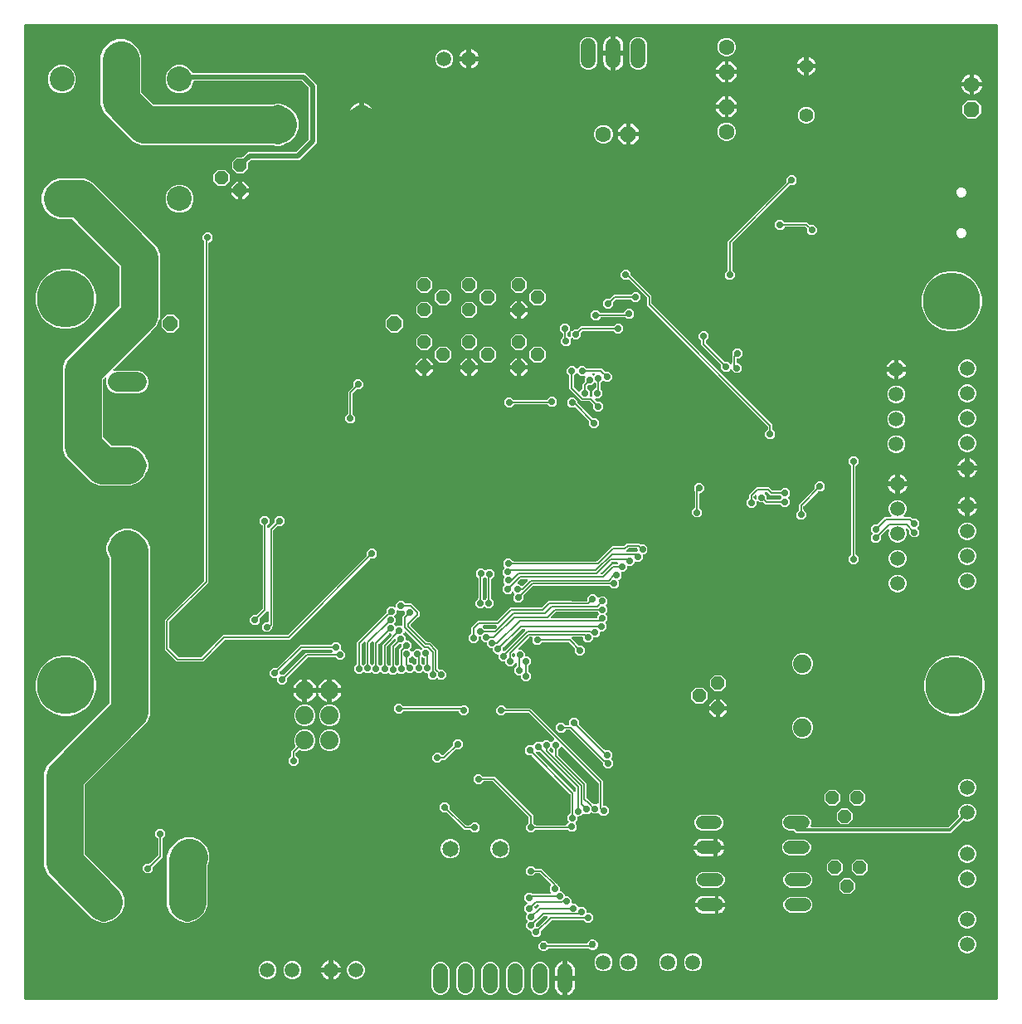
<source format=gbr>
G04 EAGLE Gerber RS-274X export*
G75*
%MOMM*%
%FSLAX34Y34*%
%LPD*%
%INBottom Copper*%
%IPPOS*%
%AMOC8*
5,1,8,0,0,1.08239X$1,22.5*%
G01*
%ADD10C,1.508000*%
%ADD11C,1.879600*%
%ADD12P,1.732040X8X22.500000*%
%ADD13C,1.600200*%
%ADD14P,1.732040X8X292.500000*%
%ADD15P,1.732040X8X112.500000*%
%ADD16C,5.842000*%
%ADD17C,1.524000*%
%ADD18C,2.000000*%
%ADD19C,1.422400*%
%ADD20C,1.320800*%
%ADD21P,1.429621X8X202.500000*%
%ADD22P,1.429621X8X112.500000*%
%ADD23P,1.429621X8X292.500000*%
%ADD24P,1.649562X8X292.500000*%
%ADD25P,1.649562X8X22.500000*%
%ADD26R,2.540000X2.540000*%
%ADD27C,2.540000*%
%ADD28C,1.651000*%
%ADD29C,3.810000*%
%ADD30C,0.756400*%
%ADD31P,0.818720X8X22.500000*%
%ADD32P,0.764600X8X22.500000*%
%ADD33C,0.152400*%
%ADD34C,0.304800*%
%ADD35C,0.508000*%

G36*
X995798Y2302D02*
X995798Y2302D01*
X995917Y2309D01*
X995955Y2322D01*
X995996Y2327D01*
X996106Y2370D01*
X996219Y2407D01*
X996254Y2429D01*
X996291Y2444D01*
X996387Y2514D01*
X996488Y2577D01*
X996516Y2607D01*
X996549Y2630D01*
X996625Y2722D01*
X996706Y2809D01*
X996726Y2844D01*
X996751Y2875D01*
X996802Y2983D01*
X996860Y3087D01*
X996870Y3127D01*
X996887Y3163D01*
X996909Y3280D01*
X996939Y3395D01*
X996943Y3456D01*
X996947Y3476D01*
X996945Y3496D01*
X996949Y3556D01*
X996949Y996188D01*
X996934Y996306D01*
X996927Y996425D01*
X996914Y996463D01*
X996909Y996504D01*
X996866Y996614D01*
X996829Y996727D01*
X996807Y996762D01*
X996792Y996799D01*
X996723Y996895D01*
X996659Y996996D01*
X996629Y997024D01*
X996606Y997057D01*
X996514Y997133D01*
X996427Y997214D01*
X996392Y997234D01*
X996361Y997259D01*
X996253Y997310D01*
X996149Y997368D01*
X996109Y997378D01*
X996073Y997395D01*
X995956Y997417D01*
X995841Y997447D01*
X995781Y997451D01*
X995761Y997455D01*
X995740Y997453D01*
X995680Y997457D01*
X4572Y997457D01*
X4454Y997442D01*
X4335Y997435D01*
X4297Y997422D01*
X4256Y997417D01*
X4146Y997374D01*
X4033Y997337D01*
X3998Y997315D01*
X3961Y997300D01*
X3865Y997231D01*
X3764Y997167D01*
X3736Y997137D01*
X3703Y997114D01*
X3628Y997022D01*
X3546Y996935D01*
X3526Y996900D01*
X3501Y996869D01*
X3450Y996761D01*
X3392Y996657D01*
X3382Y996617D01*
X3365Y996581D01*
X3343Y996464D01*
X3313Y996349D01*
X3309Y996289D01*
X3305Y996269D01*
X3307Y996248D01*
X3303Y996188D01*
X3303Y3556D01*
X3318Y3438D01*
X3325Y3319D01*
X3338Y3281D01*
X3343Y3240D01*
X3386Y3130D01*
X3423Y3017D01*
X3445Y2982D01*
X3460Y2945D01*
X3530Y2849D01*
X3593Y2748D01*
X3623Y2720D01*
X3646Y2687D01*
X3738Y2612D01*
X3825Y2530D01*
X3860Y2510D01*
X3891Y2485D01*
X3999Y2434D01*
X4103Y2376D01*
X4143Y2366D01*
X4179Y2349D01*
X4296Y2327D01*
X4411Y2297D01*
X4472Y2293D01*
X4492Y2289D01*
X4512Y2291D01*
X4572Y2287D01*
X995680Y2287D01*
X995798Y2302D01*
G37*
%LPC*%
G36*
X82208Y80425D02*
X82208Y80425D01*
X77972Y82180D01*
X77802Y82350D01*
X77794Y82356D01*
X77788Y82363D01*
X77668Y82453D01*
X77550Y82545D01*
X77542Y82549D01*
X77534Y82554D01*
X77390Y82625D01*
X72845Y84508D01*
X26754Y130599D01*
X23621Y138161D01*
X23621Y234217D01*
X26754Y241779D01*
X89798Y304823D01*
X89858Y304901D01*
X89926Y304973D01*
X89955Y305026D01*
X89992Y305074D01*
X90032Y305165D01*
X90080Y305251D01*
X90095Y305310D01*
X90119Y305366D01*
X90134Y305464D01*
X90159Y305559D01*
X90165Y305659D01*
X90169Y305680D01*
X90167Y305692D01*
X90169Y305720D01*
X90169Y452125D01*
X90168Y452134D01*
X90169Y452143D01*
X90148Y452292D01*
X90129Y452440D01*
X90126Y452449D01*
X90125Y452458D01*
X90073Y452610D01*
X88975Y455260D01*
X88971Y455268D01*
X88968Y455277D01*
X88892Y455406D01*
X88818Y455536D01*
X88811Y455543D01*
X88806Y455551D01*
X88700Y455672D01*
X88530Y455842D01*
X86775Y460078D01*
X86775Y464662D01*
X88530Y468898D01*
X88700Y469068D01*
X88706Y469076D01*
X88713Y469082D01*
X88803Y469202D01*
X88895Y469320D01*
X88899Y469328D01*
X88904Y469336D01*
X88975Y469480D01*
X90858Y474025D01*
X96645Y479812D01*
X104207Y482945D01*
X112393Y482945D01*
X119955Y479812D01*
X128186Y471581D01*
X131319Y464019D01*
X131319Y292579D01*
X128186Y285017D01*
X65142Y221973D01*
X65082Y221895D01*
X65014Y221823D01*
X64985Y221770D01*
X64948Y221722D01*
X64908Y221631D01*
X64860Y221545D01*
X64845Y221486D01*
X64821Y221430D01*
X64806Y221332D01*
X64781Y221237D01*
X64775Y221137D01*
X64771Y221116D01*
X64773Y221104D01*
X64771Y221076D01*
X64771Y151302D01*
X64783Y151204D01*
X64786Y151105D01*
X64803Y151047D01*
X64811Y150987D01*
X64847Y150894D01*
X64875Y150799D01*
X64905Y150747D01*
X64928Y150691D01*
X64986Y150611D01*
X65036Y150525D01*
X65102Y150450D01*
X65114Y150434D01*
X65124Y150426D01*
X65142Y150405D01*
X101942Y113605D01*
X105075Y106043D01*
X105075Y97857D01*
X101942Y90295D01*
X96155Y84508D01*
X91610Y82625D01*
X91602Y82621D01*
X91593Y82618D01*
X91464Y82542D01*
X91334Y82468D01*
X91327Y82461D01*
X91319Y82456D01*
X91198Y82350D01*
X91028Y82180D01*
X86792Y80425D01*
X82208Y80425D01*
G37*
%LPD*%
%LPC*%
G36*
X78965Y526795D02*
X78965Y526795D01*
X71403Y529928D01*
X45550Y555781D01*
X42417Y563343D01*
X42417Y647729D01*
X45550Y655291D01*
X99958Y709699D01*
X100018Y709777D01*
X100086Y709849D01*
X100115Y709902D01*
X100152Y709950D01*
X100192Y710041D01*
X100240Y710127D01*
X100255Y710186D01*
X100279Y710242D01*
X100294Y710340D01*
X100319Y710435D01*
X100325Y710535D01*
X100329Y710556D01*
X100327Y710568D01*
X100329Y710596D01*
X100329Y749904D01*
X100317Y750002D01*
X100314Y750101D01*
X100297Y750159D01*
X100289Y750219D01*
X100253Y750312D01*
X100225Y750407D01*
X100195Y750459D01*
X100172Y750515D01*
X100114Y750595D01*
X100064Y750681D01*
X99998Y750756D01*
X99986Y750772D01*
X99976Y750780D01*
X99958Y750801D01*
X52205Y798554D01*
X52127Y798614D01*
X52055Y798682D01*
X52002Y798711D01*
X51954Y798748D01*
X51863Y798788D01*
X51777Y798836D01*
X51718Y798851D01*
X51662Y798875D01*
X51564Y798890D01*
X51469Y798915D01*
X51369Y798921D01*
X51348Y798925D01*
X51336Y798923D01*
X51308Y798925D01*
X37557Y798925D01*
X29995Y802058D01*
X24208Y807845D01*
X21075Y815407D01*
X21075Y823593D01*
X24208Y831155D01*
X29995Y836942D01*
X37557Y840075D01*
X64449Y840075D01*
X72011Y836942D01*
X138346Y770607D01*
X141479Y763045D01*
X141479Y697226D01*
X141496Y697088D01*
X141509Y696949D01*
X141516Y696930D01*
X141519Y696910D01*
X141570Y696781D01*
X141617Y696650D01*
X141628Y696633D01*
X141636Y696614D01*
X141657Y696584D01*
X141614Y696577D01*
X141532Y696540D01*
X141447Y696512D01*
X141388Y696475D01*
X141324Y696446D01*
X141254Y696390D01*
X141178Y696342D01*
X141130Y696291D01*
X141076Y696248D01*
X141021Y696176D01*
X140960Y696111D01*
X140926Y696049D01*
X140884Y695994D01*
X140813Y695849D01*
X138346Y689893D01*
X132380Y683927D01*
X94272Y645819D01*
X94229Y645764D01*
X94179Y645715D01*
X94132Y645639D01*
X94077Y645568D01*
X94049Y645503D01*
X94013Y645444D01*
X93986Y645358D01*
X93951Y645276D01*
X93940Y645207D01*
X93919Y645140D01*
X93915Y645051D01*
X93901Y644962D01*
X93907Y644892D01*
X93904Y644822D01*
X93922Y644735D01*
X93931Y644645D01*
X93954Y644579D01*
X93968Y644511D01*
X94008Y644430D01*
X94038Y644346D01*
X94078Y644288D01*
X94108Y644225D01*
X94166Y644157D01*
X94217Y644083D01*
X94269Y644036D01*
X94314Y643983D01*
X94388Y643932D01*
X94455Y643872D01*
X94517Y643840D01*
X94574Y643800D01*
X94658Y643768D01*
X94738Y643728D01*
X94807Y643712D01*
X94872Y643688D01*
X94961Y643678D01*
X95049Y643658D01*
X95119Y643660D01*
X95188Y643652D01*
X95277Y643665D01*
X95367Y643668D01*
X95434Y643687D01*
X95503Y643697D01*
X95655Y643749D01*
X96008Y643895D01*
X120592Y643895D01*
X124828Y642140D01*
X128070Y638898D01*
X129825Y634662D01*
X129825Y630078D01*
X128070Y625842D01*
X124828Y622600D01*
X120592Y620845D01*
X96008Y620845D01*
X91772Y622600D01*
X88530Y625842D01*
X86775Y630078D01*
X86775Y634662D01*
X86921Y635015D01*
X86940Y635082D01*
X86967Y635146D01*
X86981Y635235D01*
X87005Y635322D01*
X87006Y635391D01*
X87017Y635460D01*
X87009Y635550D01*
X87010Y635640D01*
X86994Y635708D01*
X86987Y635777D01*
X86957Y635861D01*
X86936Y635949D01*
X86903Y636010D01*
X86880Y636076D01*
X86829Y636151D01*
X86787Y636230D01*
X86740Y636282D01*
X86701Y636339D01*
X86634Y636399D01*
X86573Y636465D01*
X86515Y636504D01*
X86463Y636550D01*
X86383Y636591D01*
X86308Y636640D01*
X86242Y636663D01*
X86180Y636694D01*
X86092Y636714D01*
X86007Y636743D01*
X85937Y636749D01*
X85869Y636764D01*
X85780Y636761D01*
X85690Y636768D01*
X85621Y636757D01*
X85551Y636754D01*
X85465Y636729D01*
X85377Y636714D01*
X85313Y636685D01*
X85246Y636666D01*
X85168Y636620D01*
X85087Y636583D01*
X85032Y636540D01*
X84972Y636504D01*
X84851Y636398D01*
X83938Y635485D01*
X83878Y635407D01*
X83810Y635335D01*
X83781Y635282D01*
X83744Y635234D01*
X83704Y635143D01*
X83656Y635057D01*
X83641Y634998D01*
X83617Y634942D01*
X83602Y634844D01*
X83577Y634749D01*
X83571Y634648D01*
X83567Y634628D01*
X83569Y634616D01*
X83567Y634588D01*
X83567Y576484D01*
X83579Y576386D01*
X83582Y576287D01*
X83599Y576229D01*
X83607Y576169D01*
X83643Y576076D01*
X83671Y575981D01*
X83701Y575929D01*
X83724Y575873D01*
X83782Y575793D01*
X83832Y575707D01*
X83898Y575632D01*
X83910Y575616D01*
X83920Y575608D01*
X83938Y575587D01*
X91209Y568316D01*
X91287Y568256D01*
X91359Y568188D01*
X91412Y568159D01*
X91460Y568122D01*
X91551Y568082D01*
X91637Y568034D01*
X91696Y568019D01*
X91752Y567995D01*
X91850Y567980D01*
X91945Y567955D01*
X92045Y567949D01*
X92066Y567945D01*
X92078Y567947D01*
X92106Y567945D01*
X112393Y567945D01*
X119955Y564812D01*
X125742Y559025D01*
X127625Y554480D01*
X127629Y554472D01*
X127632Y554463D01*
X127708Y554334D01*
X127782Y554204D01*
X127789Y554197D01*
X127793Y554189D01*
X127900Y554069D01*
X128070Y553898D01*
X129825Y549662D01*
X129825Y545078D01*
X128070Y540842D01*
X127900Y540671D01*
X127894Y540664D01*
X127887Y540658D01*
X127797Y540538D01*
X127705Y540420D01*
X127701Y540412D01*
X127696Y540404D01*
X127625Y540260D01*
X125742Y535715D01*
X119955Y529928D01*
X112393Y526795D01*
X78965Y526795D01*
G37*
%LPD*%
%LPC*%
G36*
X260008Y873475D02*
X260008Y873475D01*
X257947Y874329D01*
X257938Y874331D01*
X257930Y874336D01*
X257785Y874373D01*
X257641Y874413D01*
X257631Y874413D01*
X257622Y874415D01*
X257462Y874425D01*
X121987Y874425D01*
X114425Y877558D01*
X84208Y907775D01*
X81075Y915337D01*
X81075Y965593D01*
X84208Y973155D01*
X89995Y978942D01*
X97557Y982075D01*
X105743Y982075D01*
X113305Y978942D01*
X119092Y973155D01*
X122225Y965593D01*
X122225Y928478D01*
X122237Y928380D01*
X122240Y928281D01*
X122257Y928223D01*
X122265Y928163D01*
X122301Y928070D01*
X122329Y927975D01*
X122359Y927923D01*
X122382Y927867D01*
X122440Y927787D01*
X122490Y927701D01*
X122556Y927626D01*
X122568Y927610D01*
X122578Y927602D01*
X122596Y927581D01*
X134231Y915946D01*
X134309Y915886D01*
X134381Y915818D01*
X134434Y915789D01*
X134482Y915752D01*
X134573Y915712D01*
X134659Y915664D01*
X134718Y915649D01*
X134774Y915625D01*
X134872Y915610D01*
X134967Y915585D01*
X135067Y915579D01*
X135088Y915575D01*
X135100Y915577D01*
X135128Y915575D01*
X257462Y915575D01*
X257471Y915576D01*
X257480Y915575D01*
X257629Y915596D01*
X257777Y915615D01*
X257786Y915618D01*
X257795Y915619D01*
X257947Y915671D01*
X260008Y916525D01*
X264592Y916525D01*
X268828Y914770D01*
X268998Y914600D01*
X269006Y914594D01*
X269012Y914587D01*
X269132Y914497D01*
X269250Y914405D01*
X269258Y914401D01*
X269266Y914396D01*
X269410Y914325D01*
X273955Y912442D01*
X279742Y906655D01*
X282875Y899093D01*
X282875Y890907D01*
X279742Y883345D01*
X273955Y877558D01*
X269410Y875675D01*
X269402Y875671D01*
X269393Y875668D01*
X269264Y875592D01*
X269134Y875518D01*
X269127Y875511D01*
X269119Y875506D01*
X268998Y875400D01*
X268828Y875230D01*
X264592Y873475D01*
X260008Y873475D01*
G37*
%LPD*%
%LPC*%
G36*
X513169Y327175D02*
X513169Y327175D01*
X510207Y330137D01*
X510207Y331825D01*
X510192Y331943D01*
X510185Y332062D01*
X510172Y332100D01*
X510167Y332141D01*
X510124Y332251D01*
X510087Y332364D01*
X510065Y332399D01*
X510050Y332436D01*
X509981Y332533D01*
X509917Y332633D01*
X509887Y332661D01*
X509864Y332694D01*
X509772Y332770D01*
X509685Y332851D01*
X509650Y332871D01*
X509619Y332896D01*
X509511Y332947D01*
X509407Y333005D01*
X509367Y333015D01*
X509331Y333032D01*
X509214Y333054D01*
X509099Y333084D01*
X509039Y333088D01*
X509019Y333092D01*
X508998Y333090D01*
X508938Y333094D01*
X506236Y333094D01*
X503274Y336056D01*
X503274Y340246D01*
X505673Y342644D01*
X505733Y342722D01*
X505801Y342794D01*
X505830Y342847D01*
X505867Y342895D01*
X505907Y342986D01*
X505955Y343073D01*
X505970Y343131D01*
X505994Y343187D01*
X506009Y343285D01*
X506034Y343381D01*
X506040Y343481D01*
X506044Y343501D01*
X506043Y343513D01*
X506044Y343541D01*
X506044Y344445D01*
X506027Y344582D01*
X506014Y344721D01*
X506007Y344740D01*
X506004Y344760D01*
X505953Y344889D01*
X505906Y345020D01*
X505895Y345037D01*
X505887Y345056D01*
X505806Y345168D01*
X505728Y345284D01*
X505712Y345297D01*
X505701Y345313D01*
X505593Y345402D01*
X505489Y345494D01*
X505471Y345503D01*
X505456Y345516D01*
X505330Y345575D01*
X505206Y345639D01*
X505186Y345643D01*
X505168Y345652D01*
X505032Y345678D01*
X504896Y345708D01*
X504875Y345708D01*
X504856Y345711D01*
X504717Y345703D01*
X504578Y345699D01*
X504558Y345693D01*
X504538Y345692D01*
X504406Y345649D01*
X504272Y345610D01*
X504255Y345600D01*
X504236Y345594D01*
X504118Y345519D01*
X503998Y345449D01*
X503977Y345430D01*
X503967Y345424D01*
X503953Y345409D01*
X503878Y345342D01*
X500951Y342415D01*
X496761Y342415D01*
X493799Y345377D01*
X493799Y346457D01*
X493784Y346575D01*
X493777Y346694D01*
X493764Y346732D01*
X493759Y346772D01*
X493716Y346883D01*
X493679Y346996D01*
X493657Y347030D01*
X493642Y347068D01*
X493573Y347164D01*
X493509Y347265D01*
X493479Y347293D01*
X493456Y347325D01*
X493364Y347401D01*
X493277Y347483D01*
X493242Y347502D01*
X493211Y347528D01*
X493103Y347579D01*
X492999Y347636D01*
X492959Y347646D01*
X492923Y347664D01*
X492806Y347686D01*
X492691Y347716D01*
X492631Y347720D01*
X492611Y347723D01*
X492590Y347722D01*
X492530Y347726D01*
X489927Y347726D01*
X486965Y350688D01*
X486965Y353368D01*
X486950Y353487D01*
X486942Y353605D01*
X486930Y353644D01*
X486925Y353684D01*
X486881Y353795D01*
X486844Y353908D01*
X486823Y353942D01*
X486808Y353980D01*
X486738Y354076D01*
X486674Y354176D01*
X486645Y354204D01*
X486621Y354237D01*
X486529Y354313D01*
X486442Y354394D01*
X486407Y354414D01*
X486376Y354440D01*
X486268Y354490D01*
X486164Y354548D01*
X486125Y354558D01*
X486088Y354575D01*
X485971Y354598D01*
X485856Y354627D01*
X485796Y354631D01*
X485776Y354635D01*
X485756Y354634D01*
X485695Y354638D01*
X484693Y354638D01*
X481731Y357600D01*
X481731Y359441D01*
X481716Y359559D01*
X481709Y359678D01*
X481696Y359716D01*
X481691Y359757D01*
X481647Y359867D01*
X481611Y359980D01*
X481589Y360015D01*
X481574Y360052D01*
X481504Y360148D01*
X481440Y360249D01*
X481411Y360277D01*
X481387Y360310D01*
X481296Y360386D01*
X481209Y360467D01*
X481173Y360487D01*
X481142Y360512D01*
X481035Y360563D01*
X480930Y360621D01*
X480891Y360631D01*
X480855Y360648D01*
X480738Y360670D01*
X480622Y360700D01*
X480562Y360704D01*
X480542Y360708D01*
X480522Y360706D01*
X480462Y360710D01*
X478621Y360710D01*
X475658Y363672D01*
X475658Y365514D01*
X475643Y365632D01*
X475636Y365751D01*
X475624Y365789D01*
X475618Y365829D01*
X475575Y365940D01*
X475538Y366053D01*
X475516Y366087D01*
X475501Y366125D01*
X475432Y366221D01*
X475368Y366322D01*
X475338Y366350D01*
X475315Y366382D01*
X475223Y366458D01*
X475136Y366540D01*
X475101Y366559D01*
X475070Y366585D01*
X474962Y366636D01*
X474858Y366693D01*
X474818Y366703D01*
X474782Y366721D01*
X474665Y366743D01*
X474550Y366773D01*
X474490Y366777D01*
X474470Y366780D01*
X474449Y366779D01*
X474389Y366783D01*
X472548Y366783D01*
X469586Y369745D01*
X469586Y371586D01*
X469571Y371705D01*
X469563Y371823D01*
X469551Y371862D01*
X469546Y371902D01*
X469502Y372012D01*
X469465Y372126D01*
X469444Y372160D01*
X469429Y372198D01*
X469359Y372294D01*
X469295Y372394D01*
X469266Y372422D01*
X469242Y372455D01*
X469150Y372531D01*
X469064Y372612D01*
X469028Y372632D01*
X468997Y372658D01*
X468889Y372708D01*
X468785Y372766D01*
X468746Y372776D01*
X468709Y372793D01*
X468592Y372816D01*
X468477Y372845D01*
X468417Y372849D01*
X468397Y372853D01*
X468377Y372852D01*
X468316Y372856D01*
X468098Y372856D01*
X467980Y372841D01*
X467861Y372833D01*
X467823Y372821D01*
X467782Y372816D01*
X467672Y372772D01*
X467559Y372735D01*
X467524Y372714D01*
X467487Y372699D01*
X467391Y372629D01*
X467290Y372565D01*
X467262Y372536D01*
X467229Y372512D01*
X467153Y372420D01*
X467072Y372333D01*
X467052Y372298D01*
X467027Y372267D01*
X466976Y372159D01*
X466918Y372055D01*
X466908Y372016D01*
X466891Y371979D01*
X466869Y371862D01*
X466839Y371747D01*
X466835Y371687D01*
X466831Y371667D01*
X466833Y371647D01*
X466829Y371586D01*
X466829Y369253D01*
X463867Y366291D01*
X459677Y366291D01*
X456715Y369253D01*
X456715Y373443D01*
X459114Y375841D01*
X459174Y375919D01*
X459242Y375991D01*
X459271Y376044D01*
X459308Y376092D01*
X459348Y376183D01*
X459396Y376270D01*
X459411Y376328D01*
X459435Y376384D01*
X459450Y376482D01*
X459475Y376578D01*
X459481Y376678D01*
X459485Y376698D01*
X459483Y376710D01*
X459485Y376738D01*
X459485Y381947D01*
X461196Y383658D01*
X461197Y383658D01*
X464702Y387163D01*
X464702Y387164D01*
X466413Y388875D01*
X485191Y388875D01*
X485289Y388887D01*
X485388Y388890D01*
X485446Y388907D01*
X485507Y388915D01*
X485599Y388951D01*
X485694Y388979D01*
X485746Y389009D01*
X485802Y389032D01*
X485882Y389090D01*
X485968Y389140D01*
X486043Y389206D01*
X486060Y389218D01*
X486067Y389228D01*
X486089Y389246D01*
X498925Y402083D01*
X530418Y402083D01*
X530516Y402095D01*
X530615Y402098D01*
X530673Y402115D01*
X530733Y402123D01*
X530826Y402159D01*
X530921Y402187D01*
X530973Y402217D01*
X531029Y402240D01*
X531109Y402298D01*
X531195Y402348D01*
X531270Y402414D01*
X531286Y402426D01*
X531294Y402436D01*
X531301Y402442D01*
X531304Y402444D01*
X531306Y402446D01*
X531315Y402454D01*
X536344Y407483D01*
X536344Y407484D01*
X538056Y409195D01*
X561010Y409195D01*
X561146Y409058D01*
X561224Y408998D01*
X561296Y408930D01*
X561349Y408901D01*
X561397Y408864D01*
X561488Y408824D01*
X561575Y408776D01*
X561633Y408761D01*
X561689Y408737D01*
X561787Y408722D01*
X561883Y408697D01*
X561983Y408691D01*
X562003Y408687D01*
X562016Y408689D01*
X562044Y408687D01*
X576953Y408687D01*
X577072Y408702D01*
X577190Y408709D01*
X577229Y408722D01*
X577269Y408727D01*
X577380Y408770D01*
X577493Y408807D01*
X577527Y408829D01*
X577565Y408844D01*
X577661Y408913D01*
X577761Y408977D01*
X577789Y409007D01*
X577822Y409030D01*
X577898Y409122D01*
X577979Y409209D01*
X577999Y409244D01*
X578025Y409275D01*
X578075Y409383D01*
X578133Y409487D01*
X578143Y409527D01*
X578160Y409563D01*
X578183Y409680D01*
X578212Y409795D01*
X578216Y409855D01*
X578220Y409875D01*
X578219Y409896D01*
X578223Y409956D01*
X578223Y412971D01*
X581185Y415933D01*
X585374Y415933D01*
X588455Y412853D01*
X588549Y412780D01*
X588638Y412701D01*
X588674Y412683D01*
X588706Y412658D01*
X588815Y412610D01*
X588921Y412556D01*
X588960Y412548D01*
X588998Y412531D01*
X589115Y412513D01*
X589231Y412487D01*
X589272Y412488D01*
X589312Y412482D01*
X589430Y412493D01*
X589549Y412496D01*
X589588Y412508D01*
X589628Y412511D01*
X589740Y412552D01*
X589855Y412585D01*
X589890Y412605D01*
X589928Y412619D01*
X590026Y412686D01*
X590129Y412746D01*
X590174Y412786D01*
X590191Y412798D01*
X590204Y412813D01*
X590250Y412853D01*
X591249Y413853D01*
X595439Y413853D01*
X598401Y410891D01*
X598401Y406701D01*
X597099Y405400D01*
X597026Y405305D01*
X596947Y405216D01*
X596929Y405180D01*
X596904Y405148D01*
X596856Y405039D01*
X596802Y404933D01*
X596794Y404894D01*
X596777Y404856D01*
X596759Y404739D01*
X596733Y404623D01*
X596734Y404582D01*
X596728Y404542D01*
X596739Y404424D01*
X596742Y404305D01*
X596754Y404266D01*
X596757Y404226D01*
X596798Y404113D01*
X596831Y403999D01*
X596851Y403965D01*
X596865Y403926D01*
X596932Y403828D01*
X596992Y403725D01*
X597032Y403680D01*
X597044Y403663D01*
X597059Y403650D01*
X597099Y403605D01*
X598401Y402303D01*
X598401Y398113D01*
X597099Y396811D01*
X597026Y396717D01*
X596947Y396628D01*
X596929Y396592D01*
X596904Y396560D01*
X596856Y396451D01*
X596802Y396345D01*
X596794Y396306D01*
X596777Y396268D01*
X596759Y396151D01*
X596733Y396035D01*
X596734Y395994D01*
X596728Y395954D01*
X596739Y395836D01*
X596742Y395717D01*
X596754Y395678D01*
X596757Y395638D01*
X596798Y395526D01*
X596831Y395411D01*
X596851Y395376D01*
X596865Y395338D01*
X596932Y395240D01*
X596992Y395137D01*
X597032Y395092D01*
X597044Y395075D01*
X597059Y395062D01*
X597099Y395016D01*
X598401Y393715D01*
X598401Y389525D01*
X596591Y387715D01*
X596518Y387621D01*
X596439Y387532D01*
X596421Y387496D01*
X596396Y387464D01*
X596348Y387355D01*
X596294Y387249D01*
X596286Y387210D01*
X596269Y387172D01*
X596251Y387055D01*
X596225Y386939D01*
X596226Y386898D01*
X596220Y386858D01*
X596231Y386740D01*
X596234Y386621D01*
X596246Y386582D01*
X596249Y386542D01*
X596290Y386430D01*
X596323Y386315D01*
X596343Y386280D01*
X596357Y386242D01*
X596424Y386144D01*
X596484Y386041D01*
X596524Y385996D01*
X596536Y385979D01*
X596551Y385966D01*
X596591Y385920D01*
X597385Y385127D01*
X597385Y380937D01*
X594423Y377975D01*
X592050Y377975D01*
X591932Y377960D01*
X591813Y377953D01*
X591775Y377940D01*
X591734Y377935D01*
X591624Y377892D01*
X591511Y377855D01*
X591476Y377833D01*
X591439Y377818D01*
X591343Y377749D01*
X591242Y377685D01*
X591214Y377655D01*
X591181Y377632D01*
X591105Y377540D01*
X591024Y377453D01*
X591004Y377418D01*
X590979Y377387D01*
X590928Y377279D01*
X590870Y377175D01*
X590860Y377135D01*
X590843Y377099D01*
X590821Y376982D01*
X590791Y376867D01*
X590787Y376807D01*
X590783Y376787D01*
X590785Y376766D01*
X590781Y376706D01*
X590781Y374841D01*
X587819Y371879D01*
X584938Y371879D01*
X584820Y371864D01*
X584701Y371857D01*
X584663Y371844D01*
X584622Y371839D01*
X584512Y371796D01*
X584399Y371759D01*
X584364Y371737D01*
X584327Y371722D01*
X584231Y371653D01*
X584130Y371589D01*
X584102Y371559D01*
X584069Y371536D01*
X583993Y371444D01*
X583912Y371357D01*
X583892Y371322D01*
X583867Y371291D01*
X583816Y371183D01*
X583758Y371079D01*
X583748Y371039D01*
X583731Y371003D01*
X583709Y370886D01*
X583679Y370771D01*
X583675Y370711D01*
X583671Y370691D01*
X583673Y370670D01*
X583669Y370610D01*
X583669Y369761D01*
X580707Y366799D01*
X576517Y366799D01*
X573555Y369761D01*
X573555Y371298D01*
X573540Y371416D01*
X573533Y371535D01*
X573520Y371573D01*
X573515Y371614D01*
X573472Y371724D01*
X573435Y371837D01*
X573413Y371872D01*
X573398Y371909D01*
X573329Y372005D01*
X573265Y372106D01*
X573235Y372134D01*
X573212Y372167D01*
X573120Y372243D01*
X573033Y372324D01*
X572998Y372344D01*
X572967Y372369D01*
X572859Y372420D01*
X572755Y372478D01*
X572715Y372488D01*
X572679Y372505D01*
X572562Y372527D01*
X572447Y372557D01*
X572387Y372561D01*
X572367Y372565D01*
X572346Y372563D01*
X572286Y372567D01*
X562863Y372567D01*
X562725Y372550D01*
X562587Y372537D01*
X562567Y372530D01*
X562547Y372527D01*
X562418Y372476D01*
X562287Y372429D01*
X562270Y372418D01*
X562252Y372410D01*
X562139Y372329D01*
X562024Y372251D01*
X562011Y372235D01*
X561994Y372224D01*
X561906Y372116D01*
X561814Y372012D01*
X561804Y371994D01*
X561792Y371979D01*
X561732Y371853D01*
X561669Y371729D01*
X561665Y371709D01*
X561656Y371691D01*
X561630Y371555D01*
X561599Y371419D01*
X561600Y371398D01*
X561596Y371379D01*
X561605Y371240D01*
X561609Y371101D01*
X561615Y371081D01*
X561616Y371061D01*
X561659Y370929D01*
X561697Y370795D01*
X561708Y370778D01*
X561714Y370759D01*
X561789Y370641D01*
X561859Y370521D01*
X561878Y370500D01*
X561884Y370490D01*
X561899Y370476D01*
X561965Y370401D01*
X568289Y364076D01*
X568368Y364016D01*
X568440Y363948D01*
X568493Y363919D01*
X568541Y363882D01*
X568632Y363842D01*
X568718Y363794D01*
X568777Y363779D01*
X568833Y363755D01*
X568931Y363740D01*
X569026Y363715D01*
X569126Y363709D01*
X569147Y363705D01*
X569159Y363707D01*
X569187Y363705D01*
X572579Y363705D01*
X575541Y360743D01*
X575541Y356553D01*
X572579Y353591D01*
X568389Y353591D01*
X565427Y356553D01*
X565427Y359945D01*
X565415Y360043D01*
X565412Y360142D01*
X565395Y360200D01*
X565387Y360261D01*
X565351Y360353D01*
X565323Y360448D01*
X565293Y360500D01*
X565270Y360556D01*
X565212Y360636D01*
X565162Y360722D01*
X565096Y360797D01*
X565084Y360814D01*
X565074Y360821D01*
X565056Y360843D01*
X559521Y366378D01*
X559442Y366438D01*
X559370Y366506D01*
X559317Y366535D01*
X559269Y366572D01*
X559178Y366612D01*
X559092Y366660D01*
X559033Y366675D01*
X558977Y366699D01*
X558879Y366714D01*
X558784Y366739D01*
X558684Y366745D01*
X558663Y366749D01*
X558651Y366747D01*
X558623Y366749D01*
X532241Y366749D01*
X532143Y366737D01*
X532044Y366734D01*
X531986Y366717D01*
X531926Y366709D01*
X531833Y366673D01*
X531738Y366645D01*
X531686Y366615D01*
X531630Y366592D01*
X531550Y366534D01*
X531464Y366484D01*
X531389Y366418D01*
X531372Y366406D01*
X531365Y366396D01*
X531344Y366378D01*
X528945Y363979D01*
X524756Y363979D01*
X521794Y366941D01*
X521794Y371298D01*
X521779Y371416D01*
X521772Y371535D01*
X521759Y371573D01*
X521754Y371614D01*
X521710Y371724D01*
X521674Y371837D01*
X521652Y371872D01*
X521637Y371909D01*
X521567Y372005D01*
X521504Y372106D01*
X521474Y372134D01*
X521450Y372167D01*
X521359Y372243D01*
X521272Y372324D01*
X521236Y372344D01*
X521205Y372369D01*
X521098Y372420D01*
X520993Y372478D01*
X520954Y372488D01*
X520918Y372505D01*
X520801Y372527D01*
X520685Y372557D01*
X520625Y372561D01*
X520605Y372565D01*
X520585Y372563D01*
X520525Y372567D01*
X519583Y372567D01*
X519485Y372555D01*
X519386Y372552D01*
X519328Y372535D01*
X519267Y372527D01*
X519175Y372491D01*
X519080Y372463D01*
X519028Y372433D01*
X518972Y372410D01*
X518892Y372352D01*
X518806Y372302D01*
X518731Y372236D01*
X518714Y372224D01*
X518707Y372214D01*
X518685Y372196D01*
X507712Y361222D01*
X507627Y361113D01*
X507538Y361006D01*
X507530Y360987D01*
X507517Y360971D01*
X507462Y360843D01*
X507403Y360718D01*
X507399Y360698D01*
X507391Y360679D01*
X507369Y360541D01*
X507343Y360405D01*
X507344Y360385D01*
X507341Y360365D01*
X507354Y360226D01*
X507363Y360088D01*
X507369Y360069D01*
X507371Y360049D01*
X507418Y359917D01*
X507461Y359786D01*
X507472Y359768D01*
X507479Y359749D01*
X507557Y359634D01*
X507631Y359517D01*
X507646Y359503D01*
X507657Y359486D01*
X507762Y359394D01*
X507863Y359299D01*
X507880Y359289D01*
X507896Y359276D01*
X508020Y359212D01*
X508141Y359145D01*
X508161Y359140D01*
X508179Y359131D01*
X508315Y359101D01*
X508449Y359066D01*
X508477Y359064D01*
X508489Y359061D01*
X508510Y359062D01*
X508610Y359056D01*
X511034Y359056D01*
X513996Y356094D01*
X513996Y353700D01*
X514011Y353582D01*
X514018Y353463D01*
X514030Y353425D01*
X514036Y353385D01*
X514079Y353274D01*
X514116Y353161D01*
X514138Y353126D01*
X514153Y353089D01*
X514222Y352993D01*
X514286Y352892D01*
X514316Y352864D01*
X514339Y352832D01*
X514431Y352756D01*
X514518Y352674D01*
X514553Y352655D01*
X514584Y352629D01*
X514692Y352578D01*
X514796Y352521D01*
X514836Y352510D01*
X514872Y352493D01*
X514989Y352471D01*
X515104Y352441D01*
X515164Y352437D01*
X515184Y352433D01*
X515205Y352435D01*
X515265Y352431D01*
X517658Y352431D01*
X520621Y349469D01*
X520621Y345280D01*
X517922Y342581D01*
X517862Y342503D01*
X517794Y342431D01*
X517765Y342378D01*
X517728Y342330D01*
X517688Y342239D01*
X517640Y342153D01*
X517625Y342094D01*
X517601Y342038D01*
X517586Y341940D01*
X517561Y341845D01*
X517555Y341745D01*
X517551Y341724D01*
X517553Y341712D01*
X517551Y341684D01*
X517551Y337622D01*
X517563Y337524D01*
X517566Y337425D01*
X517583Y337367D01*
X517591Y337307D01*
X517627Y337215D01*
X517655Y337120D01*
X517685Y337067D01*
X517708Y337011D01*
X517766Y336931D01*
X517816Y336846D01*
X517882Y336770D01*
X517894Y336754D01*
X517904Y336746D01*
X517922Y336725D01*
X520321Y334327D01*
X520321Y330137D01*
X517359Y327175D01*
X513169Y327175D01*
G37*
%LPD*%
%LPC*%
G36*
X418021Y328699D02*
X418021Y328699D01*
X415059Y331661D01*
X415059Y334034D01*
X415044Y334152D01*
X415037Y334271D01*
X415024Y334309D01*
X415019Y334350D01*
X414976Y334460D01*
X414939Y334573D01*
X414917Y334608D01*
X414902Y334645D01*
X414833Y334741D01*
X414769Y334842D01*
X414739Y334870D01*
X414716Y334903D01*
X414624Y334979D01*
X414537Y335060D01*
X414502Y335080D01*
X414471Y335105D01*
X414363Y335156D01*
X414259Y335214D01*
X414219Y335224D01*
X414183Y335241D01*
X414066Y335263D01*
X413951Y335293D01*
X413891Y335297D01*
X413871Y335301D01*
X413850Y335299D01*
X413790Y335303D01*
X412385Y335303D01*
X410830Y336859D01*
X410735Y336932D01*
X410646Y337011D01*
X410610Y337029D01*
X410578Y337054D01*
X410469Y337102D01*
X410363Y337156D01*
X410324Y337164D01*
X410286Y337181D01*
X410169Y337199D01*
X410053Y337225D01*
X410012Y337224D01*
X409972Y337230D01*
X409854Y337219D01*
X409735Y337216D01*
X409696Y337204D01*
X409656Y337201D01*
X409543Y337160D01*
X409429Y337127D01*
X409395Y337107D01*
X409356Y337093D01*
X409258Y337026D01*
X409155Y336966D01*
X409110Y336926D01*
X409093Y336914D01*
X409080Y336899D01*
X409035Y336859D01*
X407987Y335811D01*
X403797Y335811D01*
X402218Y337391D01*
X402123Y337464D01*
X402034Y337543D01*
X401998Y337561D01*
X401966Y337586D01*
X401857Y337634D01*
X401751Y337688D01*
X401712Y337696D01*
X401674Y337713D01*
X401557Y337731D01*
X401441Y337757D01*
X401400Y337756D01*
X401360Y337762D01*
X401242Y337751D01*
X401123Y337748D01*
X401084Y337736D01*
X401044Y337733D01*
X400931Y337692D01*
X400817Y337659D01*
X400783Y337639D01*
X400744Y337625D01*
X400646Y337558D01*
X400543Y337498D01*
X400498Y337458D01*
X400481Y337446D01*
X400468Y337431D01*
X400423Y337391D01*
X398843Y335811D01*
X394653Y335811D01*
X393859Y336605D01*
X393765Y336678D01*
X393676Y336757D01*
X393640Y336775D01*
X393608Y336800D01*
X393499Y336848D01*
X393393Y336902D01*
X393354Y336910D01*
X393316Y336927D01*
X393199Y336945D01*
X393083Y336971D01*
X393042Y336970D01*
X393002Y336976D01*
X392884Y336965D01*
X392765Y336962D01*
X392726Y336950D01*
X392686Y336947D01*
X392574Y336906D01*
X392459Y336873D01*
X392424Y336853D01*
X392386Y336839D01*
X392288Y336772D01*
X392185Y336712D01*
X392140Y336672D01*
X392123Y336660D01*
X392110Y336645D01*
X392064Y336605D01*
X390255Y334795D01*
X386065Y334795D01*
X385271Y335589D01*
X385177Y335662D01*
X385088Y335741D01*
X385052Y335759D01*
X385020Y335784D01*
X384911Y335832D01*
X384805Y335886D01*
X384766Y335894D01*
X384728Y335911D01*
X384611Y335929D01*
X384495Y335955D01*
X384454Y335954D01*
X384414Y335960D01*
X384296Y335949D01*
X384177Y335946D01*
X384138Y335934D01*
X384098Y335931D01*
X383986Y335890D01*
X383871Y335857D01*
X383836Y335837D01*
X383798Y335823D01*
X383700Y335756D01*
X383597Y335696D01*
X383552Y335656D01*
X383535Y335644D01*
X383522Y335629D01*
X383476Y335589D01*
X381667Y333779D01*
X377477Y333779D01*
X375667Y335589D01*
X375573Y335662D01*
X375484Y335741D01*
X375448Y335759D01*
X375416Y335784D01*
X375307Y335832D01*
X375201Y335886D01*
X375162Y335894D01*
X375124Y335911D01*
X375007Y335929D01*
X374891Y335955D01*
X374850Y335954D01*
X374810Y335960D01*
X374692Y335949D01*
X374573Y335946D01*
X374534Y335934D01*
X374494Y335931D01*
X374382Y335890D01*
X374267Y335857D01*
X374232Y335837D01*
X374194Y335823D01*
X374096Y335756D01*
X373993Y335696D01*
X373948Y335656D01*
X373931Y335644D01*
X373918Y335629D01*
X373872Y335589D01*
X373079Y334795D01*
X368889Y334795D01*
X367588Y336097D01*
X367493Y336170D01*
X367404Y336249D01*
X367368Y336267D01*
X367336Y336292D01*
X367227Y336340D01*
X367121Y336394D01*
X367082Y336402D01*
X367044Y336419D01*
X366927Y336437D01*
X366811Y336463D01*
X366770Y336462D01*
X366730Y336468D01*
X366612Y336457D01*
X366493Y336454D01*
X366454Y336442D01*
X366414Y336439D01*
X366301Y336398D01*
X366187Y336365D01*
X366153Y336345D01*
X366114Y336331D01*
X366016Y336264D01*
X365913Y336204D01*
X365868Y336164D01*
X365851Y336152D01*
X365838Y336137D01*
X365793Y336097D01*
X364491Y334795D01*
X360301Y334795D01*
X358745Y336351D01*
X358651Y336424D01*
X358562Y336503D01*
X358526Y336521D01*
X358494Y336546D01*
X358385Y336594D01*
X358279Y336648D01*
X358240Y336656D01*
X358202Y336673D01*
X358085Y336691D01*
X357969Y336717D01*
X357928Y336716D01*
X357888Y336722D01*
X357770Y336711D01*
X357651Y336708D01*
X357612Y336696D01*
X357572Y336693D01*
X357460Y336652D01*
X357345Y336619D01*
X357310Y336599D01*
X357272Y336585D01*
X357174Y336518D01*
X357071Y336458D01*
X357026Y336418D01*
X357009Y336406D01*
X356996Y336391D01*
X356950Y336351D01*
X355903Y335303D01*
X351713Y335303D01*
X350522Y336495D01*
X350427Y336568D01*
X350338Y336647D01*
X350302Y336665D01*
X350270Y336690D01*
X350161Y336738D01*
X350055Y336792D01*
X350016Y336800D01*
X349978Y336817D01*
X349861Y336835D01*
X349745Y336861D01*
X349704Y336860D01*
X349664Y336866D01*
X349546Y336855D01*
X349427Y336852D01*
X349388Y336840D01*
X349348Y336837D01*
X349235Y336796D01*
X349121Y336763D01*
X349087Y336743D01*
X349048Y336729D01*
X348950Y336662D01*
X348847Y336602D01*
X348802Y336562D01*
X348785Y336550D01*
X348772Y336535D01*
X348727Y336495D01*
X347027Y334795D01*
X342837Y334795D01*
X339875Y337757D01*
X339875Y341947D01*
X342274Y344345D01*
X342334Y344423D01*
X342402Y344495D01*
X342431Y344548D01*
X342468Y344596D01*
X342508Y344687D01*
X342556Y344774D01*
X342571Y344832D01*
X342595Y344888D01*
X342610Y344986D01*
X342635Y345082D01*
X342641Y345182D01*
X342645Y345202D01*
X342643Y345214D01*
X342645Y345242D01*
X342645Y366759D01*
X371868Y395981D01*
X371868Y395982D01*
X372524Y396637D01*
X372584Y396716D01*
X372652Y396788D01*
X372681Y396841D01*
X372718Y396889D01*
X372758Y396980D01*
X372806Y397066D01*
X372821Y397125D01*
X372845Y397181D01*
X372860Y397278D01*
X372885Y397374D01*
X372891Y397474D01*
X372895Y397495D01*
X372893Y397507D01*
X372895Y397535D01*
X372895Y400271D01*
X375857Y403233D01*
X380047Y403233D01*
X380381Y402899D01*
X380490Y402814D01*
X380597Y402725D01*
X380616Y402716D01*
X380632Y402704D01*
X380760Y402648D01*
X380885Y402589D01*
X380905Y402586D01*
X380924Y402577D01*
X381062Y402556D01*
X381198Y402530D01*
X381218Y402531D01*
X381238Y402528D01*
X381377Y402541D01*
X381515Y402549D01*
X381534Y402556D01*
X381554Y402557D01*
X381685Y402604D01*
X381817Y402647D01*
X381835Y402658D01*
X381854Y402665D01*
X381968Y402743D01*
X382086Y402817D01*
X382100Y402832D01*
X382117Y402844D01*
X382208Y402947D01*
X382304Y403049D01*
X382314Y403067D01*
X382327Y403082D01*
X382390Y403206D01*
X382458Y403328D01*
X382463Y403347D01*
X382472Y403365D01*
X382502Y403501D01*
X382537Y403636D01*
X382539Y403664D01*
X382542Y403676D01*
X382541Y403696D01*
X382547Y403796D01*
X382547Y406089D01*
X385509Y409051D01*
X389699Y409051D01*
X392097Y406652D01*
X392175Y406592D01*
X392247Y406524D01*
X392300Y406495D01*
X392348Y406458D01*
X392439Y406418D01*
X392526Y406370D01*
X392584Y406355D01*
X392640Y406331D01*
X392738Y406316D01*
X392834Y406291D01*
X392934Y406285D01*
X392954Y406281D01*
X392966Y406283D01*
X392994Y406281D01*
X398777Y406281D01*
X404721Y400336D01*
X404725Y400327D01*
X404753Y400232D01*
X404783Y400180D01*
X404806Y400124D01*
X404864Y400044D01*
X404914Y399958D01*
X404980Y399883D01*
X404992Y399866D01*
X405002Y399859D01*
X405020Y399837D01*
X406655Y398203D01*
X406655Y394277D01*
X404944Y392566D01*
X404943Y392566D01*
X397701Y385323D01*
X397628Y385229D01*
X397549Y385139D01*
X397531Y385104D01*
X397506Y385072D01*
X397458Y384962D01*
X397404Y384856D01*
X397396Y384817D01*
X397379Y384780D01*
X397361Y384662D01*
X397335Y384546D01*
X397336Y384506D01*
X397330Y384466D01*
X397341Y384347D01*
X397344Y384228D01*
X397356Y384189D01*
X397359Y384149D01*
X397400Y384037D01*
X397433Y383923D01*
X397453Y383888D01*
X397467Y383850D01*
X397534Y383751D01*
X397594Y383649D01*
X397634Y383603D01*
X397646Y383587D01*
X397661Y383573D01*
X397701Y383528D01*
X413596Y367632D01*
X413674Y367572D01*
X413746Y367504D01*
X413799Y367475D01*
X413847Y367438D01*
X413938Y367398D01*
X414025Y367350D01*
X414083Y367335D01*
X414139Y367311D01*
X414237Y367296D01*
X414333Y367271D01*
X414433Y367265D01*
X414453Y367261D01*
X414466Y367263D01*
X414494Y367261D01*
X417624Y367261D01*
X423921Y360963D01*
X423922Y360963D01*
X425633Y359252D01*
X425633Y340587D01*
X425645Y340489D01*
X425648Y340390D01*
X425665Y340332D01*
X425673Y340271D01*
X425709Y340179D01*
X425737Y340084D01*
X425767Y340032D01*
X425790Y339976D01*
X425848Y339896D01*
X425898Y339810D01*
X425964Y339735D01*
X425976Y339718D01*
X425986Y339711D01*
X426005Y339689D01*
X426509Y339184D01*
X426588Y339124D01*
X426660Y339056D01*
X426713Y339027D01*
X426761Y338990D01*
X426852Y338950D01*
X426938Y338902D01*
X426997Y338887D01*
X427053Y338863D01*
X427150Y338848D01*
X427246Y338823D01*
X427346Y338817D01*
X427367Y338813D01*
X427379Y338815D01*
X427407Y338813D01*
X430799Y338813D01*
X433761Y335851D01*
X433761Y331661D01*
X430799Y328699D01*
X426609Y328699D01*
X425308Y330001D01*
X425213Y330074D01*
X425124Y330153D01*
X425088Y330171D01*
X425056Y330196D01*
X424947Y330244D01*
X424841Y330298D01*
X424802Y330306D01*
X424764Y330323D01*
X424647Y330341D01*
X424531Y330367D01*
X424490Y330366D01*
X424450Y330372D01*
X424332Y330361D01*
X424213Y330358D01*
X424174Y330346D01*
X424134Y330343D01*
X424021Y330302D01*
X423907Y330269D01*
X423873Y330249D01*
X423834Y330235D01*
X423736Y330168D01*
X423633Y330108D01*
X423588Y330068D01*
X423571Y330056D01*
X423558Y330041D01*
X423513Y330001D01*
X422211Y328699D01*
X418021Y328699D01*
G37*
%LPD*%
%LPC*%
G36*
X518375Y172743D02*
X518375Y172743D01*
X515413Y175705D01*
X515413Y179895D01*
X517812Y182293D01*
X517872Y182371D01*
X517940Y182443D01*
X517969Y182496D01*
X518006Y182544D01*
X518046Y182635D01*
X518094Y182722D01*
X518109Y182780D01*
X518133Y182836D01*
X518148Y182934D01*
X518173Y183030D01*
X518179Y183130D01*
X518183Y183150D01*
X518181Y183162D01*
X518183Y183190D01*
X518183Y187953D01*
X518171Y188051D01*
X518168Y188150D01*
X518151Y188208D01*
X518143Y188269D01*
X518107Y188361D01*
X518079Y188456D01*
X518049Y188508D01*
X518026Y188564D01*
X517968Y188644D01*
X517918Y188730D01*
X517852Y188805D01*
X517840Y188822D01*
X517830Y188829D01*
X517812Y188851D01*
X481881Y224782D01*
X481802Y224842D01*
X481730Y224910D01*
X481677Y224939D01*
X481629Y224976D01*
X481538Y225016D01*
X481452Y225064D01*
X481393Y225079D01*
X481337Y225103D01*
X481239Y225118D01*
X481144Y225143D01*
X481044Y225149D01*
X481023Y225153D01*
X481011Y225151D01*
X480983Y225153D01*
X472198Y225153D01*
X472100Y225141D01*
X472001Y225138D01*
X471943Y225121D01*
X471883Y225113D01*
X471791Y225077D01*
X471696Y225049D01*
X471643Y225019D01*
X471587Y224996D01*
X471507Y224938D01*
X471422Y224888D01*
X471346Y224822D01*
X471330Y224810D01*
X471322Y224800D01*
X471301Y224782D01*
X468902Y222383D01*
X464713Y222383D01*
X461751Y225345D01*
X461751Y229535D01*
X464713Y232497D01*
X468902Y232497D01*
X471301Y230098D01*
X471379Y230038D01*
X471451Y229970D01*
X471504Y229941D01*
X471552Y229904D01*
X471643Y229864D01*
X471730Y229816D01*
X471788Y229801D01*
X471844Y229777D01*
X471942Y229762D01*
X472038Y229737D01*
X472138Y229731D01*
X472158Y229727D01*
X472170Y229729D01*
X472198Y229727D01*
X483403Y229727D01*
X522757Y190373D01*
X522757Y183190D01*
X522769Y183092D01*
X522772Y182993D01*
X522789Y182935D01*
X522797Y182875D01*
X522833Y182783D01*
X522861Y182688D01*
X522891Y182635D01*
X522914Y182579D01*
X522972Y182499D01*
X523022Y182414D01*
X523088Y182338D01*
X523100Y182322D01*
X523110Y182314D01*
X523128Y182293D01*
X524963Y180458D01*
X525041Y180398D01*
X525113Y180330D01*
X525166Y180301D01*
X525214Y180264D01*
X525305Y180224D01*
X525392Y180176D01*
X525450Y180161D01*
X525506Y180137D01*
X525604Y180122D01*
X525700Y180097D01*
X525800Y180091D01*
X525820Y180087D01*
X525832Y180089D01*
X525860Y180087D01*
X555522Y180087D01*
X555640Y180102D01*
X555759Y180109D01*
X555797Y180122D01*
X555838Y180127D01*
X555948Y180170D01*
X556061Y180207D01*
X556096Y180229D01*
X556133Y180244D01*
X556229Y180313D01*
X556330Y180377D01*
X556358Y180407D01*
X556391Y180430D01*
X556467Y180522D01*
X556548Y180609D01*
X556568Y180644D01*
X556593Y180675D01*
X556627Y180746D01*
X558601Y182721D01*
X558674Y182815D01*
X558753Y182904D01*
X558771Y182940D01*
X558796Y182972D01*
X558844Y183081D01*
X558898Y183187D01*
X558906Y183226D01*
X558923Y183264D01*
X558941Y183381D01*
X558967Y183497D01*
X558966Y183538D01*
X558972Y183578D01*
X558961Y183696D01*
X558958Y183815D01*
X558946Y183854D01*
X558943Y183894D01*
X558902Y184006D01*
X558869Y184121D01*
X558849Y184156D01*
X558835Y184194D01*
X558768Y184292D01*
X558708Y184395D01*
X558668Y184440D01*
X558656Y184457D01*
X558641Y184470D01*
X558601Y184516D01*
X557807Y185309D01*
X557807Y189499D01*
X560206Y191897D01*
X560266Y191975D01*
X560334Y192047D01*
X560363Y192100D01*
X560400Y192148D01*
X560440Y192239D01*
X560488Y192326D01*
X560503Y192384D01*
X560527Y192440D01*
X560542Y192538D01*
X560567Y192634D01*
X560573Y192734D01*
X560577Y192754D01*
X560575Y192766D01*
X560577Y192794D01*
X560577Y211379D01*
X560565Y211477D01*
X560562Y211576D01*
X560545Y211634D01*
X560537Y211695D01*
X560501Y211787D01*
X560473Y211882D01*
X560443Y211934D01*
X560420Y211990D01*
X560362Y212070D01*
X560312Y212156D01*
X560246Y212231D01*
X560234Y212248D01*
X560224Y212255D01*
X560206Y212277D01*
X521371Y251112D01*
X521292Y251172D01*
X521220Y251240D01*
X521167Y251269D01*
X521119Y251306D01*
X521028Y251346D01*
X520942Y251394D01*
X520883Y251409D01*
X520827Y251433D01*
X520729Y251448D01*
X520634Y251473D01*
X520534Y251479D01*
X520513Y251483D01*
X520501Y251481D01*
X520473Y251483D01*
X517081Y251483D01*
X514119Y254445D01*
X514119Y258635D01*
X517081Y261597D01*
X521209Y261597D01*
X521327Y261612D01*
X521446Y261619D01*
X521484Y261632D01*
X521524Y261637D01*
X521635Y261680D01*
X521748Y261717D01*
X521782Y261739D01*
X521820Y261754D01*
X521916Y261823D01*
X522017Y261887D01*
X522045Y261917D01*
X522077Y261940D01*
X522153Y262032D01*
X522235Y262119D01*
X522254Y262154D01*
X522280Y262185D01*
X522314Y262257D01*
X525440Y265383D01*
X529629Y265383D01*
X530030Y264982D01*
X530124Y264909D01*
X530214Y264830D01*
X530250Y264812D01*
X530282Y264787D01*
X530391Y264740D01*
X530497Y264686D01*
X530536Y264677D01*
X530574Y264661D01*
X530691Y264642D01*
X530807Y264616D01*
X530848Y264617D01*
X530888Y264611D01*
X531006Y264622D01*
X531125Y264626D01*
X531164Y264637D01*
X531204Y264641D01*
X531316Y264681D01*
X531431Y264714D01*
X531466Y264735D01*
X531504Y264748D01*
X531602Y264815D01*
X531705Y264876D01*
X531750Y264916D01*
X531767Y264927D01*
X531780Y264942D01*
X531825Y264982D01*
X534028Y267185D01*
X538217Y267185D01*
X539960Y265442D01*
X540054Y265369D01*
X540143Y265290D01*
X540179Y265272D01*
X540211Y265247D01*
X540320Y265200D01*
X540426Y265146D01*
X540466Y265137D01*
X540503Y265121D01*
X540621Y265102D01*
X540737Y265076D01*
X540777Y265077D01*
X540817Y265071D01*
X540936Y265082D01*
X541055Y265086D01*
X541093Y265097D01*
X541134Y265101D01*
X541246Y265141D01*
X541360Y265174D01*
X541395Y265195D01*
X541433Y265208D01*
X541531Y265275D01*
X541634Y265336D01*
X541679Y265376D01*
X541696Y265387D01*
X541710Y265402D01*
X541755Y265442D01*
X543616Y267303D01*
X543689Y267397D01*
X543768Y267486D01*
X543786Y267522D01*
X543811Y267554D01*
X543858Y267664D01*
X543912Y267770D01*
X543921Y267809D01*
X543937Y267846D01*
X543956Y267964D01*
X543982Y268080D01*
X543981Y268120D01*
X543987Y268160D01*
X543976Y268279D01*
X543972Y268398D01*
X543961Y268437D01*
X543957Y268477D01*
X543917Y268589D01*
X543884Y268703D01*
X543863Y268738D01*
X543850Y268776D01*
X543783Y268875D01*
X543722Y268977D01*
X543682Y269023D01*
X543671Y269039D01*
X543656Y269053D01*
X543616Y269098D01*
X518192Y294522D01*
X518114Y294582D01*
X518042Y294650D01*
X517989Y294679D01*
X517941Y294716D01*
X517850Y294756D01*
X517764Y294804D01*
X517705Y294819D01*
X517649Y294843D01*
X517551Y294858D01*
X517456Y294883D01*
X517356Y294889D01*
X517335Y294893D01*
X517323Y294891D01*
X517295Y294893D01*
X495380Y294893D01*
X495282Y294881D01*
X495183Y294878D01*
X495125Y294861D01*
X495065Y294853D01*
X494973Y294817D01*
X494878Y294789D01*
X494825Y294759D01*
X494769Y294736D01*
X494689Y294678D01*
X494604Y294628D01*
X494528Y294562D01*
X494512Y294550D01*
X494504Y294540D01*
X494483Y294522D01*
X492085Y292123D01*
X487895Y292123D01*
X484933Y295085D01*
X484933Y299275D01*
X487895Y302237D01*
X492085Y302237D01*
X494483Y299838D01*
X494561Y299778D01*
X494633Y299710D01*
X494686Y299681D01*
X494734Y299644D01*
X494825Y299604D01*
X494912Y299556D01*
X494970Y299541D01*
X495026Y299517D01*
X495124Y299502D01*
X495220Y299477D01*
X495320Y299471D01*
X495340Y299467D01*
X495352Y299469D01*
X495380Y299467D01*
X519715Y299467D01*
X593963Y225219D01*
X593963Y201398D01*
X593978Y201280D01*
X593985Y201161D01*
X593998Y201123D01*
X594003Y201082D01*
X594046Y200972D01*
X594083Y200859D01*
X594105Y200824D01*
X594120Y200787D01*
X594189Y200691D01*
X594253Y200590D01*
X594283Y200562D01*
X594306Y200529D01*
X594398Y200453D01*
X594485Y200372D01*
X594520Y200352D01*
X594551Y200327D01*
X594659Y200276D01*
X594763Y200218D01*
X594803Y200208D01*
X594839Y200191D01*
X594956Y200169D01*
X595071Y200139D01*
X595131Y200135D01*
X595151Y200131D01*
X595172Y200133D01*
X595232Y200129D01*
X596541Y200129D01*
X599503Y197167D01*
X599503Y192977D01*
X596541Y190015D01*
X592351Y190015D01*
X590033Y192333D01*
X589944Y192402D01*
X589914Y192431D01*
X589907Y192435D01*
X589850Y192485D01*
X589814Y192503D01*
X589782Y192528D01*
X589673Y192576D01*
X589567Y192630D01*
X589528Y192638D01*
X589490Y192655D01*
X589373Y192673D01*
X589257Y192699D01*
X589216Y192698D01*
X589176Y192704D01*
X589058Y192693D01*
X588939Y192690D01*
X588900Y192678D01*
X588860Y192675D01*
X588748Y192634D01*
X588633Y192601D01*
X588598Y192581D01*
X588560Y192567D01*
X588462Y192500D01*
X588359Y192440D01*
X588314Y192400D01*
X588297Y192388D01*
X588284Y192373D01*
X588238Y192333D01*
X587953Y192047D01*
X583763Y192047D01*
X582716Y193095D01*
X582621Y193168D01*
X582532Y193247D01*
X582496Y193265D01*
X582464Y193290D01*
X582355Y193337D01*
X582249Y193392D01*
X582210Y193400D01*
X582172Y193417D01*
X582055Y193435D01*
X581939Y193461D01*
X581898Y193460D01*
X581858Y193466D01*
X581740Y193455D01*
X581621Y193452D01*
X581582Y193440D01*
X581542Y193437D01*
X581429Y193396D01*
X581315Y193363D01*
X581281Y193343D01*
X581242Y193329D01*
X581144Y193262D01*
X581041Y193202D01*
X580996Y193162D01*
X580979Y193150D01*
X580966Y193135D01*
X580921Y193095D01*
X579365Y191539D01*
X575175Y191539D01*
X574889Y191825D01*
X574795Y191898D01*
X574706Y191977D01*
X574670Y191995D01*
X574638Y192020D01*
X574529Y192068D01*
X574423Y192122D01*
X574384Y192130D01*
X574346Y192147D01*
X574229Y192165D01*
X574113Y192191D01*
X574072Y192190D01*
X574032Y192196D01*
X573914Y192185D01*
X573795Y192182D01*
X573756Y192170D01*
X573716Y192167D01*
X573604Y192126D01*
X573489Y192093D01*
X573454Y192073D01*
X573416Y192059D01*
X573318Y191992D01*
X573215Y191932D01*
X573170Y191892D01*
X573153Y191880D01*
X573140Y191865D01*
X573094Y191825D01*
X570777Y189507D01*
X569190Y189507D01*
X569072Y189492D01*
X568953Y189485D01*
X568915Y189472D01*
X568874Y189467D01*
X568764Y189424D01*
X568651Y189387D01*
X568616Y189365D01*
X568579Y189350D01*
X568483Y189281D01*
X568382Y189217D01*
X568354Y189187D01*
X568321Y189164D01*
X568245Y189072D01*
X568164Y188985D01*
X568144Y188950D01*
X568119Y188919D01*
X568068Y188811D01*
X568010Y188707D01*
X568000Y188667D01*
X567983Y188631D01*
X567961Y188514D01*
X567931Y188399D01*
X567927Y188339D01*
X567923Y188319D01*
X567925Y188298D01*
X567921Y188238D01*
X567921Y185309D01*
X566111Y183500D01*
X566038Y183405D01*
X565959Y183316D01*
X565941Y183280D01*
X565916Y183248D01*
X565868Y183139D01*
X565814Y183033D01*
X565806Y182994D01*
X565789Y182956D01*
X565771Y182839D01*
X565745Y182723D01*
X565746Y182682D01*
X565740Y182642D01*
X565751Y182524D01*
X565754Y182405D01*
X565766Y182366D01*
X565769Y182326D01*
X565810Y182213D01*
X565843Y182099D01*
X565863Y182065D01*
X565877Y182026D01*
X565944Y181928D01*
X566004Y181825D01*
X566044Y181780D01*
X566056Y181763D01*
X566071Y181750D01*
X566111Y181705D01*
X566905Y180911D01*
X566905Y176721D01*
X563943Y173759D01*
X559753Y173759D01*
X558371Y175142D01*
X558293Y175202D01*
X558221Y175270D01*
X558168Y175299D01*
X558120Y175336D01*
X558029Y175376D01*
X557942Y175424D01*
X557884Y175439D01*
X557828Y175463D01*
X557730Y175478D01*
X557634Y175503D01*
X557534Y175509D01*
X557514Y175513D01*
X557502Y175511D01*
X557474Y175513D01*
X525860Y175513D01*
X525762Y175501D01*
X525663Y175498D01*
X525605Y175481D01*
X525545Y175473D01*
X525453Y175437D01*
X525358Y175409D01*
X525305Y175379D01*
X525249Y175356D01*
X525169Y175298D01*
X525084Y175248D01*
X525008Y175182D01*
X524992Y175170D01*
X524984Y175160D01*
X524963Y175142D01*
X522565Y172743D01*
X518375Y172743D01*
G37*
%LPD*%
%LPC*%
G36*
X505397Y407439D02*
X505397Y407439D01*
X502435Y410401D01*
X502435Y414591D01*
X503229Y415385D01*
X503302Y415479D01*
X503381Y415568D01*
X503399Y415604D01*
X503424Y415636D01*
X503472Y415745D01*
X503526Y415851D01*
X503534Y415890D01*
X503551Y415928D01*
X503569Y416045D01*
X503595Y416161D01*
X503594Y416202D01*
X503600Y416242D01*
X503589Y416360D01*
X503586Y416479D01*
X503574Y416518D01*
X503571Y416558D01*
X503530Y416670D01*
X503497Y416785D01*
X503477Y416820D01*
X503463Y416858D01*
X503396Y416956D01*
X503336Y417059D01*
X503296Y417104D01*
X503284Y417121D01*
X503269Y417134D01*
X503229Y417180D01*
X502408Y418000D01*
X502315Y418073D01*
X502225Y418152D01*
X502189Y418170D01*
X502157Y418195D01*
X502048Y418242D01*
X501942Y418297D01*
X501902Y418305D01*
X501865Y418322D01*
X501748Y418340D01*
X501632Y418366D01*
X501591Y418365D01*
X501551Y418371D01*
X501433Y418360D01*
X501314Y418357D01*
X501275Y418345D01*
X501235Y418342D01*
X501123Y418301D01*
X501008Y418268D01*
X500974Y418248D01*
X500935Y418234D01*
X500837Y418167D01*
X500734Y418107D01*
X500689Y418067D01*
X500672Y418055D01*
X500659Y418040D01*
X500613Y418000D01*
X498919Y416305D01*
X494729Y416305D01*
X491767Y419267D01*
X491767Y423457D01*
X493249Y424939D01*
X493322Y425033D01*
X493401Y425122D01*
X493419Y425158D01*
X493444Y425190D01*
X493492Y425299D01*
X493546Y425405D01*
X493554Y425444D01*
X493571Y425482D01*
X493589Y425599D01*
X493615Y425715D01*
X493614Y425756D01*
X493620Y425796D01*
X493609Y425914D01*
X493606Y426033D01*
X493594Y426072D01*
X493591Y426112D01*
X493550Y426225D01*
X493517Y426339D01*
X493497Y426374D01*
X493483Y426412D01*
X493416Y426510D01*
X493356Y426613D01*
X493316Y426658D01*
X493304Y426675D01*
X493289Y426688D01*
X493249Y426734D01*
X492127Y427855D01*
X492127Y432045D01*
X493249Y433166D01*
X493322Y433261D01*
X493401Y433350D01*
X493419Y433386D01*
X493444Y433418D01*
X493492Y433527D01*
X493546Y433633D01*
X493554Y433672D01*
X493571Y433710D01*
X493589Y433827D01*
X493615Y433943D01*
X493614Y433984D01*
X493620Y434024D01*
X493609Y434142D01*
X493606Y434261D01*
X493594Y434300D01*
X493591Y434340D01*
X493550Y434452D01*
X493517Y434567D01*
X493497Y434601D01*
X493483Y434640D01*
X493416Y434738D01*
X493356Y434841D01*
X493316Y434886D01*
X493304Y434903D01*
X493289Y434916D01*
X493249Y434961D01*
X491767Y436443D01*
X491767Y440633D01*
X493323Y442189D01*
X493396Y442283D01*
X493475Y442372D01*
X493493Y442408D01*
X493518Y442440D01*
X493566Y442549D01*
X493620Y442655D01*
X493628Y442694D01*
X493645Y442732D01*
X493663Y442849D01*
X493689Y442965D01*
X493688Y443006D01*
X493694Y443046D01*
X493683Y443164D01*
X493680Y443283D01*
X493668Y443322D01*
X493665Y443362D01*
X493624Y443474D01*
X493591Y443589D01*
X493571Y443624D01*
X493557Y443662D01*
X493490Y443760D01*
X493430Y443863D01*
X493390Y443908D01*
X493378Y443925D01*
X493363Y443938D01*
X493323Y443984D01*
X492275Y445031D01*
X492275Y449221D01*
X495237Y452183D01*
X499427Y452183D01*
X501825Y449784D01*
X501903Y449724D01*
X501975Y449656D01*
X502028Y449627D01*
X502076Y449590D01*
X502167Y449550D01*
X502254Y449502D01*
X502312Y449487D01*
X502368Y449463D01*
X502466Y449448D01*
X502562Y449423D01*
X502662Y449417D01*
X502682Y449413D01*
X502694Y449415D01*
X502722Y449413D01*
X587400Y449413D01*
X587498Y449425D01*
X587597Y449428D01*
X587655Y449445D01*
X587715Y449453D01*
X587808Y449489D01*
X587903Y449517D01*
X587955Y449547D01*
X588011Y449570D01*
X588091Y449628D01*
X588177Y449678D01*
X588252Y449744D01*
X588268Y449756D01*
X588276Y449766D01*
X588297Y449784D01*
X603378Y464865D01*
X614731Y464865D01*
X614829Y464877D01*
X614928Y464880D01*
X614986Y464897D01*
X615047Y464905D01*
X615139Y464941D01*
X615234Y464969D01*
X615286Y464999D01*
X615342Y465022D01*
X615422Y465080D01*
X615508Y465130D01*
X615583Y465196D01*
X615600Y465208D01*
X615607Y465218D01*
X615629Y465236D01*
X616315Y465923D01*
X616316Y465924D01*
X618027Y467635D01*
X631309Y467635D01*
X632019Y466924D01*
X632098Y466863D01*
X632170Y466795D01*
X632223Y466766D01*
X632271Y466729D01*
X632362Y466690D01*
X632448Y466642D01*
X632507Y466627D01*
X632563Y466603D01*
X632661Y466587D01*
X632756Y466562D01*
X632856Y466556D01*
X632877Y466553D01*
X632889Y466554D01*
X632917Y466552D01*
X636309Y466552D01*
X639271Y463590D01*
X639271Y459401D01*
X636309Y456439D01*
X635743Y456439D01*
X635625Y456424D01*
X635506Y456416D01*
X635468Y456404D01*
X635428Y456399D01*
X635317Y456355D01*
X635204Y456318D01*
X635170Y456297D01*
X635132Y456282D01*
X635036Y456212D01*
X634935Y456148D01*
X634907Y456119D01*
X634875Y456095D01*
X634799Y456003D01*
X634717Y455917D01*
X634698Y455881D01*
X634672Y455850D01*
X634621Y455742D01*
X634564Y455638D01*
X634554Y455599D01*
X634536Y455562D01*
X634514Y455445D01*
X634484Y455330D01*
X634480Y455270D01*
X634477Y455250D01*
X634478Y455230D01*
X634474Y455169D01*
X634474Y452052D01*
X631512Y449090D01*
X627238Y449090D01*
X627120Y449075D01*
X627001Y449068D01*
X626963Y449055D01*
X626923Y449050D01*
X626812Y449006D01*
X626699Y448970D01*
X626664Y448948D01*
X626627Y448933D01*
X626531Y448863D01*
X626430Y448799D01*
X626402Y448770D01*
X626369Y448746D01*
X626294Y448654D01*
X626212Y448568D01*
X626192Y448532D01*
X626167Y448501D01*
X626116Y448394D01*
X626058Y448289D01*
X626048Y448250D01*
X626031Y448214D01*
X626009Y448097D01*
X625979Y447981D01*
X625975Y447921D01*
X625971Y447901D01*
X625973Y447881D01*
X625971Y447874D01*
X625972Y447867D01*
X625971Y447860D01*
X623007Y444895D01*
X619529Y444895D01*
X619411Y444880D01*
X619292Y444873D01*
X619254Y444860D01*
X619214Y444855D01*
X619103Y444812D01*
X618990Y444775D01*
X618956Y444753D01*
X618918Y444738D01*
X618822Y444668D01*
X618721Y444605D01*
X618694Y444575D01*
X618661Y444551D01*
X618585Y444460D01*
X618503Y444373D01*
X618484Y444338D01*
X618458Y444307D01*
X618407Y444199D01*
X618350Y444095D01*
X618340Y444055D01*
X618322Y444019D01*
X618300Y443902D01*
X618270Y443787D01*
X618267Y443726D01*
X618263Y443706D01*
X618264Y443686D01*
X618260Y443626D01*
X618260Y441897D01*
X615298Y438935D01*
X613711Y438935D01*
X613593Y438920D01*
X613474Y438913D01*
X613436Y438900D01*
X613396Y438895D01*
X613285Y438852D01*
X613172Y438815D01*
X613138Y438793D01*
X613100Y438778D01*
X613004Y438709D01*
X612903Y438645D01*
X612876Y438615D01*
X612843Y438592D01*
X612767Y438500D01*
X612685Y438413D01*
X612666Y438378D01*
X612640Y438347D01*
X612589Y438239D01*
X612532Y438135D01*
X612522Y438095D01*
X612504Y438059D01*
X612482Y437942D01*
X612452Y437827D01*
X612449Y437767D01*
X612445Y437747D01*
X612446Y437727D01*
X612445Y437720D01*
X612445Y437713D01*
X612442Y437666D01*
X612442Y433213D01*
X609961Y430733D01*
X609888Y430639D01*
X609810Y430549D01*
X609791Y430513D01*
X609767Y430482D01*
X609719Y430372D01*
X609665Y430266D01*
X609656Y430227D01*
X609640Y430190D01*
X609621Y430072D01*
X609595Y429956D01*
X609597Y429916D01*
X609590Y429876D01*
X609602Y429756D01*
X609605Y429638D01*
X609616Y429599D01*
X609620Y429559D01*
X609660Y429447D01*
X609694Y429333D01*
X609714Y429298D01*
X609728Y429260D01*
X609795Y429161D01*
X609855Y429059D01*
X609895Y429013D01*
X609906Y428997D01*
X609922Y428983D01*
X609961Y428938D01*
X610085Y428815D01*
X610085Y424625D01*
X607123Y421663D01*
X602933Y421663D01*
X600535Y424062D01*
X600457Y424122D01*
X600385Y424190D01*
X600332Y424219D01*
X600284Y424256D01*
X600193Y424296D01*
X600106Y424344D01*
X600048Y424359D01*
X599992Y424383D01*
X599894Y424398D01*
X599798Y424423D01*
X599698Y424429D01*
X599678Y424433D01*
X599666Y424431D01*
X599638Y424433D01*
X523189Y424433D01*
X523091Y424421D01*
X522992Y424418D01*
X522934Y424401D01*
X522873Y424393D01*
X522781Y424357D01*
X522686Y424329D01*
X522634Y424299D01*
X522578Y424276D01*
X522498Y424218D01*
X522412Y424168D01*
X522337Y424102D01*
X522320Y424090D01*
X522313Y424080D01*
X522291Y424062D01*
X512920Y414691D01*
X512860Y414612D01*
X512792Y414540D01*
X512763Y414487D01*
X512726Y414439D01*
X512686Y414348D01*
X512638Y414262D01*
X512623Y414203D01*
X512599Y414147D01*
X512584Y414049D01*
X512559Y413954D01*
X512553Y413854D01*
X512549Y413833D01*
X512551Y413821D01*
X512549Y413793D01*
X512549Y410401D01*
X509587Y407439D01*
X505397Y407439D01*
G37*
%LPD*%
%LPC*%
G36*
X158565Y347217D02*
X158565Y347217D01*
X146557Y359225D01*
X146557Y389567D01*
X186318Y429327D01*
X186378Y429406D01*
X186446Y429478D01*
X186475Y429531D01*
X186512Y429579D01*
X186552Y429670D01*
X186600Y429756D01*
X186615Y429815D01*
X186639Y429871D01*
X186654Y429969D01*
X186679Y430064D01*
X186685Y430164D01*
X186689Y430185D01*
X186687Y430197D01*
X186689Y430225D01*
X186689Y775914D01*
X186677Y776012D01*
X186674Y776111D01*
X186657Y776169D01*
X186649Y776229D01*
X186613Y776321D01*
X186585Y776416D01*
X186555Y776469D01*
X186532Y776525D01*
X186474Y776605D01*
X186424Y776690D01*
X186358Y776766D01*
X186346Y776782D01*
X186336Y776790D01*
X186317Y776811D01*
X185443Y777685D01*
X185443Y781875D01*
X188405Y784837D01*
X192595Y784837D01*
X195557Y781875D01*
X195557Y777685D01*
X192595Y774723D01*
X192532Y774723D01*
X192414Y774708D01*
X192295Y774701D01*
X192257Y774688D01*
X192216Y774683D01*
X192106Y774640D01*
X191993Y774603D01*
X191958Y774581D01*
X191921Y774566D01*
X191825Y774497D01*
X191724Y774433D01*
X191696Y774403D01*
X191663Y774380D01*
X191587Y774288D01*
X191506Y774201D01*
X191486Y774166D01*
X191461Y774135D01*
X191410Y774027D01*
X191352Y773923D01*
X191342Y773883D01*
X191325Y773847D01*
X191303Y773730D01*
X191273Y773615D01*
X191269Y773555D01*
X191265Y773535D01*
X191267Y773514D01*
X191263Y773454D01*
X191263Y427805D01*
X151502Y388045D01*
X151442Y387966D01*
X151374Y387894D01*
X151345Y387841D01*
X151308Y387793D01*
X151268Y387702D01*
X151220Y387616D01*
X151205Y387557D01*
X151181Y387501D01*
X151166Y387403D01*
X151141Y387308D01*
X151135Y387208D01*
X151131Y387187D01*
X151133Y387175D01*
X151131Y387147D01*
X151131Y361645D01*
X151143Y361547D01*
X151146Y361448D01*
X151163Y361390D01*
X151171Y361329D01*
X151207Y361237D01*
X151235Y361142D01*
X151265Y361090D01*
X151288Y361034D01*
X151346Y360954D01*
X151396Y360868D01*
X151462Y360793D01*
X151474Y360776D01*
X151484Y360769D01*
X151502Y360747D01*
X160087Y352162D01*
X160166Y352102D01*
X160238Y352034D01*
X160291Y352005D01*
X160339Y351968D01*
X160430Y351928D01*
X160516Y351880D01*
X160575Y351865D01*
X160631Y351841D01*
X160729Y351826D01*
X160824Y351801D01*
X160924Y351795D01*
X160945Y351791D01*
X160957Y351793D01*
X160985Y351791D01*
X183439Y351791D01*
X183537Y351803D01*
X183636Y351806D01*
X183694Y351823D01*
X183755Y351831D01*
X183847Y351867D01*
X183942Y351895D01*
X183994Y351925D01*
X184050Y351948D01*
X184130Y352006D01*
X184216Y352056D01*
X184291Y352122D01*
X184308Y352134D01*
X184315Y352144D01*
X184337Y352162D01*
X204606Y372431D01*
X204606Y372432D01*
X206317Y374143D01*
X271323Y374143D01*
X271421Y374155D01*
X271520Y374158D01*
X271579Y374175D01*
X271639Y374183D01*
X271731Y374219D01*
X271826Y374247D01*
X271878Y374277D01*
X271934Y374300D01*
X272014Y374358D01*
X272100Y374408D01*
X272175Y374474D01*
X272192Y374486D01*
X272199Y374496D01*
X272221Y374514D01*
X352712Y455005D01*
X352772Y455084D01*
X352840Y455156D01*
X352869Y455209D01*
X352906Y455257D01*
X352946Y455348D01*
X352994Y455434D01*
X353009Y455493D01*
X353033Y455549D01*
X353048Y455647D01*
X353073Y455742D01*
X353079Y455842D01*
X353083Y455863D01*
X353081Y455875D01*
X353083Y455903D01*
X353083Y459295D01*
X356045Y462257D01*
X360235Y462257D01*
X363197Y459295D01*
X363197Y455105D01*
X360235Y452143D01*
X356843Y452143D01*
X356745Y452131D01*
X356646Y452128D01*
X356587Y452111D01*
X356527Y452103D01*
X356435Y452067D01*
X356340Y452039D01*
X356288Y452009D01*
X356232Y451986D01*
X356152Y451928D01*
X356066Y451878D01*
X355991Y451812D01*
X355974Y451800D01*
X355967Y451790D01*
X355945Y451772D01*
X275454Y371281D01*
X275454Y371280D01*
X273743Y369569D01*
X208737Y369569D01*
X208639Y369557D01*
X208540Y369554D01*
X208481Y369537D01*
X208421Y369529D01*
X208329Y369493D01*
X208234Y369465D01*
X208182Y369435D01*
X208126Y369412D01*
X208046Y369354D01*
X207960Y369304D01*
X207885Y369238D01*
X207868Y369226D01*
X207861Y369216D01*
X207839Y369198D01*
X187570Y348929D01*
X185859Y347217D01*
X158565Y347217D01*
G37*
%LPD*%
%LPC*%
G36*
X167208Y80425D02*
X167208Y80425D01*
X162972Y82180D01*
X162801Y82350D01*
X162794Y82356D01*
X162788Y82363D01*
X162669Y82453D01*
X162550Y82545D01*
X162542Y82549D01*
X162534Y82554D01*
X162390Y82625D01*
X157845Y84508D01*
X152058Y90295D01*
X148925Y97857D01*
X148925Y149463D01*
X152058Y157025D01*
X159795Y164762D01*
X167357Y167895D01*
X175543Y167895D01*
X183105Y164762D01*
X188892Y158975D01*
X192025Y151413D01*
X192025Y143227D01*
X190171Y138753D01*
X190169Y138744D01*
X190164Y138736D01*
X190127Y138590D01*
X190087Y138446D01*
X190087Y138437D01*
X190085Y138428D01*
X190075Y138267D01*
X190075Y97857D01*
X186942Y90295D01*
X181155Y84508D01*
X176610Y82625D01*
X176602Y82621D01*
X176593Y82618D01*
X176464Y82542D01*
X176334Y82468D01*
X176327Y82461D01*
X176319Y82457D01*
X176199Y82350D01*
X176028Y82180D01*
X171792Y80425D01*
X167208Y80425D01*
G37*
%LPD*%
%LPC*%
G36*
X945914Y684275D02*
X945914Y684275D01*
X938097Y686370D01*
X931088Y690416D01*
X925366Y696138D01*
X921320Y703147D01*
X919225Y710964D01*
X919225Y719056D01*
X921320Y726873D01*
X925366Y733882D01*
X931088Y739604D01*
X938097Y743650D01*
X945914Y745745D01*
X954006Y745745D01*
X961823Y743650D01*
X968832Y739604D01*
X974554Y733882D01*
X978600Y726873D01*
X980695Y719056D01*
X980695Y710964D01*
X978600Y703147D01*
X974554Y696138D01*
X968832Y690416D01*
X961823Y686370D01*
X954006Y684275D01*
X945914Y684275D01*
G37*
%LPD*%
%LPC*%
G36*
X41674Y686815D02*
X41674Y686815D01*
X33857Y688910D01*
X26848Y692956D01*
X21126Y698678D01*
X17080Y705687D01*
X14985Y713504D01*
X14985Y721596D01*
X17080Y729413D01*
X21126Y736422D01*
X26848Y742144D01*
X33857Y746190D01*
X41674Y748285D01*
X49766Y748285D01*
X57583Y746190D01*
X64592Y742144D01*
X70314Y736422D01*
X74360Y729413D01*
X76455Y721596D01*
X76455Y713504D01*
X74360Y705687D01*
X70314Y698678D01*
X64592Y692956D01*
X57583Y688910D01*
X49766Y686815D01*
X41674Y686815D01*
G37*
%LPD*%
%LPC*%
G36*
X41674Y291845D02*
X41674Y291845D01*
X33857Y293940D01*
X26848Y297986D01*
X21126Y303708D01*
X17080Y310717D01*
X14985Y318534D01*
X14985Y326626D01*
X17080Y334443D01*
X21126Y341452D01*
X26848Y347174D01*
X33857Y351220D01*
X41674Y353315D01*
X49766Y353315D01*
X57583Y351220D01*
X64592Y347174D01*
X70314Y341452D01*
X74360Y334443D01*
X76455Y326626D01*
X76455Y318534D01*
X74360Y310717D01*
X70314Y303708D01*
X64592Y297986D01*
X57583Y293940D01*
X49766Y291845D01*
X41674Y291845D01*
G37*
%LPD*%
%LPC*%
G36*
X948454Y291845D02*
X948454Y291845D01*
X940637Y293940D01*
X933628Y297986D01*
X927906Y303708D01*
X923860Y310717D01*
X921765Y318534D01*
X921765Y326626D01*
X923860Y334443D01*
X927906Y341452D01*
X933628Y347174D01*
X940637Y351220D01*
X948454Y353315D01*
X956546Y353315D01*
X964363Y351220D01*
X971372Y347174D01*
X977094Y341452D01*
X981140Y334443D01*
X983235Y326626D01*
X983235Y318534D01*
X981140Y310717D01*
X977094Y303708D01*
X971372Y297986D01*
X964363Y293940D01*
X956546Y291845D01*
X948454Y291845D01*
G37*
%LPD*%
%LPC*%
G36*
X220153Y845311D02*
X220153Y845311D01*
X215391Y850073D01*
X215391Y856807D01*
X220153Y861569D01*
X225375Y861569D01*
X225473Y861581D01*
X225572Y861584D01*
X225630Y861601D01*
X225690Y861609D01*
X225782Y861645D01*
X225877Y861673D01*
X225929Y861703D01*
X225986Y861726D01*
X226066Y861784D01*
X226151Y861834D01*
X226227Y861900D01*
X226243Y861912D01*
X226243Y861913D01*
X226251Y861922D01*
X226272Y861940D01*
X231488Y867157D01*
X280239Y867157D01*
X280337Y867169D01*
X280436Y867172D01*
X280494Y867189D01*
X280554Y867197D01*
X280646Y867233D01*
X280741Y867261D01*
X280793Y867291D01*
X280850Y867314D01*
X280930Y867372D01*
X281015Y867422D01*
X281091Y867488D01*
X281107Y867500D01*
X281115Y867510D01*
X281136Y867528D01*
X293252Y879644D01*
X293312Y879722D01*
X293380Y879794D01*
X293409Y879847D01*
X293446Y879895D01*
X293486Y879986D01*
X293534Y880073D01*
X293549Y880131D01*
X293573Y880187D01*
X293588Y880285D01*
X293613Y880381D01*
X293619Y880481D01*
X293623Y880501D01*
X293621Y880513D01*
X293623Y880541D01*
X293623Y932003D01*
X293611Y932101D01*
X293608Y932200D01*
X293591Y932258D01*
X293583Y932318D01*
X293547Y932410D01*
X293519Y932505D01*
X293489Y932557D01*
X293466Y932614D01*
X293408Y932694D01*
X293358Y932779D01*
X293292Y932855D01*
X293280Y932871D01*
X293270Y932879D01*
X293252Y932900D01*
X286724Y939428D01*
X286646Y939488D01*
X286574Y939556D01*
X286521Y939585D01*
X286473Y939622D01*
X286382Y939662D01*
X286295Y939710D01*
X286237Y939725D01*
X286181Y939749D01*
X286083Y939764D01*
X285987Y939789D01*
X285887Y939795D01*
X285867Y939799D01*
X285855Y939797D01*
X285827Y939799D01*
X177144Y939799D01*
X177026Y939784D01*
X176907Y939777D01*
X176869Y939764D01*
X176828Y939759D01*
X176718Y939716D01*
X176605Y939679D01*
X176570Y939657D01*
X176533Y939642D01*
X176437Y939573D01*
X176336Y939509D01*
X176308Y939479D01*
X176275Y939456D01*
X176199Y939364D01*
X176118Y939277D01*
X176098Y939242D01*
X176073Y939211D01*
X176022Y939103D01*
X175964Y938999D01*
X175954Y938959D01*
X175937Y938923D01*
X175915Y938806D01*
X175888Y938703D01*
X173709Y933442D01*
X169708Y929441D01*
X164480Y927275D01*
X158820Y927275D01*
X153592Y929441D01*
X149591Y933442D01*
X147425Y938670D01*
X147425Y944330D01*
X149591Y949558D01*
X153592Y953559D01*
X158820Y955725D01*
X164480Y955725D01*
X169708Y953559D01*
X173709Y949558D01*
X174059Y948712D01*
X174074Y948687D01*
X174083Y948659D01*
X174153Y948549D01*
X174217Y948436D01*
X174237Y948415D01*
X174253Y948390D01*
X174348Y948301D01*
X174438Y948208D01*
X174463Y948192D01*
X174485Y948172D01*
X174599Y948109D01*
X174709Y948041D01*
X174737Y948033D01*
X174763Y948018D01*
X174889Y947986D01*
X175013Y947948D01*
X175043Y947946D01*
X175071Y947939D01*
X175232Y947929D01*
X289720Y947929D01*
X301753Y935896D01*
X301753Y876648D01*
X284132Y859027D01*
X235381Y859027D01*
X235283Y859015D01*
X235184Y859012D01*
X235126Y858995D01*
X235066Y858987D01*
X234974Y858951D01*
X234879Y858923D01*
X234827Y858893D01*
X234770Y858870D01*
X234690Y858812D01*
X234605Y858762D01*
X234529Y858696D01*
X234513Y858684D01*
X234505Y858674D01*
X234484Y858656D01*
X232020Y856192D01*
X231960Y856114D01*
X231892Y856042D01*
X231863Y855989D01*
X231826Y855941D01*
X231786Y855850D01*
X231738Y855763D01*
X231723Y855705D01*
X231699Y855649D01*
X231684Y855551D01*
X231659Y855455D01*
X231653Y855355D01*
X231649Y855335D01*
X231651Y855323D01*
X231649Y855295D01*
X231649Y850073D01*
X226887Y845311D01*
X220153Y845311D01*
G37*
%LPD*%
%LPC*%
G36*
X523727Y65922D02*
X523727Y65922D01*
X520765Y68884D01*
X520765Y71446D01*
X520750Y71564D01*
X520743Y71683D01*
X520730Y71721D01*
X520725Y71762D01*
X520681Y71872D01*
X520645Y71985D01*
X520623Y72020D01*
X520608Y72057D01*
X520538Y72153D01*
X520474Y72254D01*
X520445Y72282D01*
X520421Y72315D01*
X520330Y72391D01*
X520243Y72472D01*
X520207Y72492D01*
X520176Y72517D01*
X520069Y72568D01*
X519964Y72626D01*
X519925Y72636D01*
X519889Y72653D01*
X519772Y72675D01*
X519656Y72705D01*
X519596Y72709D01*
X519576Y72713D01*
X519556Y72711D01*
X519496Y72715D01*
X518375Y72715D01*
X515413Y75677D01*
X515413Y79867D01*
X516576Y81029D01*
X516649Y81124D01*
X516728Y81213D01*
X516746Y81249D01*
X516771Y81281D01*
X516818Y81390D01*
X516873Y81496D01*
X516881Y81535D01*
X516898Y81573D01*
X516916Y81690D01*
X516942Y81806D01*
X516941Y81847D01*
X516947Y81887D01*
X516936Y82005D01*
X516933Y82124D01*
X516921Y82163D01*
X516918Y82203D01*
X516877Y82316D01*
X516844Y82430D01*
X516824Y82464D01*
X516810Y82503D01*
X516743Y82601D01*
X516683Y82704D01*
X516643Y82749D01*
X516631Y82766D01*
X516616Y82779D01*
X516576Y82824D01*
X515135Y84265D01*
X515135Y88455D01*
X516092Y89412D01*
X516165Y89506D01*
X516244Y89595D01*
X516262Y89631D01*
X516287Y89663D01*
X516335Y89772D01*
X516389Y89878D01*
X516397Y89917D01*
X516414Y89955D01*
X516432Y90072D01*
X516458Y90188D01*
X516457Y90229D01*
X516463Y90269D01*
X516452Y90387D01*
X516449Y90506D01*
X516437Y90545D01*
X516434Y90585D01*
X516393Y90697D01*
X516360Y90812D01*
X516340Y90847D01*
X516326Y90885D01*
X516259Y90983D01*
X516199Y91086D01*
X516159Y91131D01*
X516147Y91148D01*
X516132Y91161D01*
X516092Y91207D01*
X513889Y93409D01*
X513889Y97599D01*
X516231Y99941D01*
X516304Y100035D01*
X516383Y100124D01*
X516401Y100160D01*
X516426Y100192D01*
X516474Y100301D01*
X516528Y100407D01*
X516536Y100446D01*
X516553Y100484D01*
X516571Y100601D01*
X516597Y100717D01*
X516596Y100758D01*
X516602Y100798D01*
X516591Y100916D01*
X516588Y101035D01*
X516576Y101074D01*
X516573Y101114D01*
X516532Y101226D01*
X516499Y101341D01*
X516479Y101376D01*
X516465Y101414D01*
X516398Y101512D01*
X516338Y101615D01*
X516298Y101660D01*
X516286Y101677D01*
X516271Y101690D01*
X516231Y101736D01*
X513889Y104077D01*
X513889Y108267D01*
X516851Y111229D01*
X521041Y111229D01*
X521915Y110354D01*
X521993Y110294D01*
X522065Y110226D01*
X522118Y110197D01*
X522166Y110160D01*
X522257Y110120D01*
X522344Y110072D01*
X522402Y110057D01*
X522458Y110033D01*
X522556Y110018D01*
X522652Y109993D01*
X522752Y109987D01*
X522772Y109983D01*
X522784Y109985D01*
X522812Y109983D01*
X539694Y109983D01*
X539832Y110000D01*
X539970Y110013D01*
X539989Y110020D01*
X540009Y110023D01*
X540138Y110074D01*
X540269Y110121D01*
X540286Y110132D01*
X540305Y110140D01*
X540417Y110221D01*
X540533Y110299D01*
X540546Y110315D01*
X540562Y110326D01*
X540651Y110434D01*
X540743Y110538D01*
X540752Y110556D01*
X540765Y110571D01*
X540824Y110697D01*
X540888Y110821D01*
X540892Y110841D01*
X540901Y110859D01*
X540927Y110996D01*
X540957Y111131D01*
X540957Y111152D01*
X540960Y111171D01*
X540952Y111310D01*
X540948Y111449D01*
X540942Y111469D01*
X540941Y111489D01*
X540898Y111621D01*
X540859Y111755D01*
X540849Y111772D01*
X540843Y111791D01*
X540768Y111909D01*
X540698Y112029D01*
X540679Y112050D01*
X540673Y112060D01*
X540658Y112074D01*
X540591Y112149D01*
X539519Y113221D01*
X539519Y117411D01*
X540518Y118409D01*
X540591Y118503D01*
X540670Y118592D01*
X540688Y118629D01*
X540713Y118660D01*
X540760Y118770D01*
X540814Y118876D01*
X540823Y118915D01*
X540839Y118952D01*
X540858Y119070D01*
X540884Y119186D01*
X540883Y119226D01*
X540889Y119266D01*
X540878Y119385D01*
X540874Y119504D01*
X540863Y119543D01*
X540859Y119583D01*
X540819Y119695D01*
X540786Y119809D01*
X540765Y119844D01*
X540752Y119882D01*
X540685Y119981D01*
X540624Y120083D01*
X540585Y120129D01*
X540573Y120145D01*
X540558Y120159D01*
X540518Y120204D01*
X529777Y130946D01*
X529698Y131006D01*
X529626Y131074D01*
X529573Y131103D01*
X529525Y131140D01*
X529434Y131180D01*
X529348Y131228D01*
X529289Y131243D01*
X529233Y131267D01*
X529135Y131282D01*
X529040Y131307D01*
X528940Y131313D01*
X528919Y131317D01*
X528907Y131315D01*
X528879Y131317D01*
X525582Y131317D01*
X525484Y131305D01*
X525385Y131302D01*
X525327Y131285D01*
X525267Y131277D01*
X525175Y131241D01*
X525080Y131213D01*
X525027Y131183D01*
X524971Y131160D01*
X524891Y131102D01*
X524806Y131052D01*
X524730Y130986D01*
X524714Y130974D01*
X524706Y130964D01*
X524685Y130946D01*
X522287Y128547D01*
X518097Y128547D01*
X515135Y131509D01*
X515135Y135699D01*
X518097Y138661D01*
X522287Y138661D01*
X524685Y136262D01*
X524763Y136202D01*
X524835Y136134D01*
X524888Y136105D01*
X524936Y136068D01*
X525027Y136028D01*
X525114Y135980D01*
X525172Y135965D01*
X525228Y135941D01*
X525326Y135926D01*
X525422Y135901D01*
X525522Y135895D01*
X525542Y135891D01*
X525554Y135893D01*
X525582Y135891D01*
X531299Y135891D01*
X546958Y120231D01*
X546967Y120204D01*
X546997Y120151D01*
X547020Y120095D01*
X547078Y120015D01*
X547128Y119930D01*
X547194Y119854D01*
X547206Y119838D01*
X547216Y119830D01*
X547234Y119809D01*
X549633Y117411D01*
X549633Y114022D01*
X549648Y113904D01*
X549655Y113785D01*
X549668Y113747D01*
X549673Y113706D01*
X549716Y113596D01*
X549753Y113483D01*
X549775Y113448D01*
X549790Y113411D01*
X549859Y113315D01*
X549923Y113214D01*
X549953Y113186D01*
X549976Y113153D01*
X550068Y113077D01*
X550155Y112996D01*
X550190Y112976D01*
X550221Y112951D01*
X550329Y112900D01*
X550433Y112842D01*
X550473Y112832D01*
X550509Y112815D01*
X550626Y112793D01*
X550741Y112763D01*
X550801Y112759D01*
X550821Y112755D01*
X550842Y112757D01*
X550902Y112753D01*
X551751Y112753D01*
X554713Y109791D01*
X554713Y108711D01*
X554728Y108593D01*
X554735Y108474D01*
X554748Y108436D01*
X554753Y108396D01*
X554796Y108285D01*
X554833Y108172D01*
X554855Y108138D01*
X554870Y108100D01*
X554939Y108004D01*
X555003Y107903D01*
X555033Y107875D01*
X555056Y107843D01*
X555148Y107767D01*
X555235Y107685D01*
X555270Y107666D01*
X555301Y107640D01*
X555409Y107589D01*
X555513Y107532D01*
X555553Y107522D01*
X555589Y107504D01*
X555706Y107482D01*
X555821Y107452D01*
X555881Y107448D01*
X555901Y107445D01*
X555922Y107446D01*
X555982Y107442D01*
X558585Y107442D01*
X561547Y104480D01*
X561547Y101830D01*
X561562Y101712D01*
X561570Y101593D01*
X561582Y101555D01*
X561587Y101514D01*
X561631Y101404D01*
X561668Y101291D01*
X561689Y101256D01*
X561704Y101219D01*
X561774Y101123D01*
X561838Y101022D01*
X561867Y100994D01*
X561891Y100961D01*
X561983Y100885D01*
X562070Y100804D01*
X562105Y100784D01*
X562136Y100759D01*
X562244Y100708D01*
X562348Y100650D01*
X562387Y100640D01*
X562424Y100623D01*
X562541Y100601D01*
X562656Y100571D01*
X562716Y100567D01*
X562736Y100563D01*
X562756Y100565D01*
X562817Y100561D01*
X565467Y100561D01*
X568769Y97259D01*
X568772Y97253D01*
X568781Y97247D01*
X568800Y97227D01*
X568865Y97177D01*
X568951Y97096D01*
X568986Y97076D01*
X569017Y97051D01*
X569043Y97038D01*
X569052Y97032D01*
X569119Y97003D01*
X569125Y97000D01*
X569229Y96942D01*
X569269Y96932D01*
X569305Y96915D01*
X569335Y96909D01*
X569344Y96906D01*
X569411Y96895D01*
X569422Y96893D01*
X569537Y96863D01*
X569597Y96859D01*
X569617Y96855D01*
X569638Y96857D01*
X569698Y96853D01*
X574103Y96853D01*
X577065Y93891D01*
X577065Y92178D01*
X577080Y92060D01*
X577087Y91941D01*
X577100Y91903D01*
X577105Y91862D01*
X577148Y91752D01*
X577185Y91639D01*
X577207Y91604D01*
X577222Y91567D01*
X577291Y91471D01*
X577355Y91370D01*
X577385Y91342D01*
X577408Y91309D01*
X577500Y91233D01*
X577587Y91152D01*
X577622Y91132D01*
X577653Y91107D01*
X577761Y91056D01*
X577865Y90998D01*
X577905Y90988D01*
X577941Y90971D01*
X578058Y90949D01*
X578173Y90919D01*
X578233Y90915D01*
X578253Y90911D01*
X578274Y90913D01*
X578334Y90909D01*
X581215Y90909D01*
X584177Y87947D01*
X584177Y83757D01*
X581215Y80795D01*
X577025Y80795D01*
X574627Y83194D01*
X574549Y83254D01*
X574477Y83322D01*
X574424Y83351D01*
X574376Y83388D01*
X574285Y83428D01*
X574198Y83476D01*
X574140Y83491D01*
X574084Y83515D01*
X573986Y83530D01*
X573890Y83555D01*
X573790Y83561D01*
X573770Y83565D01*
X573758Y83563D01*
X573730Y83565D01*
X542168Y83565D01*
X542070Y83553D01*
X541971Y83550D01*
X541913Y83533D01*
X541853Y83525D01*
X541761Y83489D01*
X541666Y83461D01*
X541613Y83431D01*
X541557Y83408D01*
X541477Y83350D01*
X541392Y83300D01*
X541316Y83234D01*
X541300Y83222D01*
X541292Y83212D01*
X541271Y83194D01*
X531250Y73173D01*
X531189Y73095D01*
X531122Y73023D01*
X531092Y72970D01*
X531055Y72922D01*
X531016Y72831D01*
X530968Y72744D01*
X530953Y72685D01*
X530929Y72630D01*
X530913Y72532D01*
X530889Y72436D01*
X530882Y72336D01*
X530879Y72316D01*
X530880Y72303D01*
X530878Y72275D01*
X530878Y68884D01*
X527916Y65922D01*
X523727Y65922D01*
G37*
%LPD*%
%LPC*%
G36*
X791217Y172211D02*
X791217Y172211D01*
X789060Y174369D01*
X789059Y174369D01*
X789050Y174378D01*
X788971Y174439D01*
X788899Y174508D01*
X788846Y174537D01*
X788799Y174573D01*
X788708Y174613D01*
X788620Y174662D01*
X788562Y174676D01*
X788508Y174700D01*
X788409Y174716D01*
X788312Y174741D01*
X788214Y174747D01*
X788194Y174751D01*
X788181Y174749D01*
X788151Y174751D01*
X783243Y174751D01*
X780255Y175989D01*
X777969Y178275D01*
X776731Y181263D01*
X776731Y184497D01*
X777969Y187485D01*
X780255Y189771D01*
X783243Y191009D01*
X799685Y191009D01*
X802673Y189771D01*
X804959Y187485D01*
X806197Y184497D01*
X806197Y181263D01*
X805700Y180064D01*
X805687Y180016D01*
X805666Y179971D01*
X805645Y179863D01*
X805616Y179757D01*
X805615Y179707D01*
X805606Y179658D01*
X805613Y179549D01*
X805611Y179439D01*
X805623Y179391D01*
X805626Y179341D01*
X805659Y179237D01*
X805685Y179130D01*
X805708Y179086D01*
X805724Y179039D01*
X805782Y178946D01*
X805834Y178849D01*
X805867Y178812D01*
X805894Y178770D01*
X805974Y178695D01*
X806048Y178613D01*
X806089Y178586D01*
X806125Y178552D01*
X806222Y178499D01*
X806313Y178439D01*
X806360Y178422D01*
X806404Y178398D01*
X806510Y178371D01*
X806614Y178335D01*
X806664Y178331D01*
X806712Y178319D01*
X806873Y178309D01*
X946091Y178309D01*
X946190Y178321D01*
X946289Y178324D01*
X946347Y178341D01*
X946407Y178349D01*
X946499Y178385D01*
X946594Y178413D01*
X946646Y178443D01*
X946703Y178466D01*
X946783Y178524D01*
X946868Y178574D01*
X946943Y178640D01*
X946960Y178652D01*
X946968Y178662D01*
X946989Y178680D01*
X956860Y188551D01*
X956878Y188574D01*
X956900Y188594D01*
X956975Y188700D01*
X957055Y188802D01*
X957066Y188830D01*
X957083Y188854D01*
X957129Y188975D01*
X957181Y189094D01*
X957186Y189123D01*
X957196Y189151D01*
X957210Y189280D01*
X957231Y189408D01*
X957228Y189438D01*
X957231Y189467D01*
X957213Y189596D01*
X957201Y189725D01*
X957191Y189753D01*
X957187Y189782D01*
X957135Y189934D01*
X956595Y191237D01*
X956595Y194843D01*
X957975Y198175D01*
X960525Y200725D01*
X963857Y202105D01*
X967463Y202105D01*
X970795Y200725D01*
X973345Y198175D01*
X974725Y194843D01*
X974725Y191237D01*
X973345Y187905D01*
X970795Y185355D01*
X967463Y183975D01*
X963857Y183975D01*
X962554Y184515D01*
X962526Y184523D01*
X962500Y184536D01*
X962373Y184564D01*
X962248Y184599D01*
X962218Y184599D01*
X962189Y184606D01*
X962060Y184602D01*
X961930Y184604D01*
X961901Y184597D01*
X961871Y184596D01*
X961747Y184560D01*
X961620Y184530D01*
X961594Y184516D01*
X961566Y184508D01*
X961454Y184442D01*
X961339Y184381D01*
X961317Y184361D01*
X961292Y184346D01*
X961171Y184240D01*
X951300Y174369D01*
X949143Y172211D01*
X791217Y172211D01*
G37*
%LPD*%
%LPC*%
G36*
X248857Y377467D02*
X248857Y377467D01*
X245895Y380429D01*
X245895Y384619D01*
X248857Y387581D01*
X251460Y387581D01*
X251578Y387596D01*
X251697Y387603D01*
X251735Y387616D01*
X251776Y387621D01*
X251886Y387664D01*
X251999Y387701D01*
X252034Y387723D01*
X252071Y387738D01*
X252167Y387807D01*
X252268Y387871D01*
X252296Y387901D01*
X252329Y387924D01*
X252405Y388016D01*
X252486Y388103D01*
X252506Y388138D01*
X252531Y388169D01*
X252582Y388277D01*
X252640Y388381D01*
X252650Y388421D01*
X252667Y388457D01*
X252689Y388574D01*
X252719Y388689D01*
X252723Y388749D01*
X252727Y388769D01*
X252725Y388790D01*
X252729Y388850D01*
X252729Y397307D01*
X252712Y397445D01*
X252699Y397583D01*
X252692Y397603D01*
X252689Y397623D01*
X252638Y397752D01*
X252591Y397883D01*
X252580Y397900D01*
X252572Y397918D01*
X252491Y398031D01*
X252413Y398146D01*
X252397Y398159D01*
X252386Y398176D01*
X252278Y398264D01*
X252174Y398356D01*
X252156Y398366D01*
X252141Y398378D01*
X252015Y398438D01*
X251891Y398501D01*
X251871Y398505D01*
X251853Y398514D01*
X251717Y398540D01*
X251581Y398571D01*
X251560Y398570D01*
X251541Y398574D01*
X251402Y398565D01*
X251263Y398561D01*
X251243Y398555D01*
X251223Y398554D01*
X251091Y398511D01*
X250957Y398473D01*
X250940Y398462D01*
X250921Y398456D01*
X250803Y398381D01*
X250683Y398311D01*
X250662Y398292D01*
X250652Y398286D01*
X250638Y398271D01*
X250563Y398205D01*
X244188Y391831D01*
X244128Y391752D01*
X244060Y391680D01*
X244031Y391627D01*
X243994Y391579D01*
X243954Y391488D01*
X243906Y391402D01*
X243891Y391343D01*
X243867Y391287D01*
X243852Y391189D01*
X243827Y391094D01*
X243821Y390994D01*
X243817Y390973D01*
X243819Y390961D01*
X243817Y390933D01*
X243817Y387541D01*
X240855Y384579D01*
X236665Y384579D01*
X233703Y387541D01*
X233703Y391731D01*
X236665Y394693D01*
X240057Y394693D01*
X240155Y394705D01*
X240254Y394708D01*
X240312Y394725D01*
X240373Y394733D01*
X240465Y394769D01*
X240560Y394797D01*
X240612Y394827D01*
X240668Y394850D01*
X240748Y394908D01*
X240834Y394958D01*
X240909Y395024D01*
X240926Y395036D01*
X240933Y395046D01*
X240955Y395064D01*
X246262Y400371D01*
X246322Y400450D01*
X246390Y400522D01*
X246419Y400575D01*
X246456Y400623D01*
X246496Y400714D01*
X246544Y400800D01*
X246559Y400859D01*
X246583Y400915D01*
X246598Y401013D01*
X246623Y401108D01*
X246629Y401208D01*
X246633Y401229D01*
X246631Y401241D01*
X246633Y401269D01*
X246633Y485338D01*
X246621Y485436D01*
X246618Y485535D01*
X246601Y485593D01*
X246593Y485653D01*
X246557Y485745D01*
X246529Y485840D01*
X246499Y485893D01*
X246476Y485949D01*
X246418Y486029D01*
X246368Y486114D01*
X246302Y486190D01*
X246290Y486206D01*
X246280Y486214D01*
X246262Y486235D01*
X243863Y488633D01*
X243863Y492823D01*
X246825Y495785D01*
X251015Y495785D01*
X253977Y492823D01*
X253977Y488633D01*
X251578Y486235D01*
X251518Y486157D01*
X251450Y486085D01*
X251421Y486032D01*
X251384Y485984D01*
X251344Y485893D01*
X251296Y485806D01*
X251281Y485748D01*
X251257Y485692D01*
X251242Y485594D01*
X251217Y485498D01*
X251211Y485398D01*
X251207Y485378D01*
X251209Y485366D01*
X251207Y485338D01*
X251207Y484581D01*
X251224Y484443D01*
X251224Y484441D01*
X251229Y484365D01*
X251232Y484354D01*
X251237Y484305D01*
X251244Y484285D01*
X251247Y484265D01*
X251298Y484136D01*
X251345Y484005D01*
X251356Y483988D01*
X251364Y483970D01*
X251445Y483857D01*
X251523Y483742D01*
X251539Y483729D01*
X251550Y483712D01*
X251658Y483624D01*
X251762Y483532D01*
X251780Y483522D01*
X251795Y483510D01*
X251921Y483450D01*
X252045Y483387D01*
X252065Y483383D01*
X252083Y483374D01*
X252219Y483348D01*
X252355Y483317D01*
X252376Y483318D01*
X252395Y483314D01*
X252534Y483323D01*
X252673Y483327D01*
X252693Y483333D01*
X252713Y483334D01*
X252845Y483377D01*
X252979Y483415D01*
X252996Y483426D01*
X253015Y483432D01*
X253103Y483487D01*
X253108Y483489D01*
X253122Y483499D01*
X253133Y483507D01*
X253253Y483577D01*
X253274Y483596D01*
X253284Y483602D01*
X253298Y483617D01*
X253365Y483676D01*
X253366Y483676D01*
X253373Y483683D01*
X258224Y488533D01*
X258284Y488612D01*
X258352Y488684D01*
X258381Y488737D01*
X258418Y488785D01*
X258458Y488876D01*
X258506Y488962D01*
X258521Y489021D01*
X258545Y489077D01*
X258560Y489175D01*
X258585Y489270D01*
X258591Y489370D01*
X258595Y489391D01*
X258593Y489403D01*
X258595Y489431D01*
X258595Y492823D01*
X261557Y495785D01*
X265747Y495785D01*
X268709Y492823D01*
X268709Y488633D01*
X265747Y485671D01*
X262355Y485671D01*
X262257Y485659D01*
X262158Y485656D01*
X262100Y485639D01*
X262039Y485631D01*
X261947Y485595D01*
X261852Y485567D01*
X261800Y485537D01*
X261744Y485514D01*
X261664Y485456D01*
X261578Y485406D01*
X261503Y485340D01*
X261486Y485328D01*
X261479Y485318D01*
X261457Y485300D01*
X257674Y481517D01*
X257614Y481438D01*
X257546Y481366D01*
X257517Y481313D01*
X257480Y481265D01*
X257440Y481174D01*
X257392Y481088D01*
X257377Y481029D01*
X257353Y480973D01*
X257338Y480875D01*
X257313Y480780D01*
X257307Y480680D01*
X257303Y480659D01*
X257305Y480647D01*
X257303Y480619D01*
X257303Y384117D01*
X256380Y383195D01*
X256320Y383116D01*
X256252Y383044D01*
X256223Y382991D01*
X256186Y382943D01*
X256146Y382852D01*
X256098Y382766D01*
X256083Y382707D01*
X256059Y382651D01*
X256044Y382553D01*
X256019Y382458D01*
X256013Y382358D01*
X256009Y382337D01*
X256011Y382325D01*
X256009Y382297D01*
X256009Y380429D01*
X253047Y377467D01*
X248857Y377467D01*
G37*
%LPD*%
%LPC*%
G36*
X587185Y602511D02*
X587185Y602511D01*
X584223Y605473D01*
X584223Y608865D01*
X584211Y608963D01*
X584208Y609062D01*
X584191Y609120D01*
X584183Y609181D01*
X584147Y609273D01*
X584119Y609368D01*
X584089Y609420D01*
X584066Y609476D01*
X584008Y609556D01*
X583958Y609642D01*
X583892Y609717D01*
X583880Y609734D01*
X583870Y609741D01*
X583852Y609763D01*
X581061Y612554D01*
X580982Y612614D01*
X580910Y612682D01*
X580857Y612711D01*
X580809Y612748D01*
X580718Y612788D01*
X580632Y612836D01*
X580573Y612851D01*
X580517Y612875D01*
X580419Y612890D01*
X580324Y612915D01*
X580224Y612921D01*
X580203Y612925D01*
X580191Y612923D01*
X580163Y612925D01*
X571953Y612925D01*
X559561Y625317D01*
X559561Y638246D01*
X559549Y638344D01*
X559546Y638443D01*
X559529Y638501D01*
X559521Y638561D01*
X559485Y638653D01*
X559457Y638748D01*
X559427Y638801D01*
X559404Y638857D01*
X559346Y638937D01*
X559296Y639022D01*
X559230Y639098D01*
X559218Y639114D01*
X559208Y639122D01*
X559190Y639143D01*
X556791Y641541D01*
X556791Y645731D01*
X559753Y648693D01*
X563943Y648693D01*
X566285Y646351D01*
X566379Y646278D01*
X566468Y646199D01*
X566504Y646181D01*
X566536Y646156D01*
X566645Y646108D01*
X566751Y646054D01*
X566790Y646046D01*
X566828Y646029D01*
X566945Y646011D01*
X567061Y645985D01*
X567102Y645986D01*
X567142Y645980D01*
X567260Y645991D01*
X567379Y645994D01*
X567418Y646006D01*
X567458Y646009D01*
X567571Y646050D01*
X567685Y646083D01*
X567720Y646103D01*
X567758Y646117D01*
X567856Y646184D01*
X567959Y646244D01*
X568004Y646284D01*
X568021Y646296D01*
X568034Y646311D01*
X568080Y646351D01*
X570675Y648947D01*
X574865Y648947D01*
X577263Y646548D01*
X577341Y646488D01*
X577413Y646420D01*
X577466Y646391D01*
X577514Y646354D01*
X577605Y646314D01*
X577692Y646266D01*
X577750Y646251D01*
X577806Y646227D01*
X577904Y646212D01*
X578000Y646187D01*
X578100Y646181D01*
X578120Y646177D01*
X578132Y646179D01*
X578160Y646177D01*
X592767Y646177D01*
X595975Y642968D01*
X596054Y642908D01*
X596126Y642840D01*
X596179Y642811D01*
X596227Y642774D01*
X596318Y642734D01*
X596404Y642686D01*
X596463Y642671D01*
X596519Y642647D01*
X596617Y642632D01*
X596712Y642607D01*
X596812Y642601D01*
X596833Y642597D01*
X596845Y642599D01*
X596873Y642597D01*
X600265Y642597D01*
X603227Y639635D01*
X603227Y635445D01*
X600265Y632483D01*
X596075Y632483D01*
X595257Y633301D01*
X595163Y633374D01*
X595074Y633453D01*
X595038Y633471D01*
X595006Y633496D01*
X594897Y633544D01*
X594791Y633598D01*
X594752Y633606D01*
X594714Y633623D01*
X594597Y633641D01*
X594481Y633667D01*
X594440Y633666D01*
X594400Y633672D01*
X594282Y633661D01*
X594163Y633658D01*
X594124Y633646D01*
X594084Y633643D01*
X593972Y633602D01*
X593857Y633569D01*
X593822Y633549D01*
X593784Y633535D01*
X593686Y633468D01*
X593583Y633408D01*
X593538Y633368D01*
X593521Y633356D01*
X593508Y633341D01*
X593462Y633301D01*
X591938Y631777D01*
X591878Y631699D01*
X591810Y631627D01*
X591781Y631574D01*
X591744Y631526D01*
X591704Y631435D01*
X591656Y631348D01*
X591641Y631290D01*
X591617Y631234D01*
X591602Y631136D01*
X591577Y631040D01*
X591571Y630940D01*
X591567Y630920D01*
X591569Y630908D01*
X591567Y630880D01*
X591567Y625150D01*
X591579Y625052D01*
X591582Y624953D01*
X591599Y624895D01*
X591607Y624835D01*
X591643Y624743D01*
X591671Y624648D01*
X591701Y624595D01*
X591724Y624539D01*
X591782Y624459D01*
X591832Y624374D01*
X591898Y624298D01*
X591910Y624282D01*
X591920Y624274D01*
X591938Y624253D01*
X593067Y623125D01*
X593067Y618935D01*
X590105Y615973D01*
X587173Y615973D01*
X587035Y615956D01*
X586897Y615943D01*
X586878Y615936D01*
X586857Y615933D01*
X586728Y615882D01*
X586597Y615835D01*
X586580Y615824D01*
X586562Y615816D01*
X586449Y615735D01*
X586334Y615657D01*
X586321Y615641D01*
X586304Y615630D01*
X586216Y615522D01*
X586124Y615418D01*
X586114Y615400D01*
X586102Y615385D01*
X586042Y615259D01*
X585979Y615135D01*
X585975Y615115D01*
X585966Y615097D01*
X585940Y614960D01*
X585909Y614825D01*
X585910Y614804D01*
X585906Y614785D01*
X585915Y614646D01*
X585919Y614507D01*
X585925Y614487D01*
X585926Y614467D01*
X585969Y614335D01*
X586007Y614201D01*
X586018Y614184D01*
X586024Y614165D01*
X586098Y614047D01*
X586169Y613927D01*
X586188Y613906D01*
X586194Y613896D01*
X586209Y613882D01*
X586275Y613807D01*
X587085Y612996D01*
X587164Y612936D01*
X587236Y612868D01*
X587289Y612839D01*
X587337Y612802D01*
X587428Y612762D01*
X587514Y612714D01*
X587573Y612699D01*
X587629Y612675D01*
X587726Y612660D01*
X587822Y612635D01*
X587922Y612629D01*
X587943Y612625D01*
X587955Y612627D01*
X587983Y612625D01*
X591375Y612625D01*
X594337Y609663D01*
X594337Y605473D01*
X591375Y602511D01*
X587185Y602511D01*
G37*
%LPD*%
%LPC*%
G36*
X870141Y468447D02*
X870141Y468447D01*
X867179Y471409D01*
X867179Y475599D01*
X868481Y476900D01*
X868554Y476995D01*
X868633Y477084D01*
X868651Y477120D01*
X868676Y477152D01*
X868724Y477261D01*
X868778Y477367D01*
X868786Y477406D01*
X868803Y477444D01*
X868821Y477561D01*
X868847Y477677D01*
X868846Y477718D01*
X868852Y477758D01*
X868841Y477876D01*
X868838Y477995D01*
X868826Y478034D01*
X868823Y478074D01*
X868782Y478187D01*
X868749Y478301D01*
X868729Y478335D01*
X868715Y478374D01*
X868648Y478472D01*
X868588Y478575D01*
X868548Y478620D01*
X868536Y478637D01*
X868521Y478650D01*
X868481Y478695D01*
X867179Y479997D01*
X867179Y484187D01*
X870141Y487149D01*
X873533Y487149D01*
X873631Y487161D01*
X873730Y487164D01*
X873788Y487181D01*
X873849Y487189D01*
X873941Y487225D01*
X874036Y487253D01*
X874088Y487283D01*
X874144Y487306D01*
X874224Y487364D01*
X874310Y487414D01*
X874385Y487480D01*
X874402Y487492D01*
X874409Y487502D01*
X874431Y487520D01*
X881449Y494539D01*
X887038Y494539D01*
X887176Y494556D01*
X887314Y494569D01*
X887333Y494576D01*
X887353Y494579D01*
X887482Y494630D01*
X887613Y494677D01*
X887630Y494688D01*
X887649Y494696D01*
X887761Y494777D01*
X887876Y494855D01*
X887890Y494871D01*
X887906Y494882D01*
X887995Y494990D01*
X888087Y495094D01*
X888096Y495112D01*
X888109Y495127D01*
X888168Y495253D01*
X888231Y495377D01*
X888236Y495397D01*
X888244Y495415D01*
X888271Y495552D01*
X888301Y495687D01*
X888300Y495708D01*
X888304Y495727D01*
X888296Y495866D01*
X888291Y496005D01*
X888286Y496025D01*
X888285Y496045D01*
X888242Y496177D01*
X888203Y496311D01*
X888193Y496328D01*
X888186Y496347D01*
X888112Y496465D01*
X888041Y496585D01*
X888023Y496606D01*
X888016Y496616D01*
X888001Y496630D01*
X887935Y496705D01*
X886855Y497785D01*
X885475Y501117D01*
X885475Y504723D01*
X886855Y508055D01*
X889405Y510605D01*
X892737Y511985D01*
X896343Y511985D01*
X899675Y510605D01*
X902225Y508055D01*
X903605Y504723D01*
X903605Y501117D01*
X902225Y497785D01*
X901145Y496705D01*
X901060Y496596D01*
X900971Y496489D01*
X900962Y496470D01*
X900950Y496454D01*
X900895Y496327D01*
X900836Y496201D01*
X900832Y496181D01*
X900824Y496162D01*
X900802Y496024D01*
X900776Y495888D01*
X900777Y495868D01*
X900774Y495848D01*
X900787Y495709D01*
X900795Y495571D01*
X900802Y495552D01*
X900804Y495532D01*
X900851Y495400D01*
X900894Y495269D01*
X900904Y495251D01*
X900911Y495232D01*
X900989Y495117D01*
X901064Y495000D01*
X901078Y494986D01*
X901090Y494969D01*
X901194Y494877D01*
X901295Y494782D01*
X901313Y494772D01*
X901328Y494759D01*
X901452Y494695D01*
X901574Y494628D01*
X901593Y494623D01*
X901611Y494614D01*
X901747Y494584D01*
X901882Y494549D01*
X901910Y494547D01*
X901922Y494544D01*
X901942Y494545D01*
X902042Y494539D01*
X908235Y494539D01*
X909157Y493616D01*
X909236Y493556D01*
X909308Y493488D01*
X909361Y493459D01*
X909409Y493422D01*
X909500Y493382D01*
X909586Y493334D01*
X909645Y493319D01*
X909701Y493295D01*
X909799Y493280D01*
X909894Y493255D01*
X909994Y493249D01*
X910015Y493245D01*
X910027Y493247D01*
X910055Y493245D01*
X913447Y493245D01*
X916409Y490283D01*
X916409Y486093D01*
X915083Y484767D01*
X915010Y484673D01*
X914931Y484584D01*
X914913Y484548D01*
X914888Y484516D01*
X914840Y484407D01*
X914786Y484301D01*
X914778Y484262D01*
X914761Y484224D01*
X914743Y484107D01*
X914717Y483991D01*
X914718Y483950D01*
X914712Y483910D01*
X914723Y483792D01*
X914726Y483673D01*
X914738Y483634D01*
X914741Y483594D01*
X914782Y483482D01*
X914815Y483367D01*
X914835Y483332D01*
X914849Y483294D01*
X914916Y483196D01*
X914976Y483093D01*
X915016Y483048D01*
X915028Y483031D01*
X915043Y483018D01*
X915083Y482972D01*
X916917Y481139D01*
X916917Y476949D01*
X913955Y473987D01*
X909765Y473987D01*
X906803Y476949D01*
X906803Y480341D01*
X906791Y480439D01*
X906788Y480538D01*
X906771Y480596D01*
X906763Y480657D01*
X906727Y480749D01*
X906699Y480844D01*
X906669Y480896D01*
X906646Y480952D01*
X906588Y481032D01*
X906538Y481118D01*
X906472Y481193D01*
X906460Y481210D01*
X906450Y481217D01*
X906432Y481239D01*
X904763Y482907D01*
X904708Y482949D01*
X904660Y483000D01*
X904583Y483046D01*
X904512Y483102D01*
X904448Y483129D01*
X904389Y483166D01*
X904303Y483192D01*
X904220Y483228D01*
X904151Y483239D01*
X904085Y483259D01*
X903995Y483264D01*
X903906Y483278D01*
X903837Y483271D01*
X903767Y483275D01*
X903679Y483256D01*
X903590Y483248D01*
X903524Y483224D01*
X903456Y483210D01*
X903375Y483171D01*
X903290Y483140D01*
X903233Y483101D01*
X903170Y483071D01*
X903102Y483012D01*
X903027Y482962D01*
X902981Y482909D01*
X902928Y482864D01*
X902876Y482791D01*
X902817Y482723D01*
X902785Y482661D01*
X902745Y482604D01*
X902713Y482520D01*
X902672Y482440D01*
X902657Y482372D01*
X902632Y482307D01*
X902622Y482217D01*
X902602Y482130D01*
X902605Y482060D01*
X902597Y481991D01*
X902609Y481902D01*
X902612Y481812D01*
X902632Y481745D01*
X902641Y481676D01*
X902693Y481523D01*
X903605Y479323D01*
X903605Y475717D01*
X902225Y472385D01*
X899675Y469835D01*
X896343Y468455D01*
X892737Y468455D01*
X889405Y469835D01*
X886855Y472385D01*
X885475Y475717D01*
X885475Y479323D01*
X885994Y480574D01*
X886012Y480641D01*
X886040Y480706D01*
X886054Y480794D01*
X886077Y480881D01*
X886079Y480951D01*
X886090Y481020D01*
X886081Y481109D01*
X886083Y481199D01*
X886066Y481267D01*
X886060Y481336D01*
X886029Y481421D01*
X886008Y481508D01*
X885976Y481570D01*
X885952Y481636D01*
X885902Y481710D01*
X885860Y481789D01*
X885813Y481841D01*
X885773Y481899D01*
X885706Y481958D01*
X885646Y482025D01*
X885587Y482063D01*
X885535Y482109D01*
X885455Y482150D01*
X885380Y482199D01*
X885314Y482222D01*
X885252Y482254D01*
X885164Y482273D01*
X885079Y482303D01*
X885010Y482308D01*
X884942Y482323D01*
X884852Y482321D01*
X884762Y482328D01*
X884693Y482316D01*
X884624Y482314D01*
X884537Y482289D01*
X884449Y482273D01*
X884385Y482245D01*
X884318Y482225D01*
X884241Y482180D01*
X884159Y482143D01*
X884104Y482099D01*
X884044Y482064D01*
X883923Y481957D01*
X877664Y475699D01*
X877604Y475620D01*
X877536Y475548D01*
X877507Y475495D01*
X877470Y475447D01*
X877430Y475356D01*
X877382Y475270D01*
X877367Y475211D01*
X877343Y475155D01*
X877328Y475057D01*
X877303Y474962D01*
X877297Y474862D01*
X877293Y474841D01*
X877295Y474829D01*
X877293Y474801D01*
X877293Y471409D01*
X874331Y468447D01*
X870141Y468447D01*
G37*
%LPD*%
%LPC*%
G36*
X264605Y323873D02*
X264605Y323873D01*
X261643Y326835D01*
X261643Y328954D01*
X261628Y329072D01*
X261621Y329191D01*
X261608Y329229D01*
X261603Y329270D01*
X261560Y329380D01*
X261523Y329493D01*
X261501Y329528D01*
X261486Y329565D01*
X261417Y329661D01*
X261353Y329762D01*
X261323Y329790D01*
X261300Y329823D01*
X261208Y329899D01*
X261121Y329980D01*
X261086Y330000D01*
X261055Y330025D01*
X260947Y330076D01*
X260843Y330134D01*
X260803Y330144D01*
X260767Y330161D01*
X260650Y330183D01*
X260535Y330213D01*
X260475Y330217D01*
X260455Y330221D01*
X260434Y330219D01*
X260374Y330223D01*
X256985Y330223D01*
X254023Y333185D01*
X254023Y337375D01*
X256985Y340337D01*
X260377Y340337D01*
X260475Y340349D01*
X260574Y340352D01*
X260632Y340369D01*
X260693Y340377D01*
X260785Y340413D01*
X260880Y340441D01*
X260932Y340471D01*
X260988Y340494D01*
X261068Y340552D01*
X261154Y340602D01*
X261229Y340668D01*
X261246Y340680D01*
X261253Y340690D01*
X261275Y340708D01*
X284803Y364237D01*
X315920Y364237D01*
X316018Y364249D01*
X316117Y364252D01*
X316175Y364269D01*
X316235Y364277D01*
X316327Y364313D01*
X316422Y364341D01*
X316475Y364371D01*
X316531Y364394D01*
X316611Y364452D01*
X316696Y364502D01*
X316772Y364568D01*
X316788Y364580D01*
X316796Y364590D01*
X316817Y364608D01*
X319215Y367007D01*
X323405Y367007D01*
X326367Y364045D01*
X326367Y360298D01*
X326382Y360180D01*
X326389Y360061D01*
X326402Y360023D01*
X326407Y359983D01*
X326450Y359872D01*
X326487Y359759D01*
X326509Y359725D01*
X326524Y359687D01*
X326593Y359591D01*
X326657Y359490D01*
X326687Y359462D01*
X326710Y359430D01*
X326802Y359354D01*
X326889Y359272D01*
X326924Y359253D01*
X326955Y359227D01*
X327063Y359176D01*
X327167Y359119D01*
X327207Y359109D01*
X327243Y359091D01*
X327360Y359069D01*
X327475Y359039D01*
X327535Y359035D01*
X327555Y359032D01*
X327569Y359032D01*
X330534Y356067D01*
X330534Y351878D01*
X327572Y348916D01*
X323383Y348916D01*
X320985Y351314D01*
X320907Y351375D01*
X320834Y351442D01*
X320781Y351472D01*
X320734Y351509D01*
X320643Y351548D01*
X320556Y351596D01*
X320497Y351611D01*
X320442Y351635D01*
X320344Y351651D01*
X320248Y351675D01*
X320148Y351682D01*
X320128Y351685D01*
X320115Y351684D01*
X320087Y351686D01*
X293215Y351686D01*
X293117Y351673D01*
X293018Y351670D01*
X292960Y351653D01*
X292900Y351646D01*
X292808Y351609D01*
X292713Y351582D01*
X292660Y351551D01*
X292604Y351529D01*
X292524Y351471D01*
X292439Y351420D01*
X292363Y351354D01*
X292347Y351342D01*
X292339Y351332D01*
X292318Y351314D01*
X272128Y331125D01*
X272068Y331046D01*
X272000Y330974D01*
X271971Y330921D01*
X271934Y330873D01*
X271894Y330782D01*
X271846Y330696D01*
X271831Y330637D01*
X271807Y330581D01*
X271792Y330483D01*
X271767Y330388D01*
X271761Y330288D01*
X271757Y330267D01*
X271759Y330255D01*
X271757Y330227D01*
X271757Y326835D01*
X268795Y323873D01*
X264605Y323873D01*
G37*
%LPD*%
%LPC*%
G36*
X762445Y574063D02*
X762445Y574063D01*
X759483Y577025D01*
X759483Y581215D01*
X761882Y583613D01*
X761942Y583691D01*
X762010Y583763D01*
X762039Y583816D01*
X762076Y583864D01*
X762116Y583955D01*
X762164Y584042D01*
X762179Y584100D01*
X762203Y584156D01*
X762218Y584254D01*
X762243Y584350D01*
X762249Y584450D01*
X762253Y584470D01*
X762251Y584482D01*
X762253Y584510D01*
X762253Y586791D01*
X762241Y586889D01*
X762238Y586988D01*
X762221Y587046D01*
X762213Y587107D01*
X762177Y587199D01*
X762149Y587294D01*
X762119Y587346D01*
X762096Y587402D01*
X762038Y587482D01*
X761988Y587568D01*
X761922Y587643D01*
X761910Y587660D01*
X761900Y587667D01*
X761882Y587689D01*
X638809Y710761D01*
X638809Y717855D01*
X638797Y717953D01*
X638794Y718052D01*
X638777Y718110D01*
X638769Y718171D01*
X638733Y718263D01*
X638705Y718358D01*
X638675Y718410D01*
X638652Y718466D01*
X638594Y718546D01*
X638544Y718632D01*
X638478Y718707D01*
X638466Y718724D01*
X638456Y718731D01*
X638438Y718753D01*
X620838Y736352D01*
X620744Y736425D01*
X620655Y736504D01*
X620619Y736522D01*
X620587Y736547D01*
X620477Y736594D01*
X620371Y736648D01*
X620332Y736657D01*
X620295Y736673D01*
X620177Y736692D01*
X620061Y736718D01*
X620021Y736717D01*
X619981Y736723D01*
X619862Y736712D01*
X619743Y736708D01*
X619704Y736697D01*
X619664Y736693D01*
X619552Y736653D01*
X619450Y736623D01*
X615125Y736623D01*
X612163Y739585D01*
X612163Y743775D01*
X615125Y746737D01*
X619315Y746737D01*
X622277Y743775D01*
X622277Y741907D01*
X622289Y741809D01*
X622292Y741710D01*
X622309Y741652D01*
X622317Y741591D01*
X622353Y741499D01*
X622381Y741404D01*
X622411Y741352D01*
X622434Y741296D01*
X622492Y741216D01*
X622542Y741130D01*
X622608Y741055D01*
X622620Y741038D01*
X622630Y741031D01*
X622648Y741009D01*
X643383Y720275D01*
X643383Y713181D01*
X643395Y713083D01*
X643398Y712984D01*
X643415Y712926D01*
X643423Y712865D01*
X643459Y712773D01*
X643487Y712678D01*
X643517Y712626D01*
X643540Y712570D01*
X643598Y712490D01*
X643648Y712404D01*
X643714Y712329D01*
X643726Y712312D01*
X643736Y712305D01*
X643754Y712283D01*
X766827Y589211D01*
X766827Y584510D01*
X766839Y584412D01*
X766842Y584313D01*
X766859Y584255D01*
X766867Y584195D01*
X766903Y584103D01*
X766931Y584008D01*
X766961Y583955D01*
X766984Y583899D01*
X767042Y583819D01*
X767092Y583734D01*
X767158Y583658D01*
X767170Y583642D01*
X767180Y583634D01*
X767198Y583613D01*
X769597Y581215D01*
X769597Y577025D01*
X766635Y574063D01*
X762445Y574063D01*
G37*
%LPD*%
%LPC*%
G36*
X597345Y238323D02*
X597345Y238323D01*
X594383Y241285D01*
X594383Y243005D01*
X594371Y243103D01*
X594368Y243202D01*
X594351Y243261D01*
X594343Y243321D01*
X594307Y243413D01*
X594279Y243508D01*
X594249Y243560D01*
X594226Y243616D01*
X594168Y243696D01*
X594118Y243782D01*
X594052Y243857D01*
X594040Y243874D01*
X594030Y243881D01*
X594012Y243903D01*
X560681Y277234D01*
X560602Y277294D01*
X560530Y277362D01*
X560477Y277391D01*
X560429Y277428D01*
X560338Y277468D01*
X560252Y277516D01*
X560193Y277531D01*
X560137Y277555D01*
X560040Y277570D01*
X559944Y277595D01*
X559844Y277601D01*
X559823Y277605D01*
X559811Y277603D01*
X559783Y277605D01*
X556392Y277605D01*
X556294Y277593D01*
X556195Y277590D01*
X556137Y277573D01*
X556077Y277565D01*
X555984Y277529D01*
X555889Y277501D01*
X555837Y277471D01*
X555781Y277448D01*
X555701Y277390D01*
X555615Y277340D01*
X555540Y277274D01*
X555523Y277262D01*
X555516Y277252D01*
X555495Y277234D01*
X553096Y274835D01*
X548907Y274835D01*
X545945Y277797D01*
X545945Y281987D01*
X548907Y284949D01*
X553096Y284949D01*
X555495Y282550D01*
X555573Y282490D01*
X555645Y282422D01*
X555698Y282393D01*
X555746Y282356D01*
X555837Y282316D01*
X555923Y282268D01*
X555982Y282253D01*
X556038Y282229D01*
X556136Y282214D01*
X556231Y282189D01*
X556331Y282183D01*
X556352Y282179D01*
X556364Y282181D01*
X556392Y282179D01*
X558062Y282179D01*
X558180Y282194D01*
X558299Y282201D01*
X558337Y282214D01*
X558378Y282219D01*
X558488Y282262D01*
X558601Y282299D01*
X558636Y282321D01*
X558673Y282336D01*
X558769Y282405D01*
X558870Y282469D01*
X558898Y282499D01*
X558931Y282522D01*
X559007Y282614D01*
X559088Y282701D01*
X559108Y282736D01*
X559133Y282767D01*
X559184Y282875D01*
X559242Y282979D01*
X559252Y283019D01*
X559269Y283055D01*
X559291Y283172D01*
X559321Y283287D01*
X559325Y283347D01*
X559329Y283367D01*
X559327Y283388D01*
X559331Y283448D01*
X559331Y287083D01*
X562293Y290045D01*
X566483Y290045D01*
X569445Y287083D01*
X569445Y283691D01*
X569457Y283593D01*
X569460Y283494D01*
X569477Y283436D01*
X569485Y283375D01*
X569521Y283283D01*
X569549Y283188D01*
X569579Y283136D01*
X569602Y283080D01*
X569660Y283000D01*
X569710Y282914D01*
X569776Y282839D01*
X569788Y282822D01*
X569798Y282815D01*
X569816Y282793D01*
X595213Y257396D01*
X595292Y257336D01*
X595364Y257268D01*
X595417Y257239D01*
X595465Y257202D01*
X595556Y257162D01*
X595642Y257114D01*
X595701Y257099D01*
X595757Y257075D01*
X595855Y257060D01*
X595950Y257035D01*
X596050Y257029D01*
X596071Y257025D01*
X596083Y257027D01*
X596111Y257025D01*
X600519Y257025D01*
X603481Y254063D01*
X603481Y249873D01*
X602687Y249079D01*
X602614Y248985D01*
X602535Y248896D01*
X602517Y248860D01*
X602492Y248828D01*
X602444Y248719D01*
X602390Y248613D01*
X602382Y248574D01*
X602365Y248536D01*
X602347Y248419D01*
X602321Y248303D01*
X602322Y248262D01*
X602316Y248222D01*
X602327Y248104D01*
X602330Y247985D01*
X602342Y247946D01*
X602345Y247906D01*
X602386Y247794D01*
X602419Y247679D01*
X602439Y247644D01*
X602453Y247606D01*
X602520Y247508D01*
X602580Y247405D01*
X602620Y247360D01*
X602632Y247343D01*
X602647Y247330D01*
X602687Y247284D01*
X604497Y245475D01*
X604497Y241285D01*
X601535Y238323D01*
X597345Y238323D01*
G37*
%LPD*%
%LPC*%
G36*
X721297Y736623D02*
X721297Y736623D01*
X718335Y739585D01*
X718335Y743775D01*
X720734Y746173D01*
X720794Y746251D01*
X720862Y746323D01*
X720891Y746376D01*
X720928Y746424D01*
X720968Y746515D01*
X721016Y746602D01*
X721031Y746660D01*
X721055Y746716D01*
X721070Y746814D01*
X721095Y746910D01*
X721101Y747010D01*
X721105Y747030D01*
X721103Y747042D01*
X721105Y747070D01*
X721105Y776155D01*
X780956Y836005D01*
X781016Y836084D01*
X781084Y836156D01*
X781113Y836209D01*
X781150Y836257D01*
X781190Y836348D01*
X781238Y836434D01*
X781253Y836493D01*
X781277Y836549D01*
X781292Y836647D01*
X781317Y836742D01*
X781323Y836842D01*
X781327Y836863D01*
X781325Y836875D01*
X781327Y836903D01*
X781327Y840295D01*
X784289Y843257D01*
X788479Y843257D01*
X791441Y840295D01*
X791441Y836105D01*
X788479Y833143D01*
X785087Y833143D01*
X784989Y833131D01*
X784890Y833128D01*
X784832Y833111D01*
X784771Y833103D01*
X784679Y833067D01*
X784584Y833039D01*
X784532Y833009D01*
X784476Y832986D01*
X784396Y832928D01*
X784310Y832878D01*
X784235Y832812D01*
X784218Y832800D01*
X784211Y832790D01*
X784189Y832772D01*
X726050Y774633D01*
X725990Y774554D01*
X725922Y774482D01*
X725893Y774429D01*
X725856Y774381D01*
X725816Y774290D01*
X725768Y774204D01*
X725753Y774145D01*
X725729Y774089D01*
X725714Y773991D01*
X725689Y773896D01*
X725683Y773796D01*
X725679Y773775D01*
X725681Y773763D01*
X725679Y773735D01*
X725679Y747070D01*
X725691Y746972D01*
X725694Y746873D01*
X725711Y746815D01*
X725719Y746755D01*
X725755Y746663D01*
X725783Y746568D01*
X725813Y746515D01*
X725836Y746459D01*
X725894Y746379D01*
X725944Y746294D01*
X726010Y746218D01*
X726022Y746202D01*
X726032Y746194D01*
X726050Y746173D01*
X728449Y743775D01*
X728449Y739585D01*
X725487Y736623D01*
X721297Y736623D01*
G37*
%LPD*%
G36*
X588238Y202176D02*
X588238Y202176D01*
X588357Y202183D01*
X588395Y202196D01*
X588436Y202201D01*
X588546Y202244D01*
X588659Y202281D01*
X588694Y202303D01*
X588731Y202318D01*
X588827Y202387D01*
X588928Y202451D01*
X588956Y202481D01*
X588989Y202504D01*
X589065Y202596D01*
X589146Y202683D01*
X589166Y202718D01*
X589191Y202749D01*
X589242Y202857D01*
X589300Y202961D01*
X589310Y203001D01*
X589327Y203037D01*
X589349Y203154D01*
X589379Y203269D01*
X589383Y203329D01*
X589387Y203349D01*
X589385Y203370D01*
X589389Y203430D01*
X589389Y222799D01*
X589377Y222897D01*
X589374Y222996D01*
X589357Y223054D01*
X589349Y223115D01*
X589313Y223207D01*
X589285Y223302D01*
X589255Y223354D01*
X589232Y223410D01*
X589174Y223490D01*
X589124Y223576D01*
X589058Y223651D01*
X589046Y223668D01*
X589036Y223675D01*
X589018Y223696D01*
X552562Y260152D01*
X552468Y260225D01*
X552379Y260304D01*
X552343Y260322D01*
X552311Y260347D01*
X552201Y260394D01*
X552096Y260448D01*
X552056Y260457D01*
X552019Y260473D01*
X551901Y260492D01*
X551785Y260518D01*
X551745Y260517D01*
X551705Y260523D01*
X551586Y260512D01*
X551467Y260508D01*
X551429Y260497D01*
X551388Y260493D01*
X551276Y260453D01*
X551162Y260420D01*
X551127Y260399D01*
X551089Y260386D01*
X550990Y260319D01*
X550888Y260258D01*
X550843Y260218D01*
X550826Y260207D01*
X550812Y260192D01*
X550767Y260152D01*
X548250Y257635D01*
X548190Y257557D01*
X548122Y257485D01*
X548093Y257432D01*
X548056Y257384D01*
X548016Y257293D01*
X547968Y257206D01*
X547953Y257148D01*
X547929Y257092D01*
X547914Y256994D01*
X547889Y256898D01*
X547883Y256798D01*
X547879Y256778D01*
X547881Y256766D01*
X547879Y256738D01*
X547879Y252363D01*
X547891Y252265D01*
X547894Y252166D01*
X547911Y252108D01*
X547919Y252048D01*
X547955Y251956D01*
X547983Y251861D01*
X548013Y251808D01*
X548036Y251752D01*
X548094Y251672D01*
X548144Y251587D01*
X548210Y251511D01*
X548222Y251495D01*
X548232Y251487D01*
X548250Y251466D01*
X577065Y222652D01*
X577065Y208737D01*
X577077Y208639D01*
X577080Y208540D01*
X577097Y208482D01*
X577105Y208421D01*
X577141Y208329D01*
X577169Y208234D01*
X577199Y208182D01*
X577222Y208126D01*
X577280Y208046D01*
X577330Y207960D01*
X577396Y207885D01*
X577408Y207868D01*
X577418Y207861D01*
X577436Y207839D01*
X580203Y205072D01*
X580282Y205012D01*
X580354Y204944D01*
X580407Y204915D01*
X580435Y204893D01*
X582795Y202532D01*
X582874Y202472D01*
X582946Y202404D01*
X582999Y202375D01*
X583047Y202338D01*
X583138Y202298D01*
X583224Y202250D01*
X583283Y202235D01*
X583339Y202211D01*
X583436Y202196D01*
X583532Y202171D01*
X583632Y202165D01*
X583653Y202161D01*
X583665Y202163D01*
X583693Y202161D01*
X588120Y202161D01*
X588238Y202176D01*
G37*
%LPC*%
G36*
X743141Y504237D02*
X743141Y504237D01*
X740179Y507199D01*
X740179Y511389D01*
X742578Y513787D01*
X742638Y513865D01*
X742706Y513937D01*
X742735Y513990D01*
X742772Y514038D01*
X742812Y514129D01*
X742860Y514216D01*
X742875Y514274D01*
X742899Y514330D01*
X742914Y514428D01*
X742939Y514524D01*
X742945Y514624D01*
X742949Y514644D01*
X742947Y514656D01*
X742949Y514684D01*
X742949Y517583D01*
X750385Y525019D01*
X763455Y525019D01*
X766639Y521834D01*
X766718Y521774D01*
X766790Y521706D01*
X766843Y521677D01*
X766891Y521640D01*
X766982Y521600D01*
X767068Y521552D01*
X767127Y521537D01*
X767183Y521513D01*
X767281Y521498D01*
X767376Y521473D01*
X767476Y521467D01*
X767497Y521463D01*
X767509Y521465D01*
X767537Y521463D01*
X774390Y521463D01*
X774488Y521475D01*
X774587Y521478D01*
X774645Y521495D01*
X774705Y521503D01*
X774797Y521539D01*
X774892Y521567D01*
X774945Y521597D01*
X775001Y521620D01*
X775081Y521678D01*
X775166Y521728D01*
X775242Y521794D01*
X775258Y521806D01*
X775266Y521816D01*
X775287Y521834D01*
X777685Y524233D01*
X781875Y524233D01*
X784837Y521271D01*
X784837Y517081D01*
X783003Y515247D01*
X782930Y515153D01*
X782851Y515064D01*
X782833Y515028D01*
X782808Y514996D01*
X782760Y514887D01*
X782706Y514781D01*
X782698Y514742D01*
X782681Y514704D01*
X782663Y514587D01*
X782637Y514471D01*
X782638Y514430D01*
X782632Y514390D01*
X782643Y514272D01*
X782646Y514153D01*
X782658Y514114D01*
X782661Y514074D01*
X782702Y513962D01*
X782735Y513847D01*
X782755Y513812D01*
X782769Y513774D01*
X782836Y513676D01*
X782896Y513573D01*
X782936Y513528D01*
X782948Y513511D01*
X782963Y513498D01*
X783003Y513452D01*
X784329Y512127D01*
X784329Y507937D01*
X781367Y504975D01*
X777177Y504975D01*
X774779Y507374D01*
X774701Y507434D01*
X774629Y507502D01*
X774576Y507531D01*
X774528Y507568D01*
X774437Y507608D01*
X774350Y507656D01*
X774292Y507671D01*
X774236Y507695D01*
X774138Y507710D01*
X774042Y507735D01*
X773942Y507741D01*
X773922Y507745D01*
X773910Y507743D01*
X773882Y507745D01*
X759529Y507745D01*
X758099Y509176D01*
X758020Y509236D01*
X757948Y509304D01*
X757895Y509333D01*
X757847Y509370D01*
X757756Y509410D01*
X757670Y509458D01*
X757611Y509473D01*
X757555Y509497D01*
X757457Y509512D01*
X757362Y509537D01*
X757262Y509543D01*
X757241Y509547D01*
X757229Y509545D01*
X757201Y509547D01*
X753809Y509547D01*
X752459Y510897D01*
X752376Y510962D01*
X752322Y511013D01*
X752295Y511028D01*
X752243Y511071D01*
X752224Y511080D01*
X752208Y511092D01*
X752080Y511148D01*
X752062Y511156D01*
X752044Y511166D01*
X752037Y511168D01*
X751955Y511207D01*
X751935Y511210D01*
X751916Y511219D01*
X751778Y511240D01*
X751642Y511266D01*
X751622Y511265D01*
X751602Y511268D01*
X751463Y511255D01*
X751325Y511247D01*
X751306Y511240D01*
X751286Y511239D01*
X751154Y511191D01*
X751023Y511149D01*
X751005Y511138D01*
X750986Y511131D01*
X750871Y511053D01*
X750754Y510979D01*
X750740Y510964D01*
X750723Y510952D01*
X750631Y510848D01*
X750536Y510747D01*
X750526Y510729D01*
X750513Y510714D01*
X750449Y510590D01*
X750382Y510468D01*
X750377Y510449D01*
X750368Y510431D01*
X750358Y510386D01*
X750355Y510380D01*
X750346Y510332D01*
X750338Y510295D01*
X750303Y510160D01*
X750301Y510132D01*
X750298Y510120D01*
X750299Y510100D01*
X750298Y510081D01*
X750295Y510067D01*
X750296Y510054D01*
X750293Y510000D01*
X750293Y507199D01*
X747331Y504237D01*
X743141Y504237D01*
G37*
%LPD*%
%LPC*%
G36*
X158820Y805275D02*
X158820Y805275D01*
X153592Y807441D01*
X149591Y811442D01*
X147425Y816670D01*
X147425Y822330D01*
X149591Y827558D01*
X153592Y831559D01*
X158820Y833725D01*
X164480Y833725D01*
X169708Y831559D01*
X173709Y827558D01*
X175875Y822330D01*
X175875Y816670D01*
X173709Y811442D01*
X169708Y807441D01*
X164480Y805275D01*
X158820Y805275D01*
G37*
%LPD*%
%LPC*%
G36*
X38820Y927275D02*
X38820Y927275D01*
X33592Y929441D01*
X29591Y933442D01*
X27425Y938670D01*
X27425Y944330D01*
X29591Y949558D01*
X33592Y953559D01*
X38820Y955725D01*
X44480Y955725D01*
X49708Y953559D01*
X53709Y949558D01*
X55875Y944330D01*
X55875Y938670D01*
X53709Y933442D01*
X49708Y929441D01*
X44480Y927275D01*
X38820Y927275D01*
G37*
%LPD*%
%LPC*%
G36*
X466789Y401621D02*
X466789Y401621D01*
X463827Y404583D01*
X463827Y408773D01*
X466226Y411171D01*
X466286Y411249D01*
X466354Y411321D01*
X466383Y411374D01*
X466420Y411422D01*
X466460Y411513D01*
X466508Y411600D01*
X466523Y411658D01*
X466547Y411714D01*
X466562Y411812D01*
X466587Y411908D01*
X466593Y412008D01*
X466597Y412028D01*
X466595Y412040D01*
X466597Y412068D01*
X466597Y431998D01*
X466585Y432096D01*
X466582Y432195D01*
X466565Y432253D01*
X466557Y432313D01*
X466521Y432405D01*
X466493Y432500D01*
X466463Y432553D01*
X466440Y432609D01*
X466382Y432689D01*
X466332Y432774D01*
X466266Y432850D01*
X466254Y432866D01*
X466244Y432874D01*
X466226Y432895D01*
X464335Y434785D01*
X464335Y438975D01*
X467297Y441937D01*
X471487Y441937D01*
X473067Y440357D01*
X473161Y440284D01*
X473250Y440205D01*
X473286Y440187D01*
X473318Y440162D01*
X473427Y440114D01*
X473533Y440060D01*
X473572Y440052D01*
X473610Y440035D01*
X473727Y440017D01*
X473843Y439991D01*
X473884Y439992D01*
X473924Y439986D01*
X474042Y439997D01*
X474161Y440000D01*
X474200Y440012D01*
X474240Y440015D01*
X474352Y440056D01*
X474467Y440089D01*
X474502Y440109D01*
X474540Y440123D01*
X474638Y440190D01*
X474741Y440250D01*
X474786Y440290D01*
X474803Y440302D01*
X474816Y440317D01*
X474862Y440357D01*
X475885Y441381D01*
X480075Y441381D01*
X483037Y438419D01*
X483037Y434229D01*
X480178Y431371D01*
X480118Y431293D01*
X480050Y431221D01*
X480021Y431168D01*
X479984Y431120D01*
X479944Y431029D01*
X479896Y430942D01*
X479881Y430884D01*
X479857Y430828D01*
X479842Y430730D01*
X479817Y430634D01*
X479811Y430534D01*
X479807Y430514D01*
X479809Y430502D01*
X479807Y430474D01*
X479807Y412068D01*
X479819Y411970D01*
X479822Y411871D01*
X479839Y411813D01*
X479847Y411753D01*
X479883Y411661D01*
X479911Y411566D01*
X479941Y411513D01*
X479964Y411457D01*
X480022Y411377D01*
X480072Y411292D01*
X480138Y411216D01*
X480150Y411200D01*
X480160Y411192D01*
X480178Y411171D01*
X482577Y408773D01*
X482577Y404583D01*
X479615Y401621D01*
X475425Y401621D01*
X474100Y402947D01*
X474005Y403020D01*
X473916Y403099D01*
X473880Y403117D01*
X473848Y403142D01*
X473739Y403190D01*
X473633Y403244D01*
X473594Y403252D01*
X473556Y403269D01*
X473439Y403287D01*
X473323Y403313D01*
X473282Y403312D01*
X473242Y403318D01*
X473124Y403307D01*
X473005Y403304D01*
X472966Y403292D01*
X472926Y403289D01*
X472813Y403248D01*
X472699Y403215D01*
X472665Y403195D01*
X472626Y403181D01*
X472528Y403114D01*
X472425Y403054D01*
X472380Y403014D01*
X472363Y403002D01*
X472350Y402987D01*
X472305Y402947D01*
X470979Y401621D01*
X466789Y401621D01*
G37*
%LPD*%
%LPC*%
G36*
X847281Y446555D02*
X847281Y446555D01*
X844319Y449517D01*
X844319Y453707D01*
X846718Y456105D01*
X846778Y456183D01*
X846846Y456255D01*
X846875Y456308D01*
X846912Y456356D01*
X846952Y456447D01*
X847000Y456534D01*
X847015Y456592D01*
X847039Y456648D01*
X847054Y456746D01*
X847079Y456842D01*
X847085Y456942D01*
X847089Y456962D01*
X847087Y456974D01*
X847089Y457002D01*
X847089Y546298D01*
X847077Y546396D01*
X847074Y546495D01*
X847057Y546553D01*
X847049Y546613D01*
X847013Y546705D01*
X846985Y546800D01*
X846955Y546853D01*
X846932Y546909D01*
X846874Y546989D01*
X846824Y547074D01*
X846758Y547150D01*
X846746Y547166D01*
X846736Y547174D01*
X846718Y547195D01*
X844319Y549593D01*
X844319Y553783D01*
X847281Y556745D01*
X851471Y556745D01*
X854433Y553783D01*
X854433Y549593D01*
X852034Y547195D01*
X851974Y547117D01*
X851906Y547045D01*
X851877Y546992D01*
X851840Y546944D01*
X851800Y546853D01*
X851752Y546766D01*
X851737Y546708D01*
X851713Y546652D01*
X851698Y546554D01*
X851673Y546458D01*
X851667Y546358D01*
X851663Y546338D01*
X851665Y546326D01*
X851663Y546298D01*
X851663Y457002D01*
X851675Y456904D01*
X851678Y456805D01*
X851695Y456747D01*
X851703Y456687D01*
X851739Y456595D01*
X851767Y456500D01*
X851797Y456447D01*
X851820Y456391D01*
X851878Y456311D01*
X851928Y456226D01*
X851994Y456150D01*
X852006Y456134D01*
X852016Y456126D01*
X852034Y456105D01*
X854433Y453707D01*
X854433Y449517D01*
X851471Y446555D01*
X847281Y446555D01*
G37*
%LPD*%
%LPC*%
G36*
X628101Y950975D02*
X628101Y950975D01*
X624740Y952367D01*
X622167Y954940D01*
X620775Y958301D01*
X620775Y977179D01*
X622167Y980540D01*
X624740Y983113D01*
X628101Y984505D01*
X631739Y984505D01*
X635100Y983113D01*
X637673Y980540D01*
X639065Y977179D01*
X639065Y958301D01*
X637673Y954940D01*
X635100Y952367D01*
X631739Y950975D01*
X628101Y950975D01*
G37*
%LPD*%
%LPC*%
G36*
X577301Y950975D02*
X577301Y950975D01*
X573940Y952367D01*
X571367Y954940D01*
X569975Y958301D01*
X569975Y977179D01*
X571367Y980540D01*
X573940Y983113D01*
X577301Y984505D01*
X580939Y984505D01*
X584300Y983113D01*
X586873Y980540D01*
X588265Y977179D01*
X588265Y958301D01*
X586873Y954940D01*
X584300Y952367D01*
X580939Y950975D01*
X577301Y950975D01*
G37*
%LPD*%
%LPC*%
G36*
X426171Y7365D02*
X426171Y7365D01*
X422810Y8757D01*
X420237Y11330D01*
X418845Y14691D01*
X418845Y33569D01*
X420237Y36930D01*
X422810Y39503D01*
X426171Y40895D01*
X429809Y40895D01*
X433170Y39503D01*
X435743Y36930D01*
X437135Y33569D01*
X437135Y14691D01*
X435743Y11330D01*
X433170Y8757D01*
X429809Y7365D01*
X426171Y7365D01*
G37*
%LPD*%
%LPC*%
G36*
X451571Y7365D02*
X451571Y7365D01*
X448210Y8757D01*
X445637Y11330D01*
X444245Y14691D01*
X444245Y33569D01*
X445637Y36930D01*
X448210Y39503D01*
X451571Y40895D01*
X455209Y40895D01*
X458570Y39503D01*
X461143Y36930D01*
X462535Y33569D01*
X462535Y14691D01*
X461143Y11330D01*
X458570Y8757D01*
X455209Y7365D01*
X451571Y7365D01*
G37*
%LPD*%
%LPC*%
G36*
X476971Y7365D02*
X476971Y7365D01*
X473610Y8757D01*
X471037Y11330D01*
X469645Y14691D01*
X469645Y33569D01*
X471037Y36930D01*
X473610Y39503D01*
X476971Y40895D01*
X480609Y40895D01*
X483970Y39503D01*
X486543Y36930D01*
X487935Y33569D01*
X487935Y14691D01*
X486543Y11330D01*
X483970Y8757D01*
X480609Y7365D01*
X476971Y7365D01*
G37*
%LPD*%
%LPC*%
G36*
X502371Y7365D02*
X502371Y7365D01*
X499010Y8757D01*
X496437Y11330D01*
X495045Y14691D01*
X495045Y33569D01*
X496437Y36930D01*
X499010Y39503D01*
X502371Y40895D01*
X506009Y40895D01*
X509370Y39503D01*
X511943Y36930D01*
X513335Y33569D01*
X513335Y14691D01*
X511943Y11330D01*
X509370Y8757D01*
X506009Y7365D01*
X502371Y7365D01*
G37*
%LPD*%
%LPC*%
G36*
X527771Y7365D02*
X527771Y7365D01*
X524410Y8757D01*
X521837Y11330D01*
X520445Y14691D01*
X520445Y33569D01*
X521837Y36930D01*
X524410Y39503D01*
X527771Y40895D01*
X531409Y40895D01*
X534770Y39503D01*
X537343Y36930D01*
X538735Y33569D01*
X538735Y14691D01*
X537343Y11330D01*
X534770Y8757D01*
X531409Y7365D01*
X527771Y7365D01*
G37*
%LPD*%
%LPC*%
G36*
X554165Y669059D02*
X554165Y669059D01*
X551203Y672021D01*
X551203Y676211D01*
X552586Y677593D01*
X552646Y677671D01*
X552714Y677743D01*
X552743Y677796D01*
X552780Y677844D01*
X552820Y677935D01*
X552868Y678022D01*
X552883Y678080D01*
X552907Y678136D01*
X552922Y678234D01*
X552947Y678330D01*
X552953Y678430D01*
X552957Y678450D01*
X552955Y678462D01*
X552957Y678490D01*
X552957Y681934D01*
X552945Y682032D01*
X552942Y682131D01*
X552925Y682189D01*
X552917Y682249D01*
X552881Y682341D01*
X552853Y682436D01*
X552823Y682489D01*
X552800Y682545D01*
X552742Y682625D01*
X552692Y682710D01*
X552626Y682786D01*
X552614Y682802D01*
X552604Y682810D01*
X552586Y682831D01*
X550187Y685229D01*
X550187Y689419D01*
X553149Y692381D01*
X557339Y692381D01*
X560301Y689419D01*
X560301Y685324D01*
X560318Y685187D01*
X560331Y685048D01*
X560338Y685029D01*
X560341Y685009D01*
X560392Y684880D01*
X560439Y684749D01*
X560450Y684732D01*
X560458Y684713D01*
X560539Y684601D01*
X560617Y684485D01*
X560633Y684472D01*
X560644Y684456D01*
X560752Y684367D01*
X560856Y684275D01*
X560874Y684266D01*
X560889Y684253D01*
X561015Y684194D01*
X561139Y684130D01*
X561159Y684126D01*
X561177Y684117D01*
X561313Y684091D01*
X561449Y684061D01*
X561470Y684061D01*
X561489Y684058D01*
X561628Y684066D01*
X561767Y684070D01*
X561787Y684076D01*
X561807Y684077D01*
X561939Y684120D01*
X562073Y684159D01*
X562090Y684169D01*
X562109Y684175D01*
X562227Y684250D01*
X562347Y684320D01*
X562368Y684339D01*
X562378Y684345D01*
X562392Y684360D01*
X562467Y684427D01*
X564325Y686285D01*
X567717Y686285D01*
X567815Y686297D01*
X567914Y686300D01*
X567972Y686317D01*
X568033Y686325D01*
X568125Y686361D01*
X568220Y686389D01*
X568272Y686419D01*
X568328Y686442D01*
X568408Y686500D01*
X568494Y686550D01*
X568569Y686616D01*
X568586Y686628D01*
X568593Y686638D01*
X568615Y686656D01*
X571315Y689357D01*
X604210Y689357D01*
X604308Y689369D01*
X604407Y689372D01*
X604465Y689389D01*
X604525Y689397D01*
X604617Y689433D01*
X604712Y689461D01*
X604765Y689491D01*
X604821Y689514D01*
X604901Y689572D01*
X604986Y689622D01*
X605062Y689688D01*
X605078Y689700D01*
X605086Y689710D01*
X605107Y689728D01*
X607505Y692127D01*
X611695Y692127D01*
X614657Y689165D01*
X614657Y684975D01*
X611695Y682013D01*
X607505Y682013D01*
X605107Y684412D01*
X605029Y684472D01*
X604957Y684540D01*
X604904Y684569D01*
X604856Y684606D01*
X604765Y684646D01*
X604678Y684694D01*
X604620Y684709D01*
X604564Y684733D01*
X604466Y684748D01*
X604370Y684773D01*
X604270Y684779D01*
X604250Y684783D01*
X604238Y684781D01*
X604210Y684783D01*
X573735Y684783D01*
X573637Y684771D01*
X573538Y684768D01*
X573480Y684751D01*
X573419Y684743D01*
X573327Y684707D01*
X573232Y684679D01*
X573180Y684649D01*
X573124Y684626D01*
X573044Y684568D01*
X572958Y684518D01*
X572883Y684452D01*
X572866Y684440D01*
X572859Y684430D01*
X572837Y684412D01*
X571848Y683423D01*
X571788Y683344D01*
X571720Y683272D01*
X571691Y683219D01*
X571654Y683171D01*
X571614Y683080D01*
X571566Y682994D01*
X571551Y682935D01*
X571527Y682879D01*
X571512Y682781D01*
X571487Y682686D01*
X571481Y682586D01*
X571477Y682565D01*
X571479Y682553D01*
X571477Y682525D01*
X571477Y679133D01*
X568515Y676171D01*
X564325Y676171D01*
X563483Y677013D01*
X563374Y677098D01*
X563267Y677187D01*
X563248Y677196D01*
X563232Y677208D01*
X563105Y677263D01*
X562979Y677323D01*
X562959Y677326D01*
X562940Y677335D01*
X562802Y677356D01*
X562666Y677382D01*
X562646Y677381D01*
X562626Y677384D01*
X562487Y677371D01*
X562349Y677363D01*
X562330Y677356D01*
X562310Y677355D01*
X562178Y677307D01*
X562047Y677265D01*
X562029Y677254D01*
X562010Y677247D01*
X561895Y677169D01*
X561778Y677095D01*
X561764Y677080D01*
X561747Y677068D01*
X561655Y676964D01*
X561560Y676863D01*
X561550Y676845D01*
X561537Y676830D01*
X561474Y676706D01*
X561406Y676584D01*
X561401Y676565D01*
X561392Y676547D01*
X561362Y676411D01*
X561327Y676276D01*
X561325Y676248D01*
X561322Y676236D01*
X561323Y676216D01*
X561317Y676116D01*
X561317Y672021D01*
X558355Y669059D01*
X554165Y669059D01*
G37*
%LPD*%
%LPC*%
G36*
X728409Y641627D02*
X728409Y641627D01*
X725101Y644935D01*
X725007Y645008D01*
X724918Y645087D01*
X724882Y645105D01*
X724850Y645130D01*
X724741Y645178D01*
X724635Y645232D01*
X724596Y645240D01*
X724558Y645257D01*
X724441Y645275D01*
X724325Y645301D01*
X724284Y645300D01*
X724244Y645306D01*
X724126Y645295D01*
X724007Y645292D01*
X723968Y645280D01*
X723928Y645277D01*
X723815Y645236D01*
X723701Y645203D01*
X723666Y645183D01*
X723628Y645169D01*
X723530Y645102D01*
X723427Y645042D01*
X723382Y645002D01*
X723365Y644990D01*
X723352Y644975D01*
X723306Y644935D01*
X721473Y643101D01*
X717283Y643101D01*
X714321Y646063D01*
X714321Y649455D01*
X714309Y649553D01*
X714306Y649652D01*
X714289Y649711D01*
X714281Y649771D01*
X714245Y649863D01*
X714217Y649958D01*
X714187Y650010D01*
X714164Y650066D01*
X714106Y650146D01*
X714056Y650232D01*
X713990Y650307D01*
X713978Y650324D01*
X713968Y650331D01*
X713949Y650353D01*
X694181Y670121D01*
X694181Y673806D01*
X694169Y673904D01*
X694166Y674003D01*
X694149Y674061D01*
X694141Y674121D01*
X694105Y674213D01*
X694077Y674308D01*
X694047Y674361D01*
X694024Y674417D01*
X693966Y674497D01*
X693916Y674582D01*
X693850Y674658D01*
X693838Y674674D01*
X693828Y674682D01*
X693810Y674703D01*
X691411Y677101D01*
X691411Y681291D01*
X694373Y684253D01*
X698563Y684253D01*
X701525Y681291D01*
X701525Y677101D01*
X699126Y674703D01*
X699066Y674625D01*
X698998Y674553D01*
X698969Y674500D01*
X698932Y674452D01*
X698892Y674361D01*
X698844Y674274D01*
X698829Y674216D01*
X698805Y674160D01*
X698790Y674062D01*
X698765Y673966D01*
X698759Y673866D01*
X698755Y673846D01*
X698757Y673834D01*
X698755Y673806D01*
X698755Y672541D01*
X698767Y672443D01*
X698770Y672344D01*
X698787Y672286D01*
X698795Y672225D01*
X698831Y672133D01*
X698859Y672038D01*
X698889Y671986D01*
X698912Y671930D01*
X698970Y671850D01*
X699020Y671764D01*
X699086Y671689D01*
X699098Y671672D01*
X699108Y671665D01*
X699126Y671643D01*
X717183Y653587D01*
X717262Y653526D01*
X717334Y653458D01*
X717387Y653429D01*
X717435Y653392D01*
X717526Y653352D01*
X717612Y653304D01*
X717671Y653289D01*
X717727Y653265D01*
X717825Y653250D01*
X717920Y653225D01*
X718020Y653219D01*
X718041Y653215D01*
X718053Y653217D01*
X718081Y653215D01*
X721473Y653215D01*
X723511Y651177D01*
X723620Y651091D01*
X723727Y651003D01*
X723746Y650994D01*
X723762Y650982D01*
X723890Y650926D01*
X724015Y650867D01*
X724035Y650864D01*
X724054Y650855D01*
X724192Y650834D01*
X724328Y650808D01*
X724348Y650809D01*
X724368Y650806D01*
X724507Y650819D01*
X724645Y650827D01*
X724664Y650834D01*
X724684Y650835D01*
X724816Y650883D01*
X724947Y650925D01*
X724965Y650936D01*
X724984Y650943D01*
X725099Y651021D01*
X725216Y651095D01*
X725230Y651110D01*
X725247Y651122D01*
X725339Y651226D01*
X725434Y651327D01*
X725444Y651345D01*
X725457Y651360D01*
X725521Y651484D01*
X725588Y651606D01*
X725593Y651625D01*
X725602Y651643D01*
X725632Y651779D01*
X725667Y651914D01*
X725669Y651942D01*
X725672Y651954D01*
X725671Y651974D01*
X725677Y652074D01*
X725677Y659291D01*
X726092Y659705D01*
X726152Y659784D01*
X726220Y659856D01*
X726249Y659909D01*
X726286Y659957D01*
X726326Y660048D01*
X726374Y660134D01*
X726389Y660193D01*
X726413Y660249D01*
X726428Y660347D01*
X726453Y660442D01*
X726459Y660542D01*
X726463Y660563D01*
X726461Y660575D01*
X726463Y660603D01*
X726463Y663995D01*
X729425Y666957D01*
X733615Y666957D01*
X736577Y663995D01*
X736577Y659805D01*
X733615Y656843D01*
X731520Y656843D01*
X731402Y656828D01*
X731283Y656821D01*
X731245Y656808D01*
X731204Y656803D01*
X731094Y656760D01*
X730981Y656723D01*
X730946Y656701D01*
X730909Y656686D01*
X730813Y656617D01*
X730712Y656553D01*
X730684Y656523D01*
X730651Y656500D01*
X730575Y656408D01*
X730494Y656321D01*
X730474Y656286D01*
X730449Y656255D01*
X730398Y656147D01*
X730340Y656043D01*
X730330Y656003D01*
X730313Y655967D01*
X730291Y655850D01*
X730261Y655735D01*
X730257Y655675D01*
X730253Y655655D01*
X730255Y655634D01*
X730251Y655574D01*
X730251Y653010D01*
X730266Y652892D01*
X730273Y652773D01*
X730286Y652735D01*
X730291Y652694D01*
X730334Y652584D01*
X730371Y652471D01*
X730393Y652436D01*
X730408Y652399D01*
X730477Y652303D01*
X730541Y652202D01*
X730571Y652174D01*
X730594Y652141D01*
X730686Y652065D01*
X730773Y651984D01*
X730808Y651964D01*
X730839Y651939D01*
X730947Y651888D01*
X731051Y651830D01*
X731091Y651820D01*
X731127Y651803D01*
X731244Y651781D01*
X731359Y651751D01*
X731419Y651747D01*
X731439Y651743D01*
X731460Y651745D01*
X731520Y651741D01*
X732599Y651741D01*
X735561Y648779D01*
X735561Y644589D01*
X732599Y641627D01*
X728409Y641627D01*
G37*
%LPD*%
%LPC*%
G36*
X275781Y240815D02*
X275781Y240815D01*
X272819Y243777D01*
X272819Y247967D01*
X275218Y250365D01*
X275278Y250443D01*
X275346Y250515D01*
X275375Y250568D01*
X275412Y250616D01*
X275452Y250707D01*
X275500Y250794D01*
X275515Y250852D01*
X275539Y250908D01*
X275554Y251006D01*
X275579Y251102D01*
X275585Y251202D01*
X275589Y251222D01*
X275587Y251234D01*
X275589Y251262D01*
X275589Y255963D01*
X279653Y260027D01*
X279671Y260051D01*
X279694Y260070D01*
X279768Y260176D01*
X279848Y260278D01*
X279860Y260306D01*
X279877Y260330D01*
X279923Y260451D01*
X279975Y260570D01*
X279979Y260599D01*
X279990Y260627D01*
X280004Y260756D01*
X280024Y260884D01*
X280022Y260914D01*
X280025Y260943D01*
X280007Y261072D01*
X279995Y261201D01*
X279985Y261229D01*
X279980Y261258D01*
X279928Y261410D01*
X278637Y264527D01*
X278637Y268873D01*
X280300Y272887D01*
X283373Y275960D01*
X287387Y277623D01*
X291733Y277623D01*
X295747Y275960D01*
X298820Y272887D01*
X300483Y268873D01*
X300483Y264527D01*
X298820Y260513D01*
X295747Y257440D01*
X291733Y255777D01*
X287387Y255777D01*
X284270Y257068D01*
X284242Y257076D01*
X284216Y257090D01*
X284089Y257118D01*
X283964Y257152D01*
X283934Y257153D01*
X283905Y257159D01*
X283775Y257155D01*
X283646Y257157D01*
X283617Y257150D01*
X283587Y257150D01*
X283463Y257114D01*
X283336Y257083D01*
X283310Y257069D01*
X283282Y257061D01*
X283170Y256995D01*
X283055Y256934D01*
X283033Y256915D01*
X283008Y256900D01*
X282887Y256793D01*
X280534Y254441D01*
X280474Y254362D01*
X280406Y254290D01*
X280377Y254237D01*
X280340Y254189D01*
X280300Y254098D01*
X280252Y254012D01*
X280237Y253953D01*
X280213Y253897D01*
X280198Y253800D01*
X280173Y253704D01*
X280167Y253604D01*
X280163Y253583D01*
X280165Y253571D01*
X280163Y253543D01*
X280163Y251262D01*
X280175Y251164D01*
X280178Y251065D01*
X280195Y251007D01*
X280203Y250947D01*
X280239Y250855D01*
X280267Y250760D01*
X280297Y250707D01*
X280320Y250651D01*
X280378Y250571D01*
X280428Y250486D01*
X280494Y250410D01*
X280506Y250394D01*
X280516Y250386D01*
X280534Y250365D01*
X282933Y247967D01*
X282933Y243777D01*
X279971Y240815D01*
X275781Y240815D01*
G37*
%LPD*%
%LPC*%
G36*
X450025Y292631D02*
X450025Y292631D01*
X447063Y295593D01*
X447063Y295656D01*
X447048Y295774D01*
X447041Y295893D01*
X447028Y295931D01*
X447023Y295972D01*
X446980Y296082D01*
X446943Y296195D01*
X446921Y296230D01*
X446906Y296267D01*
X446837Y296363D01*
X446773Y296464D01*
X446743Y296492D01*
X446720Y296525D01*
X446628Y296601D01*
X446541Y296682D01*
X446506Y296702D01*
X446475Y296727D01*
X446367Y296778D01*
X446263Y296836D01*
X446223Y296846D01*
X446187Y296863D01*
X446070Y296885D01*
X445955Y296915D01*
X445895Y296919D01*
X445875Y296923D01*
X445854Y296921D01*
X445794Y296925D01*
X390962Y296925D01*
X390864Y296913D01*
X390765Y296910D01*
X390707Y296893D01*
X390647Y296885D01*
X390555Y296849D01*
X390460Y296821D01*
X390407Y296791D01*
X390351Y296768D01*
X390271Y296710D01*
X390186Y296660D01*
X390110Y296594D01*
X390094Y296582D01*
X390086Y296572D01*
X390065Y296554D01*
X387667Y294155D01*
X383477Y294155D01*
X380515Y297117D01*
X380515Y301307D01*
X383477Y304269D01*
X387667Y304269D01*
X390065Y301870D01*
X390143Y301810D01*
X390215Y301742D01*
X390268Y301713D01*
X390316Y301676D01*
X390407Y301636D01*
X390494Y301588D01*
X390552Y301573D01*
X390608Y301549D01*
X390706Y301534D01*
X390802Y301509D01*
X390902Y301503D01*
X390922Y301499D01*
X390934Y301501D01*
X390962Y301499D01*
X448254Y301499D01*
X448352Y301511D01*
X448451Y301514D01*
X448509Y301531D01*
X448569Y301539D01*
X448661Y301575D01*
X448756Y301603D01*
X448809Y301633D01*
X448865Y301656D01*
X448945Y301714D01*
X449030Y301764D01*
X449106Y301830D01*
X449122Y301842D01*
X449130Y301852D01*
X449151Y301870D01*
X450025Y302745D01*
X454215Y302745D01*
X457177Y299783D01*
X457177Y295593D01*
X454215Y292631D01*
X450025Y292631D01*
G37*
%LPD*%
%LPC*%
G36*
X783243Y149351D02*
X783243Y149351D01*
X780255Y150589D01*
X777969Y152875D01*
X776731Y155863D01*
X776731Y159097D01*
X777969Y162085D01*
X780255Y164371D01*
X783243Y165609D01*
X799685Y165609D01*
X802673Y164371D01*
X804959Y162085D01*
X806197Y159097D01*
X806197Y155863D01*
X804959Y152875D01*
X802673Y150589D01*
X799685Y149351D01*
X783243Y149351D01*
G37*
%LPD*%
%LPC*%
G36*
X784513Y116331D02*
X784513Y116331D01*
X781525Y117569D01*
X779239Y119855D01*
X778001Y122843D01*
X778001Y126077D01*
X779239Y129065D01*
X781525Y131351D01*
X784513Y132589D01*
X800955Y132589D01*
X803943Y131351D01*
X806229Y129065D01*
X807467Y126077D01*
X807467Y122843D01*
X806229Y119855D01*
X803943Y117569D01*
X800955Y116331D01*
X784513Y116331D01*
G37*
%LPD*%
%LPC*%
G36*
X693835Y174751D02*
X693835Y174751D01*
X690847Y175989D01*
X688561Y178275D01*
X687323Y181263D01*
X687323Y184497D01*
X688561Y187485D01*
X690847Y189771D01*
X693835Y191009D01*
X710277Y191009D01*
X713265Y189771D01*
X715551Y187485D01*
X716789Y184497D01*
X716789Y181263D01*
X715551Y178275D01*
X713265Y175989D01*
X710277Y174751D01*
X693835Y174751D01*
G37*
%LPD*%
%LPC*%
G36*
X784513Y90931D02*
X784513Y90931D01*
X781525Y92169D01*
X779239Y94455D01*
X778001Y97443D01*
X778001Y100677D01*
X779239Y103665D01*
X781525Y105951D01*
X784513Y107189D01*
X800955Y107189D01*
X803943Y105951D01*
X806229Y103665D01*
X807467Y100677D01*
X807467Y97443D01*
X806229Y94455D01*
X803943Y92169D01*
X800955Y90931D01*
X784513Y90931D01*
G37*
%LPD*%
%LPC*%
G36*
X695105Y116331D02*
X695105Y116331D01*
X692117Y117569D01*
X689831Y119855D01*
X688593Y122843D01*
X688593Y126077D01*
X689831Y129065D01*
X692117Y131351D01*
X695105Y132589D01*
X711547Y132589D01*
X714535Y131351D01*
X716821Y129065D01*
X718059Y126077D01*
X718059Y122843D01*
X716821Y119855D01*
X714535Y117569D01*
X711547Y116331D01*
X695105Y116331D01*
G37*
%LPD*%
%LPC*%
G36*
X795387Y268997D02*
X795387Y268997D01*
X791373Y270660D01*
X788300Y273733D01*
X786637Y277747D01*
X786637Y282093D01*
X788300Y286107D01*
X791373Y289180D01*
X795387Y290843D01*
X799733Y290843D01*
X803747Y289180D01*
X806820Y286107D01*
X808483Y282093D01*
X808483Y277747D01*
X806820Y273733D01*
X803747Y270660D01*
X799733Y268997D01*
X795387Y268997D01*
G37*
%LPD*%
%LPC*%
G36*
X795387Y333997D02*
X795387Y333997D01*
X791373Y335660D01*
X788300Y338733D01*
X786637Y342747D01*
X786637Y347093D01*
X788300Y351107D01*
X791373Y354180D01*
X795387Y355843D01*
X799733Y355843D01*
X803747Y354180D01*
X806820Y351107D01*
X808483Y347093D01*
X808483Y342747D01*
X806820Y338733D01*
X803747Y335660D01*
X799733Y333997D01*
X795387Y333997D01*
G37*
%LPD*%
%LPC*%
G36*
X287387Y281177D02*
X287387Y281177D01*
X283373Y282840D01*
X280300Y285913D01*
X278637Y289927D01*
X278637Y294273D01*
X280300Y298287D01*
X283373Y301360D01*
X287387Y303023D01*
X291733Y303023D01*
X295747Y301360D01*
X298820Y298287D01*
X300483Y294273D01*
X300483Y289927D01*
X298820Y285913D01*
X295747Y282840D01*
X291733Y281177D01*
X287387Y281177D01*
G37*
%LPD*%
%LPC*%
G36*
X312787Y281177D02*
X312787Y281177D01*
X308773Y282840D01*
X305700Y285913D01*
X304037Y289927D01*
X304037Y294273D01*
X305700Y298287D01*
X308773Y301360D01*
X312787Y303023D01*
X317133Y303023D01*
X321147Y301360D01*
X324220Y298287D01*
X325883Y294273D01*
X325883Y289927D01*
X324220Y285913D01*
X321147Y282840D01*
X317133Y281177D01*
X312787Y281177D01*
G37*
%LPD*%
%LPC*%
G36*
X312787Y255777D02*
X312787Y255777D01*
X308773Y257440D01*
X305700Y260513D01*
X304037Y264527D01*
X304037Y268873D01*
X305700Y272887D01*
X308773Y275960D01*
X312787Y277623D01*
X317133Y277623D01*
X321147Y275960D01*
X324220Y272887D01*
X325883Y268873D01*
X325883Y264527D01*
X324220Y260513D01*
X321147Y257440D01*
X317133Y255777D01*
X312787Y255777D01*
G37*
%LPD*%
%LPC*%
G36*
X532344Y51589D02*
X532344Y51589D01*
X530394Y52397D01*
X528901Y53890D01*
X528093Y55840D01*
X528093Y57952D01*
X528901Y59902D01*
X530394Y61395D01*
X532344Y62203D01*
X534456Y62203D01*
X536406Y61395D01*
X537909Y59892D01*
X537966Y59803D01*
X538030Y59690D01*
X538050Y59669D01*
X538066Y59644D01*
X538161Y59555D01*
X538251Y59462D01*
X538276Y59446D01*
X538298Y59426D01*
X538411Y59363D01*
X538522Y59295D01*
X538550Y59287D01*
X538576Y59272D01*
X538702Y59240D01*
X538826Y59202D01*
X538856Y59200D01*
X538884Y59193D01*
X539045Y59183D01*
X576908Y59183D01*
X576937Y59186D01*
X576967Y59184D01*
X577094Y59206D01*
X577223Y59223D01*
X577251Y59233D01*
X577280Y59238D01*
X577399Y59292D01*
X577519Y59340D01*
X577543Y59357D01*
X577570Y59369D01*
X577672Y59450D01*
X577776Y59526D01*
X577795Y59549D01*
X577818Y59568D01*
X577896Y59671D01*
X577979Y59771D01*
X577992Y59798D01*
X578010Y59822D01*
X578081Y59966D01*
X578685Y61426D01*
X580178Y62919D01*
X582128Y63727D01*
X584240Y63727D01*
X586190Y62919D01*
X587683Y61426D01*
X588491Y59476D01*
X588491Y57364D01*
X587683Y55414D01*
X586190Y53921D01*
X584240Y53113D01*
X582128Y53113D01*
X580178Y53921D01*
X579862Y54238D01*
X579783Y54298D01*
X579711Y54366D01*
X579658Y54395D01*
X579610Y54432D01*
X579519Y54472D01*
X579433Y54520D01*
X579374Y54535D01*
X579318Y54559D01*
X579221Y54574D01*
X579125Y54599D01*
X579025Y54605D01*
X579004Y54609D01*
X578992Y54607D01*
X578964Y54609D01*
X539045Y54609D01*
X539015Y54606D01*
X538986Y54608D01*
X538858Y54586D01*
X538729Y54569D01*
X538702Y54559D01*
X538673Y54553D01*
X538554Y54500D01*
X538434Y54452D01*
X538410Y54435D01*
X538383Y54423D01*
X538281Y54342D01*
X538176Y54266D01*
X538157Y54243D01*
X538134Y54224D01*
X538056Y54121D01*
X537973Y54021D01*
X537961Y53994D01*
X537943Y53970D01*
X537908Y53900D01*
X536406Y52397D01*
X534456Y51589D01*
X532344Y51589D01*
G37*
%LPD*%
%LPC*%
G36*
X496049Y606779D02*
X496049Y606779D01*
X493087Y609741D01*
X493087Y613931D01*
X496049Y616893D01*
X500239Y616893D01*
X502637Y614495D01*
X502715Y614434D01*
X502787Y614366D01*
X502840Y614337D01*
X502888Y614300D01*
X502979Y614260D01*
X503066Y614212D01*
X503124Y614197D01*
X503180Y614173D01*
X503278Y614158D01*
X503374Y614133D01*
X503474Y614127D01*
X503494Y614123D01*
X503506Y614125D01*
X503534Y614123D01*
X536062Y614123D01*
X536160Y614135D01*
X536259Y614138D01*
X536317Y614155D01*
X536377Y614163D01*
X536469Y614199D01*
X536564Y614227D01*
X536617Y614257D01*
X536673Y614280D01*
X536753Y614338D01*
X536838Y614388D01*
X536914Y614454D01*
X536930Y614466D01*
X536938Y614476D01*
X536959Y614495D01*
X539661Y617197D01*
X543851Y617197D01*
X546813Y614235D01*
X546813Y610045D01*
X543851Y607083D01*
X539661Y607083D01*
X537567Y609178D01*
X537489Y609238D01*
X537417Y609306D01*
X537364Y609335D01*
X537316Y609372D01*
X537225Y609412D01*
X537138Y609460D01*
X537080Y609475D01*
X537024Y609499D01*
X536926Y609514D01*
X536830Y609539D01*
X536730Y609545D01*
X536710Y609549D01*
X536698Y609548D01*
X536670Y609549D01*
X503534Y609549D01*
X503436Y609537D01*
X503337Y609534D01*
X503279Y609517D01*
X503219Y609509D01*
X503127Y609473D01*
X503032Y609445D01*
X502979Y609415D01*
X502923Y609392D01*
X502843Y609334D01*
X502758Y609284D01*
X502682Y609218D01*
X502666Y609206D01*
X502658Y609196D01*
X502637Y609178D01*
X500239Y606779D01*
X496049Y606779D01*
G37*
%LPD*%
%LPC*%
G36*
X127445Y131087D02*
X127445Y131087D01*
X124483Y134049D01*
X124483Y138239D01*
X127445Y141201D01*
X130837Y141201D01*
X130935Y141213D01*
X131034Y141216D01*
X131092Y141233D01*
X131153Y141241D01*
X131245Y141277D01*
X131340Y141305D01*
X131392Y141335D01*
X131448Y141358D01*
X131528Y141416D01*
X131614Y141466D01*
X131689Y141532D01*
X131706Y141544D01*
X131713Y141554D01*
X131735Y141572D01*
X139582Y149419D01*
X139642Y149498D01*
X139710Y149570D01*
X139739Y149623D01*
X139776Y149671D01*
X139816Y149762D01*
X139864Y149848D01*
X139879Y149907D01*
X139903Y149963D01*
X139918Y150061D01*
X139943Y150156D01*
X139949Y150256D01*
X139953Y150277D01*
X139951Y150289D01*
X139953Y150317D01*
X139953Y166314D01*
X139941Y166412D01*
X139938Y166511D01*
X139921Y166569D01*
X139913Y166629D01*
X139877Y166721D01*
X139849Y166816D01*
X139819Y166869D01*
X139796Y166925D01*
X139738Y167005D01*
X139688Y167090D01*
X139622Y167166D01*
X139610Y167182D01*
X139600Y167190D01*
X139582Y167211D01*
X137183Y169609D01*
X137183Y173799D01*
X140145Y176761D01*
X144335Y176761D01*
X147297Y173799D01*
X147297Y169609D01*
X144898Y167211D01*
X144838Y167133D01*
X144770Y167061D01*
X144741Y167008D01*
X144704Y166960D01*
X144664Y166869D01*
X144616Y166782D01*
X144601Y166724D01*
X144577Y166668D01*
X144562Y166570D01*
X144537Y166474D01*
X144531Y166374D01*
X144527Y166354D01*
X144529Y166342D01*
X144527Y166314D01*
X144527Y147897D01*
X134968Y138339D01*
X134908Y138260D01*
X134840Y138188D01*
X134811Y138135D01*
X134774Y138087D01*
X134734Y137996D01*
X134686Y137910D01*
X134671Y137851D01*
X134647Y137795D01*
X134632Y137697D01*
X134607Y137602D01*
X134601Y137502D01*
X134597Y137481D01*
X134599Y137469D01*
X134597Y137441D01*
X134597Y134049D01*
X131635Y131087D01*
X127445Y131087D01*
G37*
%LPD*%
G36*
X587136Y391382D02*
X587136Y391382D01*
X587255Y391389D01*
X587293Y391402D01*
X587334Y391407D01*
X587444Y391450D01*
X587557Y391487D01*
X587592Y391509D01*
X587629Y391524D01*
X587725Y391593D01*
X587826Y391657D01*
X587854Y391687D01*
X587887Y391710D01*
X587963Y391802D01*
X588044Y391889D01*
X588064Y391924D01*
X588089Y391955D01*
X588140Y392063D01*
X588198Y392167D01*
X588208Y392207D01*
X588225Y392243D01*
X588247Y392360D01*
X588277Y392475D01*
X588281Y392535D01*
X588285Y392555D01*
X588283Y392576D01*
X588287Y392636D01*
X588287Y393715D01*
X589589Y395016D01*
X589662Y395111D01*
X589741Y395200D01*
X589759Y395236D01*
X589784Y395268D01*
X589832Y395377D01*
X589886Y395483D01*
X589894Y395522D01*
X589911Y395560D01*
X589929Y395677D01*
X589955Y395793D01*
X589954Y395834D01*
X589960Y395874D01*
X589949Y395992D01*
X589946Y396111D01*
X589934Y396150D01*
X589931Y396190D01*
X589890Y396303D01*
X589857Y396417D01*
X589837Y396451D01*
X589823Y396490D01*
X589756Y396588D01*
X589696Y396691D01*
X589656Y396736D01*
X589644Y396753D01*
X589629Y396766D01*
X589589Y396811D01*
X588851Y397550D01*
X588773Y397610D01*
X588701Y397678D01*
X588648Y397707D01*
X588600Y397744D01*
X588509Y397784D01*
X588422Y397832D01*
X588364Y397847D01*
X588308Y397871D01*
X588210Y397886D01*
X588114Y397911D01*
X588014Y397917D01*
X587994Y397921D01*
X587982Y397919D01*
X587954Y397921D01*
X545953Y397921D01*
X545855Y397909D01*
X545756Y397906D01*
X545698Y397889D01*
X545637Y397881D01*
X545545Y397845D01*
X545450Y397817D01*
X545398Y397787D01*
X545342Y397764D01*
X545262Y397706D01*
X545176Y397656D01*
X545101Y397590D01*
X545084Y397578D01*
X545077Y397568D01*
X545055Y397550D01*
X541039Y393533D01*
X540954Y393424D01*
X540866Y393317D01*
X540857Y393298D01*
X540844Y393282D01*
X540789Y393154D01*
X540730Y393029D01*
X540726Y393009D01*
X540718Y392990D01*
X540696Y392852D01*
X540670Y392716D01*
X540671Y392696D01*
X540668Y392676D01*
X540681Y392537D01*
X540690Y392399D01*
X540696Y392380D01*
X540698Y392360D01*
X540745Y392228D01*
X540788Y392097D01*
X540799Y392079D01*
X540806Y392060D01*
X540884Y391945D01*
X540958Y391828D01*
X540973Y391814D01*
X540984Y391797D01*
X541089Y391705D01*
X541190Y391610D01*
X541207Y391600D01*
X541223Y391587D01*
X541347Y391523D01*
X541468Y391456D01*
X541488Y391451D01*
X541506Y391442D01*
X541642Y391412D01*
X541776Y391377D01*
X541804Y391375D01*
X541816Y391372D01*
X541837Y391373D01*
X541937Y391367D01*
X587018Y391367D01*
X587136Y391382D01*
G37*
%LPC*%
G36*
X436205Y146430D02*
X436205Y146430D01*
X432610Y147919D01*
X429859Y150670D01*
X428370Y154265D01*
X428370Y158155D01*
X429859Y161750D01*
X432610Y164501D01*
X436205Y165990D01*
X440095Y165990D01*
X443690Y164501D01*
X446441Y161750D01*
X447930Y158155D01*
X447930Y154265D01*
X446441Y150670D01*
X443690Y147919D01*
X440095Y146430D01*
X436205Y146430D01*
G37*
%LPD*%
%LPC*%
G36*
X487005Y146430D02*
X487005Y146430D01*
X483410Y147919D01*
X480659Y150670D01*
X479170Y154265D01*
X479170Y158155D01*
X480659Y161750D01*
X483410Y164501D01*
X487005Y165990D01*
X490895Y165990D01*
X494490Y164501D01*
X497241Y161750D01*
X498730Y158155D01*
X498730Y154265D01*
X497241Y150670D01*
X494490Y147919D01*
X490895Y146430D01*
X487005Y146430D01*
G37*
%LPD*%
%LPC*%
G36*
X460693Y172743D02*
X460693Y172743D01*
X458295Y175142D01*
X458217Y175202D01*
X458145Y175270D01*
X458092Y175299D01*
X458044Y175336D01*
X457953Y175376D01*
X457866Y175424D01*
X457808Y175439D01*
X457752Y175463D01*
X457654Y175478D01*
X457558Y175503D01*
X457458Y175509D01*
X457438Y175513D01*
X457426Y175511D01*
X457398Y175513D01*
X452189Y175513D01*
X434503Y193200D01*
X434424Y193260D01*
X434352Y193328D01*
X434299Y193357D01*
X434251Y193394D01*
X434160Y193434D01*
X434074Y193482D01*
X434015Y193497D01*
X433959Y193521D01*
X433861Y193536D01*
X433766Y193561D01*
X433666Y193567D01*
X433645Y193571D01*
X433633Y193569D01*
X433605Y193571D01*
X430213Y193571D01*
X427251Y196533D01*
X427251Y200723D01*
X430213Y203685D01*
X434403Y203685D01*
X437365Y200723D01*
X437365Y197331D01*
X437377Y197233D01*
X437380Y197134D01*
X437397Y197076D01*
X437405Y197015D01*
X437441Y196923D01*
X437469Y196828D01*
X437499Y196776D01*
X437522Y196720D01*
X437580Y196640D01*
X437630Y196554D01*
X437696Y196479D01*
X437708Y196462D01*
X437718Y196455D01*
X437736Y196433D01*
X453711Y180458D01*
X453790Y180398D01*
X453862Y180330D01*
X453915Y180301D01*
X453963Y180264D01*
X454054Y180224D01*
X454140Y180176D01*
X454199Y180161D01*
X454255Y180137D01*
X454353Y180122D01*
X454448Y180097D01*
X454548Y180091D01*
X454569Y180087D01*
X454581Y180089D01*
X454609Y180087D01*
X457398Y180087D01*
X457496Y180099D01*
X457595Y180102D01*
X457653Y180119D01*
X457713Y180127D01*
X457805Y180163D01*
X457900Y180191D01*
X457953Y180221D01*
X458009Y180244D01*
X458089Y180302D01*
X458174Y180352D01*
X458250Y180418D01*
X458266Y180430D01*
X458274Y180440D01*
X458295Y180458D01*
X460693Y182857D01*
X464883Y182857D01*
X467845Y179895D01*
X467845Y175705D01*
X464883Y172743D01*
X460693Y172743D01*
G37*
%LPD*%
%LPC*%
G36*
X966334Y901064D02*
X966334Y901064D01*
X960754Y906644D01*
X960754Y914536D01*
X966334Y920116D01*
X974226Y920116D01*
X979806Y914536D01*
X979806Y906644D01*
X974226Y901064D01*
X966334Y901064D01*
G37*
%LPD*%
%LPC*%
G36*
X333947Y590065D02*
X333947Y590065D01*
X330985Y593027D01*
X330985Y597217D01*
X333384Y599615D01*
X333444Y599693D01*
X333512Y599765D01*
X333541Y599818D01*
X333578Y599866D01*
X333618Y599957D01*
X333666Y600044D01*
X333681Y600102D01*
X333705Y600158D01*
X333720Y600256D01*
X333745Y600352D01*
X333751Y600452D01*
X333755Y600472D01*
X333753Y600484D01*
X333755Y600512D01*
X333755Y622739D01*
X335466Y624450D01*
X335467Y624450D01*
X338742Y627725D01*
X338802Y627804D01*
X338870Y627876D01*
X338899Y627929D01*
X338936Y627977D01*
X338976Y628068D01*
X339024Y628154D01*
X339039Y628213D01*
X339063Y628269D01*
X339078Y628367D01*
X339103Y628462D01*
X339109Y628562D01*
X339113Y628583D01*
X339111Y628595D01*
X339113Y628623D01*
X339113Y632015D01*
X342075Y634977D01*
X346265Y634977D01*
X349227Y632015D01*
X349227Y627825D01*
X346265Y624863D01*
X342873Y624863D01*
X342775Y624851D01*
X342676Y624848D01*
X342617Y624831D01*
X342557Y624823D01*
X342465Y624787D01*
X342370Y624759D01*
X342318Y624729D01*
X342262Y624706D01*
X342182Y624648D01*
X342096Y624598D01*
X342021Y624532D01*
X342004Y624520D01*
X341997Y624510D01*
X341975Y624492D01*
X338700Y621217D01*
X338640Y621138D01*
X338572Y621066D01*
X338543Y621013D01*
X338506Y620965D01*
X338466Y620874D01*
X338418Y620788D01*
X338403Y620729D01*
X338379Y620673D01*
X338364Y620575D01*
X338339Y620480D01*
X338333Y620380D01*
X338329Y620359D01*
X338331Y620347D01*
X338329Y620319D01*
X338329Y600512D01*
X338341Y600414D01*
X338344Y600315D01*
X338361Y600257D01*
X338369Y600197D01*
X338405Y600105D01*
X338433Y600010D01*
X338463Y599957D01*
X338486Y599901D01*
X338544Y599821D01*
X338594Y599736D01*
X338660Y599660D01*
X338672Y599644D01*
X338682Y599636D01*
X338700Y599615D01*
X341099Y597217D01*
X341099Y593027D01*
X338137Y590065D01*
X333947Y590065D01*
G37*
%LPD*%
%LPC*%
G36*
X793941Y492045D02*
X793941Y492045D01*
X790979Y495007D01*
X790979Y499197D01*
X793378Y501595D01*
X793438Y501673D01*
X793506Y501745D01*
X793535Y501798D01*
X793572Y501846D01*
X793612Y501937D01*
X793660Y502024D01*
X793675Y502082D01*
X793699Y502138D01*
X793714Y502236D01*
X793739Y502332D01*
X793745Y502432D01*
X793749Y502452D01*
X793747Y502464D01*
X793749Y502492D01*
X793749Y507423D01*
X809912Y523585D01*
X809972Y523664D01*
X810040Y523736D01*
X810069Y523789D01*
X810106Y523837D01*
X810146Y523928D01*
X810194Y524014D01*
X810209Y524073D01*
X810233Y524129D01*
X810248Y524227D01*
X810273Y524322D01*
X810279Y524422D01*
X810283Y524443D01*
X810281Y524455D01*
X810283Y524483D01*
X810283Y527875D01*
X813245Y530837D01*
X817435Y530837D01*
X820397Y527875D01*
X820397Y523685D01*
X817435Y520723D01*
X814043Y520723D01*
X813945Y520711D01*
X813846Y520708D01*
X813788Y520691D01*
X813727Y520683D01*
X813635Y520647D01*
X813540Y520619D01*
X813488Y520589D01*
X813432Y520566D01*
X813352Y520508D01*
X813266Y520458D01*
X813191Y520392D01*
X813174Y520380D01*
X813167Y520370D01*
X813145Y520352D01*
X798694Y505901D01*
X798634Y505822D01*
X798566Y505750D01*
X798537Y505697D01*
X798500Y505649D01*
X798460Y505558D01*
X798412Y505472D01*
X798397Y505413D01*
X798373Y505357D01*
X798358Y505259D01*
X798333Y505164D01*
X798327Y505064D01*
X798323Y505043D01*
X798325Y505031D01*
X798323Y505003D01*
X798323Y502492D01*
X798335Y502394D01*
X798338Y502295D01*
X798355Y502237D01*
X798363Y502177D01*
X798399Y502085D01*
X798427Y501990D01*
X798457Y501937D01*
X798480Y501881D01*
X798538Y501801D01*
X798588Y501716D01*
X798654Y501640D01*
X798666Y501624D01*
X798676Y501616D01*
X798694Y501595D01*
X801093Y499197D01*
X801093Y495007D01*
X798131Y492045D01*
X793941Y492045D01*
G37*
%LPD*%
%LPC*%
G36*
X718195Y964564D02*
X718195Y964564D01*
X714694Y966014D01*
X712014Y968694D01*
X710564Y972195D01*
X710564Y975985D01*
X712014Y979486D01*
X714694Y982166D01*
X718195Y983616D01*
X721985Y983616D01*
X725486Y982166D01*
X728166Y979486D01*
X729616Y975985D01*
X729616Y972195D01*
X728166Y968694D01*
X725486Y966014D01*
X721985Y964564D01*
X718195Y964564D01*
G37*
%LPD*%
%LPC*%
G36*
X718195Y878204D02*
X718195Y878204D01*
X714694Y879654D01*
X712014Y882334D01*
X710564Y885835D01*
X710564Y889625D01*
X712014Y893126D01*
X714694Y895806D01*
X718195Y897256D01*
X721985Y897256D01*
X725486Y895806D01*
X728166Y893126D01*
X729616Y889625D01*
X729616Y885835D01*
X728166Y882334D01*
X725486Y879654D01*
X721985Y878204D01*
X718195Y878204D01*
G37*
%LPD*%
%LPC*%
G36*
X592465Y875664D02*
X592465Y875664D01*
X588964Y877114D01*
X586284Y879794D01*
X584834Y883295D01*
X584834Y887085D01*
X586284Y890586D01*
X588964Y893266D01*
X592465Y894716D01*
X596255Y894716D01*
X599756Y893266D01*
X602436Y890586D01*
X603886Y887085D01*
X603886Y883295D01*
X602436Y879794D01*
X599756Y877114D01*
X596255Y875664D01*
X592465Y875664D01*
G37*
%LPD*%
%LPC*%
G36*
X805093Y782343D02*
X805093Y782343D01*
X802131Y785305D01*
X802131Y788697D01*
X802119Y788795D01*
X802116Y788894D01*
X802099Y788952D01*
X802091Y789013D01*
X802055Y789105D01*
X802027Y789200D01*
X801997Y789252D01*
X801974Y789308D01*
X801916Y789388D01*
X801866Y789474D01*
X801800Y789549D01*
X801788Y789566D01*
X801778Y789573D01*
X801760Y789595D01*
X801001Y790354D01*
X800922Y790414D01*
X800850Y790482D01*
X800797Y790511D01*
X800749Y790548D01*
X800658Y790588D01*
X800572Y790636D01*
X800513Y790651D01*
X800457Y790675D01*
X800359Y790690D01*
X800264Y790715D01*
X800164Y790721D01*
X800143Y790725D01*
X800131Y790723D01*
X800103Y790725D01*
X780090Y790725D01*
X779992Y790713D01*
X779893Y790710D01*
X779835Y790693D01*
X779775Y790685D01*
X779683Y790649D01*
X779588Y790621D01*
X779535Y790591D01*
X779479Y790568D01*
X779399Y790510D01*
X779314Y790460D01*
X779238Y790394D01*
X779222Y790382D01*
X779214Y790372D01*
X779193Y790354D01*
X776795Y787955D01*
X772605Y787955D01*
X769643Y790917D01*
X769643Y795107D01*
X772605Y798069D01*
X776795Y798069D01*
X779193Y795670D01*
X779271Y795610D01*
X779343Y795542D01*
X779396Y795513D01*
X779444Y795476D01*
X779535Y795436D01*
X779622Y795388D01*
X779680Y795373D01*
X779736Y795349D01*
X779834Y795334D01*
X779930Y795309D01*
X780030Y795303D01*
X780050Y795299D01*
X780062Y795301D01*
X780090Y795299D01*
X802523Y795299D01*
X804993Y792828D01*
X805072Y792768D01*
X805144Y792700D01*
X805197Y792671D01*
X805245Y792634D01*
X805336Y792594D01*
X805422Y792546D01*
X805481Y792531D01*
X805537Y792507D01*
X805635Y792492D01*
X805730Y792467D01*
X805830Y792461D01*
X805851Y792457D01*
X805863Y792459D01*
X805891Y792457D01*
X809283Y792457D01*
X812245Y789495D01*
X812245Y785305D01*
X809283Y782343D01*
X805093Y782343D01*
G37*
%LPD*%
%LPC*%
G36*
X584472Y695649D02*
X584472Y695649D01*
X581510Y698611D01*
X581510Y702800D01*
X584472Y705762D01*
X588661Y705762D01*
X591060Y703364D01*
X591138Y703303D01*
X591210Y703235D01*
X591263Y703206D01*
X591311Y703169D01*
X591402Y703129D01*
X591488Y703082D01*
X591547Y703067D01*
X591603Y703042D01*
X591701Y703027D01*
X591796Y703002D01*
X591896Y702996D01*
X591917Y702993D01*
X591929Y702994D01*
X591957Y702992D01*
X613942Y702992D01*
X614060Y703007D01*
X614179Y703014D01*
X614217Y703027D01*
X614258Y703032D01*
X614368Y703076D01*
X614481Y703112D01*
X614516Y703134D01*
X614553Y703149D01*
X614649Y703219D01*
X614750Y703282D01*
X614778Y703312D01*
X614811Y703336D01*
X614887Y703427D01*
X614968Y703514D01*
X614988Y703550D01*
X615013Y703581D01*
X615064Y703688D01*
X615122Y703793D01*
X615132Y703832D01*
X615149Y703868D01*
X615171Y703985D01*
X615201Y704101D01*
X615204Y704143D01*
X618173Y707113D01*
X622363Y707113D01*
X625325Y704151D01*
X625325Y699961D01*
X622363Y696999D01*
X618173Y696999D01*
X617126Y698047D01*
X617048Y698107D01*
X616976Y698175D01*
X616923Y698205D01*
X616875Y698242D01*
X616784Y698281D01*
X616697Y698329D01*
X616639Y698344D01*
X616583Y698368D01*
X616485Y698384D01*
X616389Y698408D01*
X616289Y698415D01*
X616269Y698418D01*
X616256Y698417D01*
X616228Y698419D01*
X591957Y698419D01*
X591859Y698406D01*
X591760Y698403D01*
X591702Y698386D01*
X591642Y698379D01*
X591549Y698342D01*
X591454Y698315D01*
X591402Y698284D01*
X591346Y698262D01*
X591266Y698204D01*
X591180Y698153D01*
X591105Y698087D01*
X591088Y698075D01*
X591081Y698065D01*
X591060Y698047D01*
X588661Y695649D01*
X584472Y695649D01*
G37*
%LPD*%
%LPC*%
G36*
X148612Y683005D02*
X148612Y683005D01*
X143255Y688362D01*
X143255Y695363D01*
X143247Y695433D01*
X143248Y695502D01*
X143227Y695590D01*
X143215Y695679D01*
X143190Y695744D01*
X143173Y695812D01*
X143131Y695891D01*
X143098Y695975D01*
X143074Y696008D01*
X143117Y696021D01*
X143251Y696060D01*
X143268Y696070D01*
X143287Y696077D01*
X143405Y696151D01*
X143525Y696222D01*
X143546Y696240D01*
X143556Y696247D01*
X143570Y696262D01*
X143645Y696328D01*
X148612Y701295D01*
X156188Y701295D01*
X161545Y695938D01*
X161545Y688362D01*
X156188Y683005D01*
X148612Y683005D01*
G37*
%LPD*%
%LPC*%
G36*
X377212Y683005D02*
X377212Y683005D01*
X371855Y688362D01*
X371855Y695938D01*
X377212Y701295D01*
X384788Y701295D01*
X390145Y695938D01*
X390145Y688362D01*
X384788Y683005D01*
X377212Y683005D01*
G37*
%LPD*%
G36*
X268095Y333999D02*
X268095Y333999D01*
X268194Y334002D01*
X268252Y334019D01*
X268313Y334027D01*
X268405Y334063D01*
X268500Y334091D01*
X268552Y334121D01*
X268608Y334144D01*
X268688Y334202D01*
X268774Y334252D01*
X268849Y334318D01*
X268866Y334330D01*
X268873Y334340D01*
X268895Y334358D01*
X290795Y356259D01*
X316785Y356259D01*
X316923Y356277D01*
X317062Y356290D01*
X317081Y356296D01*
X317101Y356299D01*
X317230Y356350D01*
X317361Y356397D01*
X317378Y356409D01*
X317397Y356416D01*
X317509Y356497D01*
X317624Y356576D01*
X317638Y356591D01*
X317654Y356603D01*
X317743Y356710D01*
X317835Y356814D01*
X317844Y356832D01*
X317857Y356848D01*
X317916Y356974D01*
X317979Y357097D01*
X317984Y357117D01*
X317992Y357135D01*
X318018Y357272D01*
X318049Y357408D01*
X318048Y357428D01*
X318052Y357448D01*
X318044Y357586D01*
X318039Y357726D01*
X318034Y357745D01*
X318032Y357765D01*
X317990Y357897D01*
X317951Y358031D01*
X317941Y358049D01*
X317934Y358068D01*
X317860Y358185D01*
X317789Y358305D01*
X317771Y358326D01*
X317764Y358336D01*
X317749Y358351D01*
X317683Y358426D01*
X316817Y359292D01*
X316739Y359352D01*
X316667Y359420D01*
X316614Y359449D01*
X316566Y359486D01*
X316475Y359526D01*
X316388Y359574D01*
X316330Y359589D01*
X316274Y359613D01*
X316176Y359628D01*
X316080Y359653D01*
X315980Y359659D01*
X315960Y359663D01*
X315948Y359661D01*
X315920Y359663D01*
X287223Y359663D01*
X287125Y359651D01*
X287026Y359648D01*
X286968Y359631D01*
X286907Y359623D01*
X286815Y359587D01*
X286720Y359559D01*
X286668Y359529D01*
X286612Y359506D01*
X286532Y359448D01*
X286446Y359398D01*
X286371Y359332D01*
X286354Y359320D01*
X286347Y359310D01*
X286325Y359292D01*
X264508Y337475D01*
X264448Y337396D01*
X264380Y337324D01*
X264351Y337271D01*
X264314Y337223D01*
X264274Y337132D01*
X264226Y337046D01*
X264211Y336987D01*
X264187Y336931D01*
X264172Y336833D01*
X264147Y336738D01*
X264141Y336638D01*
X264137Y336617D01*
X264139Y336605D01*
X264137Y336577D01*
X264137Y335256D01*
X264152Y335138D01*
X264159Y335019D01*
X264172Y334981D01*
X264177Y334940D01*
X264220Y334830D01*
X264257Y334717D01*
X264279Y334682D01*
X264294Y334645D01*
X264363Y334549D01*
X264427Y334448D01*
X264457Y334420D01*
X264480Y334387D01*
X264572Y334311D01*
X264659Y334230D01*
X264694Y334210D01*
X264725Y334185D01*
X264833Y334134D01*
X264937Y334076D01*
X264977Y334066D01*
X265013Y334049D01*
X265130Y334027D01*
X265245Y333997D01*
X265305Y333993D01*
X265325Y333989D01*
X265346Y333991D01*
X265406Y333987D01*
X267997Y333987D01*
X268095Y333999D01*
G37*
%LPC*%
G36*
X582841Y585419D02*
X582841Y585419D01*
X579879Y588382D01*
X579879Y591773D01*
X579867Y591871D01*
X579864Y591970D01*
X579847Y592029D01*
X579839Y592089D01*
X579803Y592181D01*
X579775Y592276D01*
X579745Y592328D01*
X579722Y592384D01*
X579664Y592464D01*
X579614Y592550D01*
X579548Y592625D01*
X579536Y592642D01*
X579526Y592649D01*
X579508Y592671D01*
X566128Y606050D01*
X566034Y606123D01*
X565945Y606202D01*
X565909Y606220D01*
X565877Y606245D01*
X565768Y606292D01*
X565662Y606346D01*
X565622Y606355D01*
X565585Y606371D01*
X565467Y606390D01*
X565351Y606416D01*
X565311Y606415D01*
X565271Y606421D01*
X565152Y606410D01*
X565033Y606406D01*
X564995Y606395D01*
X564954Y606391D01*
X564842Y606351D01*
X564728Y606318D01*
X564693Y606297D01*
X564655Y606284D01*
X564556Y606217D01*
X564454Y606156D01*
X564410Y606117D01*
X560211Y606117D01*
X557249Y609079D01*
X557249Y613269D01*
X560211Y616231D01*
X564401Y616231D01*
X567363Y613269D01*
X567363Y611809D01*
X567375Y611711D01*
X567378Y611612D01*
X567395Y611554D01*
X567403Y611493D01*
X567439Y611401D01*
X567467Y611306D01*
X567497Y611254D01*
X567520Y611198D01*
X567578Y611118D01*
X567628Y611032D01*
X567694Y610957D01*
X567706Y610940D01*
X567716Y610933D01*
X567735Y610911D01*
X582741Y595905D01*
X582820Y595844D01*
X582892Y595776D01*
X582945Y595747D01*
X582993Y595710D01*
X583084Y595670D01*
X583170Y595622D01*
X583229Y595607D01*
X583285Y595583D01*
X583383Y595568D01*
X583478Y595543D01*
X583578Y595537D01*
X583599Y595533D01*
X583611Y595535D01*
X583639Y595533D01*
X587031Y595533D01*
X589993Y592571D01*
X589993Y588382D01*
X587031Y585419D01*
X582841Y585419D01*
G37*
%LPD*%
%LPC*%
G36*
X597345Y707413D02*
X597345Y707413D01*
X594383Y710375D01*
X594383Y714565D01*
X597345Y717527D01*
X600737Y717527D01*
X600835Y717539D01*
X600934Y717542D01*
X600992Y717559D01*
X601053Y717567D01*
X601145Y717603D01*
X601240Y717631D01*
X601292Y717661D01*
X601348Y717684D01*
X601428Y717742D01*
X601514Y717792D01*
X601589Y717858D01*
X601606Y717870D01*
X601613Y717880D01*
X601635Y717898D01*
X605097Y721361D01*
X621736Y721361D01*
X621834Y721373D01*
X621933Y721376D01*
X621991Y721393D01*
X622051Y721401D01*
X622143Y721437D01*
X622238Y721465D01*
X622291Y721495D01*
X622347Y721518D01*
X622427Y721576D01*
X622512Y721626D01*
X622588Y721692D01*
X622604Y721704D01*
X622612Y721714D01*
X622633Y721732D01*
X625031Y724131D01*
X629221Y724131D01*
X632183Y721169D01*
X632183Y716979D01*
X629221Y714017D01*
X625031Y714017D01*
X622633Y716416D01*
X622555Y716476D01*
X622483Y716544D01*
X622430Y716573D01*
X622382Y716610D01*
X622291Y716650D01*
X622204Y716698D01*
X622146Y716713D01*
X622090Y716737D01*
X621992Y716752D01*
X621896Y716777D01*
X621796Y716783D01*
X621776Y716787D01*
X621764Y716785D01*
X621736Y716787D01*
X607517Y716787D01*
X607419Y716775D01*
X607320Y716772D01*
X607262Y716755D01*
X607201Y716747D01*
X607109Y716711D01*
X607014Y716683D01*
X606962Y716653D01*
X606906Y716630D01*
X606826Y716572D01*
X606740Y716522D01*
X606665Y716456D01*
X606648Y716444D01*
X606641Y716434D01*
X606619Y716416D01*
X604868Y714665D01*
X604808Y714586D01*
X604740Y714514D01*
X604711Y714461D01*
X604674Y714413D01*
X604634Y714322D01*
X604586Y714236D01*
X604571Y714177D01*
X604547Y714121D01*
X604532Y714023D01*
X604507Y713928D01*
X604501Y713828D01*
X604497Y713807D01*
X604499Y713795D01*
X604497Y713767D01*
X604497Y710375D01*
X601535Y707413D01*
X597345Y707413D01*
G37*
%LPD*%
%LPC*%
G36*
X963857Y586565D02*
X963857Y586565D01*
X960525Y587945D01*
X957975Y590495D01*
X956595Y593827D01*
X956595Y597433D01*
X957975Y600765D01*
X960525Y603315D01*
X963857Y604695D01*
X967463Y604695D01*
X970795Y603315D01*
X973345Y600765D01*
X974725Y597433D01*
X974725Y593827D01*
X973345Y590495D01*
X970795Y587945D01*
X967463Y586565D01*
X963857Y586565D01*
G37*
%LPD*%
%LPC*%
G36*
X963857Y142065D02*
X963857Y142065D01*
X960525Y143445D01*
X957975Y145995D01*
X956595Y149327D01*
X956595Y152933D01*
X957975Y156265D01*
X960525Y158815D01*
X963857Y160195D01*
X967463Y160195D01*
X970795Y158815D01*
X973345Y156265D01*
X974725Y152933D01*
X974725Y149327D01*
X973345Y145995D01*
X970795Y143445D01*
X967463Y142065D01*
X963857Y142065D01*
G37*
%LPD*%
%LPC*%
G36*
X963857Y637365D02*
X963857Y637365D01*
X960525Y638745D01*
X957975Y641295D01*
X956595Y644627D01*
X956595Y648233D01*
X957975Y651565D01*
X960525Y654115D01*
X963857Y655495D01*
X967463Y655495D01*
X970795Y654115D01*
X973345Y651565D01*
X974725Y648233D01*
X974725Y644627D01*
X973345Y641295D01*
X970795Y638745D01*
X967463Y637365D01*
X963857Y637365D01*
G37*
%LPD*%
%LPC*%
G36*
X963857Y420195D02*
X963857Y420195D01*
X960525Y421575D01*
X957975Y424125D01*
X956595Y427457D01*
X956595Y431063D01*
X957975Y434395D01*
X960525Y436945D01*
X963857Y438325D01*
X967463Y438325D01*
X970795Y436945D01*
X973345Y434395D01*
X974725Y431063D01*
X974725Y427457D01*
X973345Y424125D01*
X970795Y421575D01*
X967463Y420195D01*
X963857Y420195D01*
G37*
%LPD*%
%LPC*%
G36*
X891467Y559895D02*
X891467Y559895D01*
X888135Y561275D01*
X885585Y563825D01*
X884205Y567157D01*
X884205Y570763D01*
X885585Y574095D01*
X888135Y576645D01*
X891467Y578025D01*
X895073Y578025D01*
X898405Y576645D01*
X900955Y574095D01*
X902335Y570763D01*
X902335Y567157D01*
X900955Y563825D01*
X898405Y561275D01*
X895073Y559895D01*
X891467Y559895D01*
G37*
%LPD*%
%LPC*%
G36*
X891467Y610695D02*
X891467Y610695D01*
X888135Y612075D01*
X885585Y614625D01*
X884205Y617957D01*
X884205Y621563D01*
X885585Y624895D01*
X888135Y627445D01*
X891467Y628825D01*
X895073Y628825D01*
X898405Y627445D01*
X900955Y624895D01*
X902335Y621563D01*
X902335Y617957D01*
X900955Y614625D01*
X898405Y612075D01*
X895073Y610695D01*
X891467Y610695D01*
G37*
%LPD*%
%LPC*%
G36*
X892737Y443055D02*
X892737Y443055D01*
X889405Y444435D01*
X886855Y446985D01*
X885475Y450317D01*
X885475Y453923D01*
X886855Y457255D01*
X889405Y459805D01*
X892737Y461185D01*
X896343Y461185D01*
X899675Y459805D01*
X902225Y457255D01*
X903605Y453923D01*
X903605Y450317D01*
X902225Y446985D01*
X899675Y444435D01*
X896343Y443055D01*
X892737Y443055D01*
G37*
%LPD*%
%LPC*%
G36*
X963857Y74755D02*
X963857Y74755D01*
X960525Y76135D01*
X957975Y78685D01*
X956595Y82017D01*
X956595Y85623D01*
X957975Y88955D01*
X960525Y91505D01*
X963857Y92885D01*
X967463Y92885D01*
X970795Y91505D01*
X973345Y88955D01*
X974725Y85623D01*
X974725Y82017D01*
X973345Y78685D01*
X970795Y76135D01*
X967463Y74755D01*
X963857Y74755D01*
G37*
%LPD*%
%LPC*%
G36*
X892737Y417655D02*
X892737Y417655D01*
X889405Y419035D01*
X886855Y421585D01*
X885475Y424917D01*
X885475Y428523D01*
X886855Y431855D01*
X889405Y434405D01*
X892737Y435785D01*
X896343Y435785D01*
X899675Y434405D01*
X902225Y431855D01*
X903605Y428523D01*
X903605Y424917D01*
X902225Y421585D01*
X899675Y419035D01*
X896343Y417655D01*
X892737Y417655D01*
G37*
%LPD*%
%LPC*%
G36*
X963857Y445595D02*
X963857Y445595D01*
X960525Y446975D01*
X957975Y449525D01*
X956595Y452857D01*
X956595Y456463D01*
X957975Y459795D01*
X960525Y462345D01*
X963857Y463725D01*
X967463Y463725D01*
X970795Y462345D01*
X973345Y459795D01*
X974725Y456463D01*
X974725Y452857D01*
X973345Y449525D01*
X970795Y446975D01*
X967463Y445595D01*
X963857Y445595D01*
G37*
%LPD*%
%LPC*%
G36*
X963857Y209375D02*
X963857Y209375D01*
X960525Y210755D01*
X957975Y213305D01*
X956595Y216637D01*
X956595Y220243D01*
X957975Y223575D01*
X960525Y226125D01*
X963857Y227505D01*
X967463Y227505D01*
X970795Y226125D01*
X973345Y223575D01*
X974725Y220243D01*
X974725Y216637D01*
X973345Y213305D01*
X970795Y210755D01*
X967463Y209375D01*
X963857Y209375D01*
G37*
%LPD*%
%LPC*%
G36*
X963857Y470995D02*
X963857Y470995D01*
X960525Y472375D01*
X957975Y474925D01*
X956595Y478257D01*
X956595Y481863D01*
X957975Y485195D01*
X960525Y487745D01*
X963857Y489125D01*
X967463Y489125D01*
X970795Y487745D01*
X973345Y485195D01*
X974725Y481863D01*
X974725Y478257D01*
X973345Y474925D01*
X970795Y472375D01*
X967463Y470995D01*
X963857Y470995D01*
G37*
%LPD*%
%LPC*%
G36*
X429997Y953135D02*
X429997Y953135D01*
X426665Y954515D01*
X424115Y957065D01*
X422735Y960397D01*
X422735Y964003D01*
X424115Y967335D01*
X426665Y969885D01*
X429997Y971265D01*
X433603Y971265D01*
X436935Y969885D01*
X439485Y967335D01*
X440865Y964003D01*
X440865Y960397D01*
X439485Y957065D01*
X436935Y954515D01*
X433603Y953135D01*
X429997Y953135D01*
G37*
%LPD*%
%LPC*%
G36*
X963857Y561165D02*
X963857Y561165D01*
X960525Y562545D01*
X957975Y565095D01*
X956595Y568427D01*
X956595Y572033D01*
X957975Y575365D01*
X960525Y577915D01*
X963857Y579295D01*
X967463Y579295D01*
X970795Y577915D01*
X973345Y575365D01*
X974725Y572033D01*
X974725Y568427D01*
X973345Y565095D01*
X970795Y562545D01*
X967463Y561165D01*
X963857Y561165D01*
G37*
%LPD*%
%LPC*%
G36*
X963857Y611965D02*
X963857Y611965D01*
X960525Y613345D01*
X957975Y615895D01*
X956595Y619227D01*
X956595Y622833D01*
X957975Y626165D01*
X960525Y628715D01*
X963857Y630095D01*
X967463Y630095D01*
X970795Y628715D01*
X973345Y626165D01*
X974725Y622833D01*
X974725Y619227D01*
X973345Y615895D01*
X970795Y613345D01*
X967463Y611965D01*
X963857Y611965D01*
G37*
%LPD*%
%LPC*%
G36*
X963857Y49355D02*
X963857Y49355D01*
X960525Y50735D01*
X957975Y53285D01*
X956595Y56617D01*
X956595Y60223D01*
X957975Y63555D01*
X960525Y66105D01*
X963857Y67485D01*
X967463Y67485D01*
X970795Y66105D01*
X973345Y63555D01*
X974725Y60223D01*
X974725Y56617D01*
X973345Y53285D01*
X970795Y50735D01*
X967463Y49355D01*
X963857Y49355D01*
G37*
%LPD*%
%LPC*%
G36*
X891467Y585295D02*
X891467Y585295D01*
X888135Y586675D01*
X885585Y589225D01*
X884205Y592557D01*
X884205Y596163D01*
X885585Y599495D01*
X888135Y602045D01*
X891467Y603425D01*
X895073Y603425D01*
X898405Y602045D01*
X900955Y599495D01*
X902335Y596163D01*
X902335Y592557D01*
X900955Y589225D01*
X898405Y586675D01*
X895073Y585295D01*
X891467Y585295D01*
G37*
%LPD*%
%LPC*%
G36*
X592557Y31400D02*
X592557Y31400D01*
X589225Y32780D01*
X586675Y35330D01*
X585295Y38662D01*
X585295Y42268D01*
X586675Y45600D01*
X589225Y48150D01*
X592557Y49530D01*
X596163Y49530D01*
X599495Y48150D01*
X602045Y45600D01*
X603425Y42268D01*
X603425Y38662D01*
X602045Y35330D01*
X599495Y32780D01*
X596163Y31400D01*
X592557Y31400D01*
G37*
%LPD*%
%LPC*%
G36*
X683997Y31400D02*
X683997Y31400D01*
X680665Y32780D01*
X678115Y35330D01*
X676735Y38662D01*
X676735Y42268D01*
X678115Y45600D01*
X680665Y48150D01*
X683997Y49530D01*
X687603Y49530D01*
X690935Y48150D01*
X693485Y45600D01*
X694865Y42268D01*
X694865Y38662D01*
X693485Y35330D01*
X690935Y32780D01*
X687603Y31400D01*
X683997Y31400D01*
G37*
%LPD*%
%LPC*%
G36*
X658597Y31400D02*
X658597Y31400D01*
X655265Y32780D01*
X652715Y35330D01*
X651335Y38662D01*
X651335Y42268D01*
X652715Y45600D01*
X655265Y48150D01*
X658597Y49530D01*
X662203Y49530D01*
X665535Y48150D01*
X668085Y45600D01*
X669465Y42268D01*
X669465Y38662D01*
X668085Y35330D01*
X665535Y32780D01*
X662203Y31400D01*
X658597Y31400D01*
G37*
%LPD*%
%LPC*%
G36*
X339827Y23495D02*
X339827Y23495D01*
X336495Y24875D01*
X333945Y27425D01*
X332565Y30757D01*
X332565Y34363D01*
X333945Y37695D01*
X336495Y40245D01*
X339827Y41625D01*
X343433Y41625D01*
X346765Y40245D01*
X349315Y37695D01*
X350695Y34363D01*
X350695Y30757D01*
X349315Y27425D01*
X346765Y24875D01*
X343433Y23495D01*
X339827Y23495D01*
G37*
%LPD*%
%LPC*%
G36*
X275057Y23495D02*
X275057Y23495D01*
X271725Y24875D01*
X269175Y27425D01*
X267795Y30757D01*
X267795Y34363D01*
X269175Y37695D01*
X271725Y40245D01*
X275057Y41625D01*
X278663Y41625D01*
X281995Y40245D01*
X284545Y37695D01*
X285925Y34363D01*
X285925Y30757D01*
X284545Y27425D01*
X281995Y24875D01*
X278663Y23495D01*
X275057Y23495D01*
G37*
%LPD*%
%LPC*%
G36*
X249657Y23495D02*
X249657Y23495D01*
X246325Y24875D01*
X243775Y27425D01*
X242395Y30757D01*
X242395Y34363D01*
X243775Y37695D01*
X246325Y40245D01*
X249657Y41625D01*
X253263Y41625D01*
X256595Y40245D01*
X259145Y37695D01*
X260525Y34363D01*
X260525Y30757D01*
X259145Y27425D01*
X256595Y24875D01*
X253263Y23495D01*
X249657Y23495D01*
G37*
%LPD*%
%LPC*%
G36*
X963857Y116665D02*
X963857Y116665D01*
X960525Y118045D01*
X957975Y120595D01*
X956595Y123927D01*
X956595Y127533D01*
X957975Y130865D01*
X960525Y133415D01*
X963857Y134795D01*
X967463Y134795D01*
X970795Y133415D01*
X973345Y130865D01*
X974725Y127533D01*
X974725Y123927D01*
X973345Y120595D01*
X970795Y118045D01*
X967463Y116665D01*
X963857Y116665D01*
G37*
%LPD*%
%LPC*%
G36*
X617957Y31400D02*
X617957Y31400D01*
X614625Y32780D01*
X612075Y35330D01*
X610695Y38662D01*
X610695Y42268D01*
X612075Y45600D01*
X614625Y48150D01*
X617957Y49530D01*
X621563Y49530D01*
X624895Y48150D01*
X627445Y45600D01*
X628825Y42268D01*
X628825Y38662D01*
X627445Y35330D01*
X624895Y32780D01*
X621563Y31400D01*
X617957Y31400D01*
G37*
%LPD*%
%LPC*%
G36*
X422593Y243863D02*
X422593Y243863D01*
X419631Y246825D01*
X419631Y251015D01*
X422593Y253977D01*
X426783Y253977D01*
X429051Y251708D01*
X429145Y251635D01*
X429234Y251556D01*
X429270Y251538D01*
X429302Y251513D01*
X429412Y251466D01*
X429518Y251412D01*
X429557Y251403D01*
X429594Y251387D01*
X429712Y251368D01*
X429828Y251342D01*
X429868Y251343D01*
X429908Y251337D01*
X430027Y251348D01*
X430146Y251352D01*
X430185Y251363D01*
X430225Y251367D01*
X430337Y251407D01*
X430451Y251440D01*
X430486Y251461D01*
X430524Y251474D01*
X430623Y251541D01*
X430725Y251602D01*
X430771Y251641D01*
X430787Y251653D01*
X430801Y251668D01*
X430846Y251708D01*
X440007Y260869D01*
X440067Y260947D01*
X440135Y261019D01*
X440165Y261072D01*
X440202Y261120D01*
X440241Y261211D01*
X440289Y261298D01*
X440304Y261356D01*
X440328Y261412D01*
X440344Y261510D01*
X440368Y261606D01*
X440375Y261706D01*
X440378Y261726D01*
X440377Y261738D01*
X440379Y261766D01*
X440379Y265158D01*
X443341Y268120D01*
X447530Y268120D01*
X450492Y265158D01*
X450492Y260969D01*
X447530Y258007D01*
X444138Y258007D01*
X444040Y257994D01*
X443941Y257991D01*
X443883Y257974D01*
X443823Y257967D01*
X443731Y257930D01*
X443635Y257903D01*
X443583Y257872D01*
X443527Y257850D01*
X443447Y257792D01*
X443362Y257741D01*
X443286Y257675D01*
X443270Y257663D01*
X443262Y257653D01*
X443241Y257635D01*
X432239Y246633D01*
X430078Y246633D01*
X429980Y246621D01*
X429881Y246618D01*
X429823Y246601D01*
X429763Y246593D01*
X429671Y246557D01*
X429576Y246529D01*
X429523Y246499D01*
X429467Y246476D01*
X429387Y246418D01*
X429302Y246368D01*
X429226Y246302D01*
X429210Y246290D01*
X429202Y246280D01*
X429181Y246262D01*
X426783Y243863D01*
X422593Y243863D01*
G37*
%LPD*%
%LPC*%
G36*
X687769Y494307D02*
X687769Y494307D01*
X684807Y497269D01*
X684807Y501459D01*
X687206Y503857D01*
X687266Y503935D01*
X687334Y504007D01*
X687363Y504060D01*
X687400Y504108D01*
X687440Y504199D01*
X687488Y504286D01*
X687503Y504344D01*
X687527Y504400D01*
X687542Y504498D01*
X687567Y504594D01*
X687573Y504694D01*
X687577Y504714D01*
X687575Y504726D01*
X687577Y504754D01*
X687577Y520620D01*
X687565Y520718D01*
X687562Y520817D01*
X687545Y520875D01*
X687537Y520935D01*
X687501Y521027D01*
X687473Y521122D01*
X687443Y521175D01*
X687420Y521231D01*
X687362Y521311D01*
X687312Y521396D01*
X687246Y521472D01*
X687234Y521488D01*
X687224Y521496D01*
X687206Y521517D01*
X686839Y521883D01*
X686839Y526073D01*
X689801Y529035D01*
X693991Y529035D01*
X696953Y526073D01*
X696953Y521883D01*
X693991Y518921D01*
X693420Y518921D01*
X693302Y518906D01*
X693183Y518899D01*
X693145Y518886D01*
X693104Y518881D01*
X692994Y518838D01*
X692881Y518801D01*
X692846Y518779D01*
X692809Y518764D01*
X692713Y518695D01*
X692612Y518631D01*
X692584Y518601D01*
X692551Y518578D01*
X692475Y518486D01*
X692394Y518399D01*
X692374Y518364D01*
X692349Y518333D01*
X692298Y518225D01*
X692240Y518121D01*
X692230Y518081D01*
X692213Y518045D01*
X692191Y517928D01*
X692161Y517813D01*
X692157Y517753D01*
X692153Y517733D01*
X692155Y517712D01*
X692151Y517652D01*
X692151Y504754D01*
X692163Y504656D01*
X692166Y504557D01*
X692183Y504499D01*
X692191Y504439D01*
X692227Y504347D01*
X692255Y504252D01*
X692285Y504199D01*
X692308Y504143D01*
X692366Y504063D01*
X692416Y503978D01*
X692482Y503902D01*
X692494Y503886D01*
X692504Y503878D01*
X692522Y503857D01*
X694921Y501459D01*
X694921Y497269D01*
X691959Y494307D01*
X687769Y494307D01*
G37*
%LPD*%
%LPC*%
G36*
X799652Y896003D02*
X799652Y896003D01*
X796478Y897318D01*
X794048Y899748D01*
X792733Y902922D01*
X792733Y906358D01*
X794048Y909532D01*
X796478Y911962D01*
X799652Y913277D01*
X803088Y913277D01*
X806262Y911962D01*
X808692Y909532D01*
X810007Y906358D01*
X810007Y902922D01*
X808692Y899748D01*
X806262Y897318D01*
X803088Y896003D01*
X799652Y896003D01*
G37*
%LPD*%
G36*
X565225Y214363D02*
X565225Y214363D01*
X565363Y214372D01*
X565382Y214378D01*
X565402Y214380D01*
X565533Y214427D01*
X565665Y214470D01*
X565683Y214481D01*
X565702Y214488D01*
X565816Y214566D01*
X565934Y214640D01*
X565948Y214655D01*
X565965Y214666D01*
X566057Y214770D01*
X566152Y214872D01*
X566162Y214890D01*
X566175Y214905D01*
X566238Y215028D01*
X566306Y215150D01*
X566311Y215170D01*
X566320Y215188D01*
X566350Y215324D01*
X566385Y215458D01*
X566387Y215486D01*
X566390Y215498D01*
X566389Y215519D01*
X566395Y215619D01*
X566395Y217706D01*
X566383Y217805D01*
X566380Y217904D01*
X566363Y217962D01*
X566355Y218022D01*
X566319Y218114D01*
X566291Y218209D01*
X566261Y218261D01*
X566238Y218318D01*
X566180Y218398D01*
X566130Y218483D01*
X566064Y218558D01*
X566052Y218575D01*
X566042Y218583D01*
X566024Y218604D01*
X529729Y254898D01*
X529651Y254959D01*
X529579Y255027D01*
X529526Y255056D01*
X529478Y255093D01*
X529387Y255132D01*
X529300Y255180D01*
X529242Y255195D01*
X529186Y255219D01*
X529088Y255235D01*
X528992Y255260D01*
X528892Y255266D01*
X528872Y255269D01*
X528860Y255268D01*
X528832Y255270D01*
X526744Y255270D01*
X526607Y255253D01*
X526468Y255239D01*
X526449Y255233D01*
X526429Y255230D01*
X526300Y255179D01*
X526169Y255132D01*
X526152Y255120D01*
X526133Y255113D01*
X526021Y255032D01*
X525905Y254953D01*
X525892Y254938D01*
X525876Y254926D01*
X525787Y254819D01*
X525695Y254715D01*
X525686Y254697D01*
X525673Y254681D01*
X525614Y254556D01*
X525550Y254432D01*
X525546Y254412D01*
X525537Y254394D01*
X525511Y254257D01*
X525481Y254121D01*
X525481Y254101D01*
X525478Y254081D01*
X525486Y253943D01*
X525490Y253803D01*
X525496Y253784D01*
X525497Y253764D01*
X525540Y253632D01*
X525579Y253498D01*
X525589Y253481D01*
X525595Y253461D01*
X525670Y253344D01*
X525740Y253224D01*
X525759Y253203D01*
X525765Y253193D01*
X525780Y253179D01*
X525847Y253103D01*
X563439Y215510D01*
X563440Y215510D01*
X564229Y214721D01*
X564338Y214636D01*
X564445Y214548D01*
X564464Y214539D01*
X564480Y214526D01*
X564608Y214471D01*
X564733Y214412D01*
X564753Y214408D01*
X564772Y214400D01*
X564910Y214378D01*
X565046Y214352D01*
X565066Y214353D01*
X565086Y214350D01*
X565225Y214363D01*
G37*
%LPC*%
G36*
X504633Y723391D02*
X504633Y723391D01*
X499871Y728153D01*
X499871Y734887D01*
X504633Y739649D01*
X511367Y739649D01*
X516129Y734887D01*
X516129Y728153D01*
X511367Y723391D01*
X504633Y723391D01*
G37*
%LPD*%
%LPC*%
G36*
X201103Y832611D02*
X201103Y832611D01*
X196341Y837373D01*
X196341Y844107D01*
X201103Y848869D01*
X207837Y848869D01*
X212599Y844107D01*
X212599Y837373D01*
X207837Y832611D01*
X201103Y832611D01*
G37*
%LPD*%
%LPC*%
G36*
X827213Y129031D02*
X827213Y129031D01*
X822451Y133793D01*
X822451Y140527D01*
X827213Y145289D01*
X833947Y145289D01*
X838709Y140527D01*
X838709Y133793D01*
X833947Y129031D01*
X827213Y129031D01*
G37*
%LPD*%
%LPC*%
G36*
X839913Y109981D02*
X839913Y109981D01*
X835151Y114743D01*
X835151Y121477D01*
X839913Y126239D01*
X846647Y126239D01*
X851409Y121477D01*
X851409Y114743D01*
X846647Y109981D01*
X839913Y109981D01*
G37*
%LPD*%
%LPC*%
G36*
X523683Y710691D02*
X523683Y710691D01*
X518921Y715453D01*
X518921Y722187D01*
X523683Y726949D01*
X530417Y726949D01*
X535179Y722187D01*
X535179Y715453D01*
X530417Y710691D01*
X523683Y710691D01*
G37*
%LPD*%
%LPC*%
G36*
X852613Y129031D02*
X852613Y129031D01*
X847851Y133793D01*
X847851Y140527D01*
X852613Y145289D01*
X859347Y145289D01*
X864109Y140527D01*
X864109Y133793D01*
X859347Y129031D01*
X852613Y129031D01*
G37*
%LPD*%
%LPC*%
G36*
X408113Y697991D02*
X408113Y697991D01*
X403351Y702753D01*
X403351Y709487D01*
X408113Y714249D01*
X414847Y714249D01*
X419609Y709487D01*
X419609Y702753D01*
X414847Y697991D01*
X408113Y697991D01*
G37*
%LPD*%
%LPC*%
G36*
X453833Y697991D02*
X453833Y697991D01*
X449071Y702753D01*
X449071Y709487D01*
X453833Y714249D01*
X460567Y714249D01*
X465329Y709487D01*
X465329Y702753D01*
X460567Y697991D01*
X453833Y697991D01*
G37*
%LPD*%
%LPC*%
G36*
X453833Y664971D02*
X453833Y664971D01*
X449071Y669733D01*
X449071Y676467D01*
X453833Y681229D01*
X460567Y681229D01*
X465329Y676467D01*
X465329Y669733D01*
X460567Y664971D01*
X453833Y664971D01*
G37*
%LPD*%
%LPC*%
G36*
X408113Y664971D02*
X408113Y664971D01*
X403351Y669733D01*
X403351Y676467D01*
X408113Y681229D01*
X414847Y681229D01*
X419609Y676467D01*
X419609Y669733D01*
X414847Y664971D01*
X408113Y664971D01*
G37*
%LPD*%
%LPC*%
G36*
X504633Y664971D02*
X504633Y664971D01*
X499871Y669733D01*
X499871Y676467D01*
X504633Y681229D01*
X511367Y681229D01*
X516129Y676467D01*
X516129Y669733D01*
X511367Y664971D01*
X504633Y664971D01*
G37*
%LPD*%
%LPC*%
G36*
X523683Y652271D02*
X523683Y652271D01*
X518921Y657033D01*
X518921Y663767D01*
X523683Y668529D01*
X530417Y668529D01*
X535179Y663767D01*
X535179Y657033D01*
X530417Y652271D01*
X523683Y652271D01*
G37*
%LPD*%
%LPC*%
G36*
X472883Y652271D02*
X472883Y652271D01*
X468121Y657033D01*
X468121Y663767D01*
X472883Y668529D01*
X479617Y668529D01*
X484379Y663767D01*
X484379Y657033D01*
X479617Y652271D01*
X472883Y652271D01*
G37*
%LPD*%
%LPC*%
G36*
X427163Y652271D02*
X427163Y652271D01*
X422401Y657033D01*
X422401Y663767D01*
X427163Y668529D01*
X433897Y668529D01*
X438659Y663767D01*
X438659Y657033D01*
X433897Y652271D01*
X427163Y652271D01*
G37*
%LPD*%
%LPC*%
G36*
X707833Y316991D02*
X707833Y316991D01*
X703071Y321753D01*
X703071Y328487D01*
X707833Y333249D01*
X714567Y333249D01*
X719329Y328487D01*
X719329Y321753D01*
X714567Y316991D01*
X707833Y316991D01*
G37*
%LPD*%
%LPC*%
G36*
X688783Y304291D02*
X688783Y304291D01*
X684021Y309053D01*
X684021Y315787D01*
X688783Y320549D01*
X695517Y320549D01*
X700279Y315787D01*
X700279Y309053D01*
X695517Y304291D01*
X688783Y304291D01*
G37*
%LPD*%
%LPC*%
G36*
X427163Y710691D02*
X427163Y710691D01*
X422401Y715453D01*
X422401Y722187D01*
X427163Y726949D01*
X433897Y726949D01*
X438659Y722187D01*
X438659Y715453D01*
X433897Y710691D01*
X427163Y710691D01*
G37*
%LPD*%
%LPC*%
G36*
X472883Y710691D02*
X472883Y710691D01*
X468121Y715453D01*
X468121Y722187D01*
X472883Y726949D01*
X479617Y726949D01*
X484379Y722187D01*
X484379Y715453D01*
X479617Y710691D01*
X472883Y710691D01*
G37*
%LPD*%
%LPC*%
G36*
X408113Y723391D02*
X408113Y723391D01*
X403351Y728153D01*
X403351Y734887D01*
X408113Y739649D01*
X414847Y739649D01*
X419609Y734887D01*
X419609Y728153D01*
X414847Y723391D01*
X408113Y723391D01*
G37*
%LPD*%
%LPC*%
G36*
X850073Y200151D02*
X850073Y200151D01*
X845311Y204913D01*
X845311Y211647D01*
X850073Y216409D01*
X856807Y216409D01*
X861569Y211647D01*
X861569Y204913D01*
X856807Y200151D01*
X850073Y200151D01*
G37*
%LPD*%
%LPC*%
G36*
X824673Y200151D02*
X824673Y200151D01*
X819911Y204913D01*
X819911Y211647D01*
X824673Y216409D01*
X831407Y216409D01*
X836169Y211647D01*
X836169Y204913D01*
X831407Y200151D01*
X824673Y200151D01*
G37*
%LPD*%
%LPC*%
G36*
X837373Y181101D02*
X837373Y181101D01*
X832611Y185863D01*
X832611Y192597D01*
X837373Y197359D01*
X844107Y197359D01*
X848869Y192597D01*
X848869Y185863D01*
X844107Y181101D01*
X837373Y181101D01*
G37*
%LPD*%
%LPC*%
G36*
X453833Y723391D02*
X453833Y723391D01*
X449071Y728153D01*
X449071Y734887D01*
X453833Y739649D01*
X460567Y739649D01*
X465329Y734887D01*
X465329Y728153D01*
X460567Y723391D01*
X453833Y723391D01*
G37*
%LPD*%
%LPC*%
G36*
X349839Y897539D02*
X349839Y897539D01*
X349839Y917295D01*
X350237Y917232D01*
X352114Y916622D01*
X353873Y915726D01*
X355470Y914566D01*
X356866Y913170D01*
X358026Y911573D01*
X358922Y909814D01*
X359532Y907937D01*
X359841Y905987D01*
X359841Y897539D01*
X349839Y897539D01*
G37*
%LPD*%
%LPC*%
G36*
X349839Y892461D02*
X349839Y892461D01*
X359841Y892461D01*
X359841Y884013D01*
X359532Y882063D01*
X358922Y880186D01*
X358026Y878427D01*
X356866Y876830D01*
X355470Y875434D01*
X353873Y874274D01*
X352114Y873378D01*
X350237Y872768D01*
X349839Y872705D01*
X349839Y892461D01*
G37*
%LPD*%
%LPC*%
G36*
X334759Y897539D02*
X334759Y897539D01*
X334759Y905987D01*
X335068Y907937D01*
X335678Y909814D01*
X336574Y911573D01*
X337734Y913170D01*
X339130Y914566D01*
X340727Y915726D01*
X342486Y916622D01*
X344363Y917232D01*
X344761Y917295D01*
X344761Y897539D01*
X334759Y897539D01*
G37*
%LPD*%
%LPC*%
G36*
X344363Y872768D02*
X344363Y872768D01*
X342486Y873378D01*
X340727Y874274D01*
X339130Y875434D01*
X337734Y876830D01*
X336574Y878427D01*
X335678Y880186D01*
X335068Y882063D01*
X334759Y884013D01*
X334759Y892461D01*
X344761Y892461D01*
X344761Y872705D01*
X344363Y872768D01*
G37*
%LPD*%
G36*
X569316Y622646D02*
X569316Y622646D01*
X569435Y622650D01*
X569473Y622661D01*
X569514Y622665D01*
X569626Y622705D01*
X569740Y622738D01*
X569775Y622759D01*
X569813Y622772D01*
X569912Y622839D01*
X570014Y622900D01*
X570059Y622940D01*
X570076Y622951D01*
X570090Y622966D01*
X570135Y623006D01*
X572652Y625523D01*
X572712Y625601D01*
X572780Y625673D01*
X572809Y625726D01*
X572846Y625774D01*
X572886Y625865D01*
X572934Y625952D01*
X572949Y626010D01*
X572973Y626066D01*
X572988Y626164D01*
X573013Y626260D01*
X573019Y626360D01*
X573023Y626380D01*
X573021Y626392D01*
X573023Y626420D01*
X573023Y630259D01*
X575264Y632500D01*
X575324Y632578D01*
X575392Y632650D01*
X575421Y632703D01*
X575458Y632751D01*
X575498Y632842D01*
X575546Y632928D01*
X575561Y632987D01*
X575585Y633043D01*
X575600Y633141D01*
X575625Y633236D01*
X575631Y633336D01*
X575635Y633357D01*
X575633Y633369D01*
X575635Y633397D01*
X575635Y636821D01*
X575687Y636883D01*
X575696Y636902D01*
X575708Y636918D01*
X575763Y637045D01*
X575823Y637171D01*
X575826Y637191D01*
X575834Y637210D01*
X575856Y637347D01*
X575882Y637484D01*
X575881Y637504D01*
X575884Y637524D01*
X575871Y637662D01*
X575863Y637801D01*
X575856Y637820D01*
X575855Y637840D01*
X575807Y637971D01*
X575765Y638103D01*
X575754Y638121D01*
X575747Y638140D01*
X575669Y638255D01*
X575594Y638372D01*
X575580Y638386D01*
X575568Y638403D01*
X575464Y638495D01*
X575363Y638590D01*
X575345Y638600D01*
X575330Y638613D01*
X575206Y638676D01*
X575084Y638744D01*
X575065Y638749D01*
X575047Y638758D01*
X574911Y638788D01*
X574776Y638823D01*
X574748Y638825D01*
X574736Y638828D01*
X574716Y638827D01*
X574616Y638833D01*
X570675Y638833D01*
X568334Y641175D01*
X568239Y641248D01*
X568150Y641327D01*
X568114Y641345D01*
X568082Y641370D01*
X567973Y641418D01*
X567867Y641472D01*
X567828Y641480D01*
X567790Y641497D01*
X567673Y641515D01*
X567557Y641541D01*
X567516Y641540D01*
X567476Y641546D01*
X567358Y641535D01*
X567239Y641532D01*
X567200Y641520D01*
X567160Y641517D01*
X567047Y641476D01*
X566933Y641443D01*
X566899Y641423D01*
X566860Y641409D01*
X566762Y641342D01*
X566659Y641282D01*
X566614Y641242D01*
X566597Y641230D01*
X566584Y641215D01*
X566539Y641175D01*
X564506Y639143D01*
X564446Y639065D01*
X564378Y638993D01*
X564349Y638940D01*
X564312Y638892D01*
X564272Y638801D01*
X564224Y638714D01*
X564209Y638656D01*
X564185Y638600D01*
X564170Y638502D01*
X564145Y638406D01*
X564139Y638306D01*
X564135Y638286D01*
X564137Y638274D01*
X564135Y638246D01*
X564135Y627737D01*
X564147Y627639D01*
X564150Y627540D01*
X564167Y627482D01*
X564175Y627421D01*
X564211Y627329D01*
X564239Y627234D01*
X564269Y627182D01*
X564292Y627126D01*
X564350Y627046D01*
X564400Y626960D01*
X564466Y626885D01*
X564478Y626868D01*
X564488Y626861D01*
X564506Y626840D01*
X568340Y623006D01*
X568434Y622933D01*
X568523Y622854D01*
X568559Y622836D01*
X568591Y622811D01*
X568701Y622764D01*
X568806Y622710D01*
X568846Y622701D01*
X568883Y622685D01*
X569001Y622666D01*
X569117Y622640D01*
X569157Y622641D01*
X569197Y622635D01*
X569316Y622646D01*
G37*
G36*
X399112Y357447D02*
X399112Y357447D01*
X399231Y357450D01*
X399270Y357462D01*
X399310Y357465D01*
X399422Y357506D01*
X399537Y357539D01*
X399572Y357559D01*
X399610Y357573D01*
X399708Y357640D01*
X399811Y357700D01*
X399856Y357740D01*
X399873Y357752D01*
X399886Y357767D01*
X399932Y357807D01*
X402273Y360149D01*
X406463Y360149D01*
X407281Y359331D01*
X407375Y359258D01*
X407464Y359179D01*
X407500Y359161D01*
X407532Y359136D01*
X407641Y359088D01*
X407747Y359034D01*
X407786Y359026D01*
X407824Y359009D01*
X407941Y358991D01*
X408057Y358965D01*
X408098Y358966D01*
X408138Y358960D01*
X408256Y358971D01*
X408375Y358974D01*
X408414Y358986D01*
X408454Y358989D01*
X408567Y359030D01*
X408681Y359063D01*
X408716Y359083D01*
X408754Y359097D01*
X408852Y359164D01*
X408955Y359224D01*
X409000Y359264D01*
X409017Y359276D01*
X409030Y359291D01*
X409076Y359331D01*
X409200Y359455D01*
X409273Y359550D01*
X409352Y359639D01*
X409370Y359674D01*
X409395Y359706D01*
X409442Y359816D01*
X409496Y359922D01*
X409505Y359961D01*
X409521Y359998D01*
X409540Y360116D01*
X409566Y360232D01*
X409565Y360273D01*
X409571Y360312D01*
X409560Y360431D01*
X409556Y360550D01*
X409545Y360589D01*
X409541Y360629D01*
X409501Y360741D01*
X409468Y360856D01*
X409447Y360890D01*
X409434Y360928D01*
X409367Y361027D01*
X409306Y361129D01*
X409266Y361175D01*
X409255Y361191D01*
X409240Y361205D01*
X409200Y361250D01*
X409100Y361350D01*
X409100Y361351D01*
X393290Y377160D01*
X393196Y377233D01*
X393107Y377312D01*
X393071Y377330D01*
X393039Y377355D01*
X392929Y377403D01*
X392823Y377457D01*
X392784Y377465D01*
X392747Y377482D01*
X392629Y377500D01*
X392513Y377526D01*
X392473Y377525D01*
X392433Y377531D01*
X392314Y377520D01*
X392195Y377517D01*
X392156Y377505D01*
X392116Y377502D01*
X392004Y377461D01*
X391890Y377428D01*
X391855Y377408D01*
X391817Y377394D01*
X391718Y377327D01*
X391616Y377267D01*
X391570Y377227D01*
X391554Y377215D01*
X391540Y377200D01*
X391495Y377160D01*
X390608Y376274D01*
X390535Y376180D01*
X390457Y376091D01*
X390438Y376055D01*
X390413Y376023D01*
X390366Y375913D01*
X390312Y375807D01*
X390303Y375768D01*
X390287Y375731D01*
X390268Y375613D01*
X390242Y375497D01*
X390244Y375457D01*
X390237Y375417D01*
X390248Y375298D01*
X390252Y375179D01*
X390263Y375140D01*
X390267Y375100D01*
X390307Y374988D01*
X390340Y374874D01*
X390361Y374839D01*
X390375Y374801D01*
X390442Y374702D01*
X390502Y374600D01*
X390542Y374554D01*
X390553Y374538D01*
X390569Y374524D01*
X390608Y374479D01*
X392684Y372403D01*
X392684Y370104D01*
X392699Y369986D01*
X392706Y369867D01*
X392719Y369829D01*
X392724Y369788D01*
X392768Y369678D01*
X392804Y369565D01*
X392826Y369530D01*
X392841Y369493D01*
X392911Y369396D01*
X392975Y369296D01*
X393004Y369268D01*
X393028Y369235D01*
X393120Y369159D01*
X393206Y369078D01*
X393242Y369058D01*
X393273Y369033D01*
X393380Y368982D01*
X393485Y368924D01*
X393524Y368914D01*
X393560Y368897D01*
X393677Y368875D01*
X393793Y368845D01*
X393853Y368841D01*
X393873Y368837D01*
X393893Y368839D01*
X393953Y368835D01*
X395337Y368835D01*
X398299Y365873D01*
X398299Y361683D01*
X397177Y360562D01*
X397104Y360467D01*
X397025Y360378D01*
X397007Y360342D01*
X396982Y360310D01*
X396935Y360201D01*
X396880Y360095D01*
X396872Y360056D01*
X396855Y360018D01*
X396837Y359901D01*
X396811Y359785D01*
X396812Y359744D01*
X396806Y359704D01*
X396817Y359586D01*
X396820Y359467D01*
X396832Y359428D01*
X396835Y359388D01*
X396876Y359275D01*
X396909Y359161D01*
X396929Y359127D01*
X396943Y359088D01*
X397010Y358990D01*
X397070Y358887D01*
X397110Y358842D01*
X397122Y358825D01*
X397137Y358812D01*
X397177Y358767D01*
X398137Y357807D01*
X398231Y357734D01*
X398320Y357655D01*
X398356Y357637D01*
X398388Y357612D01*
X398497Y357564D01*
X398603Y357510D01*
X398642Y357502D01*
X398680Y357485D01*
X398797Y357467D01*
X398913Y357441D01*
X398954Y357442D01*
X398994Y357436D01*
X399112Y357447D01*
G37*
G36*
X366768Y343247D02*
X366768Y343247D01*
X366887Y343250D01*
X366926Y343262D01*
X366966Y343265D01*
X367078Y343306D01*
X367193Y343339D01*
X367228Y343359D01*
X367266Y343373D01*
X367364Y343440D01*
X367467Y343500D01*
X367512Y343540D01*
X367529Y343552D01*
X367542Y343567D01*
X367588Y343607D01*
X368326Y344345D01*
X368386Y344423D01*
X368454Y344495D01*
X368483Y344548D01*
X368520Y344596D01*
X368560Y344687D01*
X368608Y344774D01*
X368623Y344832D01*
X368647Y344888D01*
X368662Y344986D01*
X368687Y345082D01*
X368693Y345182D01*
X368697Y345202D01*
X368695Y345214D01*
X368697Y345242D01*
X368697Y364748D01*
X377726Y373777D01*
X377811Y373886D01*
X377900Y373993D01*
X377908Y374012D01*
X377921Y374028D01*
X377976Y374156D01*
X378035Y374281D01*
X378039Y374301D01*
X378047Y374320D01*
X378069Y374458D01*
X378095Y374594D01*
X378094Y374614D01*
X378097Y374634D01*
X378084Y374773D01*
X378075Y374911D01*
X378069Y374930D01*
X378067Y374950D01*
X378020Y375082D01*
X377977Y375213D01*
X377967Y375231D01*
X377960Y375250D01*
X377882Y375365D01*
X377807Y375482D01*
X377792Y375496D01*
X377781Y375513D01*
X377677Y375605D01*
X377576Y375700D01*
X377558Y375710D01*
X377543Y375723D01*
X377419Y375787D01*
X377297Y375854D01*
X377277Y375859D01*
X377259Y375868D01*
X377124Y375898D01*
X376989Y375933D01*
X376961Y375935D01*
X376949Y375938D01*
X376929Y375937D01*
X376828Y375943D01*
X376147Y375943D01*
X376049Y375931D01*
X375950Y375928D01*
X375892Y375911D01*
X375831Y375903D01*
X375739Y375867D01*
X375644Y375839D01*
X375592Y375809D01*
X375536Y375786D01*
X375456Y375728D01*
X375370Y375678D01*
X375295Y375612D01*
X375278Y375600D01*
X375271Y375590D01*
X375249Y375572D01*
X365054Y365377D01*
X364994Y365298D01*
X364926Y365226D01*
X364897Y365173D01*
X364860Y365125D01*
X364820Y365034D01*
X364772Y364948D01*
X364757Y364889D01*
X364733Y364833D01*
X364718Y364735D01*
X364693Y364640D01*
X364687Y364540D01*
X364683Y364519D01*
X364685Y364507D01*
X364683Y364479D01*
X364683Y345242D01*
X364695Y345144D01*
X364698Y345045D01*
X364715Y344987D01*
X364723Y344927D01*
X364759Y344835D01*
X364787Y344740D01*
X364817Y344687D01*
X364840Y344631D01*
X364898Y344551D01*
X364948Y344466D01*
X365014Y344390D01*
X365026Y344374D01*
X365036Y344366D01*
X365054Y344345D01*
X365793Y343607D01*
X365887Y343534D01*
X365976Y343455D01*
X366012Y343437D01*
X366044Y343412D01*
X366153Y343364D01*
X366259Y343310D01*
X366298Y343302D01*
X366336Y343285D01*
X366453Y343267D01*
X366569Y343241D01*
X366610Y343242D01*
X366650Y343236D01*
X366768Y343247D01*
G37*
%LPC*%
G36*
X686515Y159511D02*
X686515Y159511D01*
X686532Y159621D01*
X686977Y160990D01*
X687631Y162273D01*
X688477Y163437D01*
X689495Y164455D01*
X690659Y165301D01*
X691942Y165955D01*
X693311Y166400D01*
X694732Y166625D01*
X706629Y166625D01*
X706629Y159511D01*
X686515Y159511D01*
G37*
%LPD*%
%LPC*%
G36*
X687785Y101091D02*
X687785Y101091D01*
X687802Y101201D01*
X688247Y102570D01*
X688901Y103853D01*
X689747Y105017D01*
X690765Y106035D01*
X691929Y106881D01*
X693212Y107535D01*
X694581Y107980D01*
X696002Y108205D01*
X707899Y108205D01*
X707899Y101091D01*
X687785Y101091D01*
G37*
%LPD*%
%LPC*%
G36*
X694732Y148335D02*
X694732Y148335D01*
X693311Y148560D01*
X691942Y149005D01*
X690659Y149659D01*
X689495Y150505D01*
X688477Y151523D01*
X687631Y152687D01*
X686977Y153970D01*
X686532Y155339D01*
X686515Y155449D01*
X706629Y155449D01*
X706629Y148335D01*
X694732Y148335D01*
G37*
%LPD*%
%LPC*%
G36*
X696002Y89915D02*
X696002Y89915D01*
X694581Y90140D01*
X693212Y90585D01*
X691929Y91239D01*
X690765Y92085D01*
X689747Y93103D01*
X688901Y94267D01*
X688247Y95550D01*
X687802Y96919D01*
X687785Y97029D01*
X707899Y97029D01*
X707899Y89915D01*
X696002Y89915D01*
G37*
%LPD*%
G36*
X382892Y383319D02*
X382892Y383319D01*
X383011Y383323D01*
X383050Y383334D01*
X383090Y383338D01*
X383202Y383378D01*
X383316Y383411D01*
X383351Y383432D01*
X383389Y383445D01*
X383488Y383512D01*
X383590Y383573D01*
X383636Y383613D01*
X383652Y383624D01*
X383666Y383639D01*
X383711Y383679D01*
X383985Y383953D01*
X388112Y383953D01*
X388230Y383968D01*
X388349Y383976D01*
X388387Y383988D01*
X388428Y383993D01*
X388538Y384037D01*
X388651Y384074D01*
X388686Y384095D01*
X388723Y384110D01*
X388819Y384180D01*
X388920Y384244D01*
X388948Y384273D01*
X388981Y384297D01*
X389057Y384389D01*
X389138Y384476D01*
X389158Y384511D01*
X389183Y384542D01*
X389234Y384650D01*
X389292Y384754D01*
X389302Y384793D01*
X389319Y384830D01*
X389341Y384947D01*
X389371Y385062D01*
X389375Y385122D01*
X389379Y385142D01*
X389377Y385162D01*
X389381Y385223D01*
X389381Y393123D01*
X391115Y394857D01*
X391176Y394936D01*
X391244Y395008D01*
X391264Y395044D01*
X391289Y395074D01*
X391297Y395092D01*
X391310Y395109D01*
X391350Y395200D01*
X391398Y395286D01*
X391408Y395327D01*
X391424Y395361D01*
X391428Y395380D01*
X391437Y395401D01*
X391452Y395499D01*
X391477Y395594D01*
X391481Y395659D01*
X391484Y395674D01*
X391483Y395689D01*
X391483Y395694D01*
X391487Y395715D01*
X391485Y395727D01*
X391487Y395755D01*
X391487Y397668D01*
X391472Y397786D01*
X391465Y397905D01*
X391452Y397943D01*
X391447Y397984D01*
X391404Y398094D01*
X391367Y398207D01*
X391345Y398242D01*
X391330Y398279D01*
X391260Y398375D01*
X391197Y398476D01*
X391167Y398504D01*
X391144Y398537D01*
X391052Y398613D01*
X390965Y398694D01*
X390930Y398714D01*
X390899Y398739D01*
X390791Y398790D01*
X390687Y398848D01*
X390647Y398858D01*
X390611Y398875D01*
X390494Y398897D01*
X390379Y398927D01*
X390318Y398931D01*
X390298Y398935D01*
X390278Y398933D01*
X390218Y398937D01*
X385509Y398937D01*
X385175Y399271D01*
X385066Y399356D01*
X384959Y399445D01*
X384940Y399454D01*
X384924Y399466D01*
X384796Y399522D01*
X384671Y399581D01*
X384651Y399584D01*
X384632Y399593D01*
X384494Y399614D01*
X384358Y399640D01*
X384338Y399639D01*
X384318Y399642D01*
X384179Y399629D01*
X384041Y399621D01*
X384022Y399614D01*
X384002Y399613D01*
X383871Y399566D01*
X383739Y399523D01*
X383721Y399512D01*
X383702Y399505D01*
X383588Y399427D01*
X383470Y399353D01*
X383456Y399338D01*
X383439Y399326D01*
X383347Y399222D01*
X383252Y399121D01*
X383242Y399103D01*
X383229Y399088D01*
X383166Y398964D01*
X383098Y398842D01*
X383093Y398823D01*
X383084Y398805D01*
X383054Y398669D01*
X383019Y398534D01*
X383017Y398506D01*
X383014Y398494D01*
X383015Y398474D01*
X383009Y398374D01*
X383009Y396081D01*
X381199Y394271D01*
X381126Y394177D01*
X381047Y394088D01*
X381029Y394052D01*
X381004Y394020D01*
X380956Y393911D01*
X380902Y393805D01*
X380894Y393766D01*
X380877Y393728D01*
X380859Y393611D01*
X380833Y393495D01*
X380834Y393454D01*
X380828Y393414D01*
X380839Y393296D01*
X380842Y393177D01*
X380854Y393138D01*
X380857Y393098D01*
X380898Y392986D01*
X380931Y392871D01*
X380951Y392836D01*
X380965Y392798D01*
X381032Y392700D01*
X381092Y392597D01*
X381132Y392552D01*
X381144Y392535D01*
X381159Y392522D01*
X381199Y392476D01*
X381993Y391683D01*
X381993Y387493D01*
X380945Y386446D01*
X380872Y386351D01*
X380793Y386262D01*
X380775Y386226D01*
X380750Y386194D01*
X380703Y386085D01*
X380648Y385979D01*
X380640Y385940D01*
X380623Y385902D01*
X380605Y385785D01*
X380579Y385669D01*
X380580Y385628D01*
X380574Y385588D01*
X380585Y385470D01*
X380588Y385351D01*
X380600Y385312D01*
X380603Y385272D01*
X380644Y385159D01*
X380677Y385045D01*
X380697Y385011D01*
X380711Y384972D01*
X380778Y384874D01*
X380838Y384771D01*
X380878Y384726D01*
X380890Y384709D01*
X380905Y384696D01*
X380945Y384651D01*
X381916Y383679D01*
X382010Y383606D01*
X382099Y383527D01*
X382135Y383509D01*
X382167Y383484D01*
X382277Y383437D01*
X382383Y383383D01*
X382422Y383374D01*
X382459Y383358D01*
X382577Y383339D01*
X382693Y383313D01*
X382733Y383314D01*
X382773Y383308D01*
X382892Y383319D01*
G37*
G36*
X493172Y357939D02*
X493172Y357939D01*
X493311Y357943D01*
X493330Y357949D01*
X493351Y357950D01*
X493483Y357993D01*
X493616Y358032D01*
X493634Y358042D01*
X493653Y358048D01*
X493771Y358123D01*
X493890Y358193D01*
X493912Y358212D01*
X493922Y358218D01*
X493936Y358233D01*
X494011Y358300D01*
X514189Y378477D01*
X514189Y378478D01*
X514290Y378578D01*
X514375Y378688D01*
X514464Y378795D01*
X514473Y378814D01*
X514485Y378830D01*
X514540Y378958D01*
X514599Y379083D01*
X514603Y379103D01*
X514611Y379121D01*
X514633Y379259D01*
X514659Y379396D01*
X514658Y379416D01*
X514661Y379436D01*
X514648Y379574D01*
X514639Y379713D01*
X514633Y379732D01*
X514631Y379752D01*
X514584Y379883D01*
X514541Y380015D01*
X514531Y380032D01*
X514524Y380051D01*
X514446Y380167D01*
X514371Y380284D01*
X514357Y380298D01*
X514345Y380315D01*
X514241Y380407D01*
X514140Y380502D01*
X514122Y380512D01*
X514107Y380525D01*
X513983Y380588D01*
X513861Y380656D01*
X513842Y380661D01*
X513824Y380670D01*
X513688Y380700D01*
X513553Y380735D01*
X513525Y380737D01*
X513513Y380739D01*
X513493Y380739D01*
X513393Y380745D01*
X511598Y380745D01*
X511500Y380733D01*
X511401Y380730D01*
X511343Y380713D01*
X511283Y380705D01*
X511191Y380669D01*
X511096Y380641D01*
X511043Y380611D01*
X510987Y380588D01*
X510907Y380530D01*
X510822Y380480D01*
X510746Y380414D01*
X510730Y380402D01*
X510722Y380392D01*
X510701Y380374D01*
X492216Y361889D01*
X492155Y361811D01*
X492088Y361739D01*
X492058Y361686D01*
X492021Y361638D01*
X491982Y361547D01*
X491934Y361460D01*
X491919Y361401D01*
X491895Y361346D01*
X491879Y361248D01*
X491855Y361152D01*
X491848Y361052D01*
X491845Y361032D01*
X491846Y361019D01*
X491844Y360991D01*
X491844Y359197D01*
X491862Y359060D01*
X491875Y358921D01*
X491882Y358902D01*
X491884Y358882D01*
X491935Y358753D01*
X491982Y358622D01*
X491994Y358605D01*
X492001Y358586D01*
X492083Y358474D01*
X492161Y358358D01*
X492176Y358345D01*
X492188Y358329D01*
X492295Y358240D01*
X492400Y358148D01*
X492418Y358139D01*
X492433Y358126D01*
X492559Y358067D01*
X492683Y358003D01*
X492703Y357999D01*
X492721Y357990D01*
X492857Y357964D01*
X492993Y357934D01*
X493013Y357934D01*
X493033Y357930D01*
X493172Y357939D01*
G37*
G36*
X375864Y342739D02*
X375864Y342739D01*
X375983Y342742D01*
X376022Y342754D01*
X376062Y342757D01*
X376175Y342798D01*
X376289Y342831D01*
X376323Y342851D01*
X376362Y342865D01*
X376460Y342932D01*
X376563Y342992D01*
X376608Y343032D01*
X376625Y343044D01*
X376638Y343059D01*
X376683Y343099D01*
X376914Y343329D01*
X376974Y343407D01*
X377042Y343479D01*
X377071Y343532D01*
X377108Y343580D01*
X377148Y343671D01*
X377196Y343758D01*
X377211Y343816D01*
X377235Y343872D01*
X377250Y343970D01*
X377275Y344066D01*
X377281Y344166D01*
X377285Y344186D01*
X377283Y344198D01*
X377285Y344226D01*
X377285Y363201D01*
X382199Y368114D01*
X382260Y368192D01*
X382327Y368264D01*
X382357Y368317D01*
X382394Y368365D01*
X382433Y368456D01*
X382481Y368543D01*
X382496Y368602D01*
X382520Y368657D01*
X382536Y368755D01*
X382560Y368851D01*
X382567Y368951D01*
X382570Y368971D01*
X382569Y368984D01*
X382571Y369012D01*
X382571Y369089D01*
X382553Y369227D01*
X382540Y369365D01*
X382533Y369385D01*
X382531Y369405D01*
X382480Y369534D01*
X382433Y369665D01*
X382421Y369682D01*
X382414Y369700D01*
X382332Y369813D01*
X382254Y369928D01*
X382239Y369941D01*
X382227Y369958D01*
X382120Y370047D01*
X382016Y370138D01*
X381998Y370148D01*
X381982Y370161D01*
X381856Y370220D01*
X381732Y370283D01*
X381712Y370287D01*
X381694Y370296D01*
X381558Y370322D01*
X381422Y370353D01*
X381402Y370352D01*
X381382Y370356D01*
X381243Y370347D01*
X381104Y370343D01*
X381085Y370337D01*
X381064Y370336D01*
X380932Y370293D01*
X380799Y370255D01*
X380781Y370244D01*
X380762Y370238D01*
X380644Y370163D01*
X380525Y370093D01*
X380504Y370074D01*
X380493Y370068D01*
X380479Y370053D01*
X380404Y369987D01*
X373642Y363225D01*
X373582Y363147D01*
X373514Y363075D01*
X373485Y363022D01*
X373448Y362974D01*
X373408Y362883D01*
X373360Y362796D01*
X373345Y362738D01*
X373321Y362682D01*
X373306Y362584D01*
X373281Y362488D01*
X373275Y362388D01*
X373271Y362368D01*
X373273Y362356D01*
X373271Y362328D01*
X373271Y345242D01*
X373283Y345144D01*
X373286Y345045D01*
X373303Y344987D01*
X373311Y344927D01*
X373347Y344835D01*
X373375Y344740D01*
X373405Y344687D01*
X373428Y344631D01*
X373486Y344551D01*
X373536Y344466D01*
X373602Y344390D01*
X373614Y344374D01*
X373624Y344366D01*
X373642Y344345D01*
X374888Y343099D01*
X374982Y343026D01*
X375072Y342947D01*
X375108Y342929D01*
X375140Y342904D01*
X375249Y342857D01*
X375355Y342802D01*
X375394Y342794D01*
X375432Y342777D01*
X375549Y342759D01*
X375665Y342733D01*
X375706Y342734D01*
X375746Y342728D01*
X375864Y342739D01*
G37*
G36*
X349194Y343357D02*
X349194Y343357D01*
X349313Y343360D01*
X349352Y343372D01*
X349392Y343375D01*
X349505Y343416D01*
X349619Y343449D01*
X349654Y343469D01*
X349692Y343483D01*
X349790Y343550D01*
X349893Y343610D01*
X349938Y343650D01*
X349955Y343662D01*
X349968Y343677D01*
X350014Y343717D01*
X351150Y344853D01*
X351210Y344931D01*
X351278Y345003D01*
X351307Y345056D01*
X351344Y345104D01*
X351384Y345195D01*
X351432Y345282D01*
X351447Y345340D01*
X351471Y345396D01*
X351486Y345494D01*
X351511Y345590D01*
X351517Y345690D01*
X351521Y345710D01*
X351519Y345722D01*
X351521Y345750D01*
X351521Y366103D01*
X351504Y366241D01*
X351491Y366379D01*
X351484Y366399D01*
X351481Y366419D01*
X351430Y366547D01*
X351383Y366679D01*
X351372Y366695D01*
X351364Y366714D01*
X351283Y366827D01*
X351205Y366942D01*
X351189Y366955D01*
X351178Y366972D01*
X351070Y367060D01*
X350966Y367152D01*
X350948Y367161D01*
X350933Y367174D01*
X350807Y367234D01*
X350683Y367297D01*
X350663Y367301D01*
X350645Y367310D01*
X350508Y367336D01*
X350373Y367367D01*
X350352Y367366D01*
X350333Y367370D01*
X350194Y367361D01*
X350055Y367357D01*
X350035Y367351D01*
X350015Y367350D01*
X349883Y367307D01*
X349749Y367268D01*
X349732Y367258D01*
X349713Y367252D01*
X349595Y367177D01*
X349475Y367107D01*
X349454Y367088D01*
X349444Y367082D01*
X349430Y367067D01*
X349355Y367001D01*
X347590Y365236D01*
X347530Y365158D01*
X347462Y365086D01*
X347433Y365033D01*
X347396Y364985D01*
X347356Y364894D01*
X347308Y364808D01*
X347293Y364749D01*
X347269Y364693D01*
X347254Y364595D01*
X347229Y364500D01*
X347223Y364400D01*
X347219Y364379D01*
X347221Y364367D01*
X347219Y364339D01*
X347219Y345242D01*
X347231Y345144D01*
X347234Y345045D01*
X347251Y344987D01*
X347259Y344927D01*
X347295Y344835D01*
X347323Y344740D01*
X347353Y344687D01*
X347376Y344631D01*
X347434Y344551D01*
X347484Y344466D01*
X347550Y344390D01*
X347562Y344374D01*
X347572Y344366D01*
X347590Y344345D01*
X348219Y343717D01*
X348313Y343644D01*
X348402Y343565D01*
X348438Y343547D01*
X348470Y343522D01*
X348579Y343474D01*
X348685Y343420D01*
X348724Y343412D01*
X348762Y343395D01*
X348879Y343377D01*
X348995Y343351D01*
X349036Y343352D01*
X349076Y343346D01*
X349194Y343357D01*
G37*
%LPC*%
G36*
X557529Y26669D02*
X557529Y26669D01*
X557529Y41609D01*
X558890Y41166D01*
X560315Y40440D01*
X561609Y39500D01*
X562740Y38369D01*
X563680Y37075D01*
X564406Y35650D01*
X564901Y34129D01*
X565151Y32550D01*
X565151Y26669D01*
X557529Y26669D01*
G37*
%LPD*%
%LPC*%
G36*
X607059Y970279D02*
X607059Y970279D01*
X607059Y985219D01*
X608420Y984776D01*
X609845Y984050D01*
X611139Y983110D01*
X612270Y981979D01*
X613210Y980685D01*
X613936Y979260D01*
X614431Y977739D01*
X614681Y976160D01*
X614681Y970279D01*
X607059Y970279D01*
G37*
%LPD*%
%LPC*%
G36*
X557529Y21591D02*
X557529Y21591D01*
X565151Y21591D01*
X565151Y15710D01*
X564901Y14131D01*
X564406Y12610D01*
X563680Y11185D01*
X562740Y9891D01*
X561609Y8760D01*
X560315Y7820D01*
X558890Y7094D01*
X557529Y6651D01*
X557529Y21591D01*
G37*
%LPD*%
%LPC*%
G36*
X607059Y965201D02*
X607059Y965201D01*
X614681Y965201D01*
X614681Y959320D01*
X614431Y957741D01*
X613936Y956220D01*
X613210Y954795D01*
X612270Y953501D01*
X611139Y952370D01*
X609845Y951430D01*
X608420Y950704D01*
X607059Y950261D01*
X607059Y965201D01*
G37*
%LPD*%
%LPC*%
G36*
X594359Y970279D02*
X594359Y970279D01*
X594359Y976160D01*
X594609Y977739D01*
X595104Y979260D01*
X595830Y980685D01*
X596770Y981979D01*
X597901Y983110D01*
X599195Y984050D01*
X600620Y984776D01*
X601981Y985219D01*
X601981Y970279D01*
X594359Y970279D01*
G37*
%LPD*%
%LPC*%
G36*
X544829Y26669D02*
X544829Y26669D01*
X544829Y32550D01*
X545079Y34129D01*
X545574Y35650D01*
X546300Y37075D01*
X547240Y38369D01*
X548371Y39500D01*
X549665Y40440D01*
X551090Y41166D01*
X552451Y41609D01*
X552451Y26669D01*
X544829Y26669D01*
G37*
%LPD*%
%LPC*%
G36*
X600620Y950704D02*
X600620Y950704D01*
X599195Y951430D01*
X599177Y951443D01*
X597901Y952370D01*
X596770Y953501D01*
X595830Y954795D01*
X595104Y956220D01*
X594609Y957741D01*
X594359Y959320D01*
X594359Y965201D01*
X601981Y965201D01*
X601981Y950261D01*
X600620Y950704D01*
G37*
%LPD*%
%LPC*%
G36*
X551090Y7094D02*
X551090Y7094D01*
X549665Y7820D01*
X548371Y8760D01*
X547240Y9891D01*
X546300Y11185D01*
X545574Y12610D01*
... [77335 chars truncated]
</source>
